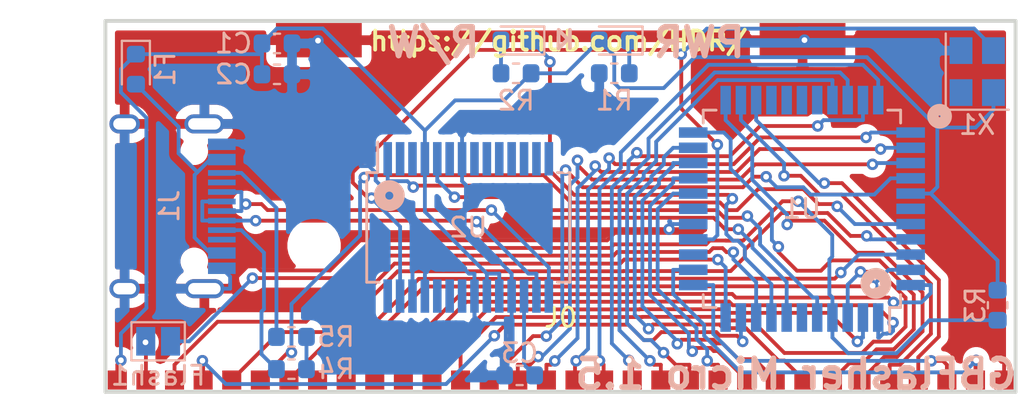
<source format=kicad_pcb>
(kicad_pcb (version 20171130) (host pcbnew "(5.1.2)-2")

  (general
    (thickness 0.8)
    (drawings 15)
    (tracks 689)
    (zones 0)
    (modules 17)
    (nets 70)
  )

  (page A4)
  (layers
    (0 F.Cu signal)
    (31 B.Cu signal)
    (32 B.Adhes user)
    (33 F.Adhes user)
    (34 B.Paste user)
    (35 F.Paste user)
    (36 B.SilkS user)
    (37 F.SilkS user)
    (38 B.Mask user)
    (39 F.Mask user)
    (40 Dwgs.User user)
    (41 Cmts.User user)
    (42 Eco1.User user)
    (43 Eco2.User user)
    (44 Edge.Cuts user)
    (45 Margin user)
    (46 B.CrtYd user)
    (47 F.CrtYd user)
    (48 B.Fab user)
    (49 F.Fab user)
  )

  (setup
    (last_trace_width 0.2)
    (trace_clearance 0.2)
    (zone_clearance 0.4)
    (zone_45_only no)
    (trace_min 0.2)
    (via_size 0.6)
    (via_drill 0.3)
    (via_min_size 0.4)
    (via_min_drill 0.3)
    (uvia_size 0.3)
    (uvia_drill 0.1)
    (uvias_allowed no)
    (uvia_min_size 0.2)
    (uvia_min_drill 0.1)
    (edge_width 0.2)
    (segment_width 0.2)
    (pcb_text_width 0.3)
    (pcb_text_size 1.5 1.5)
    (mod_edge_width 0.15)
    (mod_text_size 1 1)
    (mod_text_width 0.15)
    (pad_size 1 2.1)
    (pad_drill 0.6)
    (pad_to_mask_clearance 0.0508)
    (solder_mask_min_width 0.25)
    (aux_axis_origin 0 0)
    (visible_elements 7FFFFFFF)
    (pcbplotparams
      (layerselection 0x010fc_ffffffff)
      (usegerberextensions false)
      (usegerberattributes false)
      (usegerberadvancedattributes false)
      (creategerberjobfile false)
      (excludeedgelayer true)
      (linewidth 0.100000)
      (plotframeref false)
      (viasonmask false)
      (mode 1)
      (useauxorigin false)
      (hpglpennumber 1)
      (hpglpenspeed 20)
      (hpglpendiameter 15.000000)
      (psnegative false)
      (psa4output false)
      (plotreference true)
      (plotvalue true)
      (plotinvisibletext false)
      (padsonsilk false)
      (subtractmaskfromsilk false)
      (outputformat 1)
      (mirror false)
      (drillshape 0)
      (scaleselection 1)
      (outputdirectory "MicroGerbers/"))
  )

  (net 0 "")
  (net 1 +5V)
  (net 2 /XIN)
  (net 3 /A7)
  (net 4 /A6)
  (net 5 /A5)
  (net 6 /RESET)
  (net 7 "Net-(LED1-Pad1)")
  (net 8 /A9)
  (net 9 /WR)
  (net 10 /RD)
  (net 11 /CS)
  (net 12 /A0)
  (net 13 /A1)
  (net 14 /A2)
  (net 15 /A3)
  (net 16 /A4)
  (net 17 /A8)
  (net 18 /A10)
  (net 19 /A11)
  (net 20 /A12)
  (net 21 /A13)
  (net 22 /A14)
  (net 23 /A15)
  (net 24 /D0)
  (net 25 /D1)
  (net 26 /D2)
  (net 27 /D3)
  (net 28 /D4)
  (net 29 /D5)
  (net 30 /D6)
  (net 31 /D7)
  (net 32 /RST)
  (net 33 /RWLED)
  (net 34 GND)
  (net 35 /SNDAIN)
  (net 36 "Net-(C3-Pad2)")
  (net 37 FLASH)
  (net 38 "Net-(J1-PadA4|B9)")
  (net 39 "Net-(J1-PadB8)")
  (net 40 "Net-(J1-PadA5)")
  (net 41 D-)
  (net 42 D+)
  (net 43 "Net-(J1-PadA8)")
  (net 44 "Net-(J1-PadB5)")
  (net 45 "Net-(LED2-Pad2)")
  (net 46 "Net-(R4-Pad1)")
  (net 47 "Net-(U1-Pad5)")
  (net 48 "Net-(U1-Pad6)")
  (net 49 "Net-(U1-Pad7)")
  (net 50 "Net-(U1-Pad14)")
  (net 51 "Net-(U1-Pad17)")
  (net 52 "Net-(U1-Pad26)")
  (net 53 "Net-(U1-Pad27)")
  (net 54 "Net-(U1-Pad28)")
  (net 55 "Net-(U1-Pad29)")
  (net 56 "Net-(U1-Pad39)")
  (net 57 "Net-(U2-Pad2)")
  (net 58 "Net-(U2-Pad3)")
  (net 59 "Net-(U2-Pad6)")
  (net 60 "Net-(U2-Pad9)")
  (net 61 "Net-(U2-Pad10)")
  (net 62 "Net-(U2-Pad11)")
  (net 63 "Net-(U2-Pad12)")
  (net 64 "Net-(U2-Pad13)")
  (net 65 "Net-(U2-Pad14)")
  (net 66 "Net-(U2-Pad22)")
  (net 67 "Net-(U2-Pad23)")
  (net 68 "Net-(U2-Pad28)")
  (net 69 "Net-(X1-Pad1)")

  (net_class Default "This is the default net class."
    (clearance 0.2)
    (trace_width 0.2)
    (via_dia 0.6)
    (via_drill 0.3)
    (uvia_dia 0.3)
    (uvia_drill 0.1)
    (add_net +5V)
    (add_net /A0)
    (add_net /A1)
    (add_net /A10)
    (add_net /A11)
    (add_net /A12)
    (add_net /A13)
    (add_net /A14)
    (add_net /A15)
    (add_net /A2)
    (add_net /A3)
    (add_net /A4)
    (add_net /A5)
    (add_net /A6)
    (add_net /A7)
    (add_net /A8)
    (add_net /A9)
    (add_net /CS)
    (add_net /D0)
    (add_net /D1)
    (add_net /D2)
    (add_net /D3)
    (add_net /D4)
    (add_net /D5)
    (add_net /D6)
    (add_net /D7)
    (add_net /RD)
    (add_net /RESET)
    (add_net /RST)
    (add_net /RWLED)
    (add_net /SNDAIN)
    (add_net /WR)
    (add_net /XIN)
    (add_net D+)
    (add_net D-)
    (add_net FLASH)
    (add_net GND)
    (add_net "Net-(C3-Pad2)")
    (add_net "Net-(J1-PadA4|B9)")
    (add_net "Net-(J1-PadA5)")
    (add_net "Net-(J1-PadA8)")
    (add_net "Net-(J1-PadB5)")
    (add_net "Net-(J1-PadB8)")
    (add_net "Net-(LED1-Pad1)")
    (add_net "Net-(LED2-Pad2)")
    (add_net "Net-(R4-Pad1)")
    (add_net "Net-(U1-Pad14)")
    (add_net "Net-(U1-Pad17)")
    (add_net "Net-(U1-Pad26)")
    (add_net "Net-(U1-Pad27)")
    (add_net "Net-(U1-Pad28)")
    (add_net "Net-(U1-Pad29)")
    (add_net "Net-(U1-Pad39)")
    (add_net "Net-(U1-Pad5)")
    (add_net "Net-(U1-Pad6)")
    (add_net "Net-(U1-Pad7)")
    (add_net "Net-(U2-Pad10)")
    (add_net "Net-(U2-Pad11)")
    (add_net "Net-(U2-Pad12)")
    (add_net "Net-(U2-Pad13)")
    (add_net "Net-(U2-Pad14)")
    (add_net "Net-(U2-Pad2)")
    (add_net "Net-(U2-Pad22)")
    (add_net "Net-(U2-Pad23)")
    (add_net "Net-(U2-Pad28)")
    (add_net "Net-(U2-Pad3)")
    (add_net "Net-(U2-Pad6)")
    (add_net "Net-(U2-Pad9)")
    (add_net "Net-(X1-Pad1)")
  )

  (module Custom:DSL_Cartridge_Reader_Nano (layer F.Cu) (tedit 5DE96C8B) (tstamp 5DE96D06)
    (at 133.188 65.3009)
    (path /5C34DD28)
    (fp_text reference J0 (at 0 1.7272 180) (layer F.SilkS)
      (effects (font (size 1 1) (thickness 0.15)))
    )
    (fp_text value CartBus (at 0 -11) (layer F.Fab)
      (effects (font (size 1 1) (thickness 0.15)))
    )
    (fp_text user %R (at 0 -1) (layer F.Fab)
      (effects (font (size 2 2) (thickness 0.2)))
    )
    (fp_text user CartBus (at 0 -11) (layer F.Fab)
      (effects (font (size 1 1) (thickness 0.15)))
    )
    (pad GND smd rect (at -12.68204 -12.82) (size 4.5 1.8) (layers F.Cu F.Paste F.Mask)
      (net 34 GND))
    (pad 1 smd rect (at -23.25 5) (size 1 1) (layers F.Cu F.Paste F.Mask)
      (net 1 +5V))
    (pad 17 smd rect (at 0.75 5) (size 1 1) (layers F.Cu F.Paste F.Mask)
      (net 19 /A11))
    (pad 20 smd rect (at 5.25 5) (size 1 1) (layers F.Cu F.Paste F.Mask)
      (net 22 /A14))
    (pad "" np_thru_hole circle (at 12.93204 -2.04724) (size 2 2) (drill 2) (layers *.Cu *.Mask))
    (pad 15 smd rect (at -2.25 5) (size 1 1) (layers F.Cu F.Paste F.Mask)
      (net 8 /A9))
    (pad 13 smd rect (at -5.25 5) (size 1 1) (layers F.Cu F.Paste F.Mask)
      (net 3 /A7))
    (pad 32 smd rect (at 23.25 5) (size 1 1) (layers F.Cu F.Paste F.Mask)
      (net 34 GND))
    (pad 26 smd rect (at 14.25 5) (size 1 1) (layers F.Cu F.Paste F.Mask)
      (net 28 /D4))
    (pad 23 smd rect (at 9.75 5) (size 1 1) (layers F.Cu F.Paste F.Mask)
      (net 25 /D1))
    (pad 8 smd rect (at -12.75 5) (size 1 1) (layers F.Cu F.Paste F.Mask)
      (net 14 /A2))
    (pad 27 smd rect (at 15.75 5) (size 1 1) (layers F.Cu F.Paste F.Mask)
      (net 29 /D5))
    (pad 28 smd rect (at 17.25 5) (size 1 1) (layers F.Cu F.Paste F.Mask)
      (net 30 /D6))
    (pad 25 smd rect (at 12.75 5) (size 1 1) (layers F.Cu F.Paste F.Mask)
      (net 27 /D3))
    (pad 30 smd rect (at 20.25 5) (size 1 1) (layers F.Cu F.Paste F.Mask)
      (net 32 /RST))
    (pad 2 smd rect (at -21.75 5) (size 1 1) (layers F.Cu F.Paste F.Mask)
      (net 37 FLASH))
    (pad 7 smd rect (at -14.25 5) (size 1 1) (layers F.Cu F.Paste F.Mask)
      (net 13 /A1))
    (pad 10 smd rect (at -9.75 5) (size 1 1) (layers F.Cu F.Paste F.Mask)
      (net 16 /A4))
    (pad 11 smd rect (at -8.25 5) (size 1 1) (layers F.Cu F.Paste F.Mask)
      (net 5 /A5))
    (pad 12 smd rect (at -6.75 5) (size 1 1) (layers F.Cu F.Paste F.Mask)
      (net 4 /A6))
    (pad 18 smd rect (at 2.25 5) (size 1 1) (layers F.Cu F.Paste F.Mask)
      (net 20 /A12))
    (pad 22 smd rect (at 8.25 5) (size 1 1) (layers F.Cu F.Paste F.Mask)
      (net 24 /D0))
    (pad 31 smd rect (at 21.75 5) (size 1 1) (layers F.Cu F.Paste F.Mask)
      (net 35 /SNDAIN))
    (pad GND smd rect (at 12.68204 -12.82) (size 4.5 1.8) (layers F.Cu F.Paste F.Mask)
      (net 34 GND))
    (pad 3 smd rect (at -20.25 5) (size 1 1) (layers F.Cu F.Paste F.Mask)
      (net 9 /WR))
    (pad 5 smd rect (at -17.25 5) (size 1 1) (layers F.Cu F.Paste F.Mask)
      (net 11 /CS))
    (pad "" np_thru_hole circle (at -12.93204 -2.04724) (size 2 2) (drill 2) (layers *.Cu *.Mask))
    (pad 14 smd rect (at -3.75 5) (size 1 1) (layers F.Cu F.Paste F.Mask)
      (net 17 /A8))
    (pad 6 smd rect (at -15.75 5) (size 1 1) (layers F.Cu F.Paste F.Mask)
      (net 12 /A0))
    (pad 24 smd rect (at 11.25 5) (size 1 1) (layers F.Cu F.Paste F.Mask)
      (net 26 /D2))
    (pad 4 smd rect (at -18.75 5) (size 1 1) (layers F.Cu F.Paste F.Mask)
      (net 10 /RD))
    (pad 16 smd rect (at -0.75 5) (size 1 1) (layers F.Cu F.Paste F.Mask)
      (net 18 /A10))
    (pad 21 smd rect (at 6.75 5) (size 1 1) (layers F.Cu F.Paste F.Mask)
      (net 23 /A15))
    (pad 9 smd rect (at -11.25 5) (size 1 1) (layers F.Cu F.Paste F.Mask)
      (net 15 /A3))
    (pad 29 smd rect (at 18.75 5) (size 1 1) (layers F.Cu F.Paste F.Mask)
      (net 31 /D7))
    (pad 19 smd rect (at 3.75 5) (size 1 1) (layers F.Cu F.Paste F.Mask)
      (net 21 /A13))
  )

  (module Crystal:Crystal_SMD_3225-4Pin_3.2x2.5mm (layer B.Cu) (tedit 5A0FD1B2) (tstamp 5DE9DDB8)
    (at 155.0289 54.1274 90)
    (descr "SMD Crystal SERIES SMD3225/4 http://www.txccrystal.com/images/pdf/7m-accuracy.pdf, 3.2x2.5mm^2 package")
    (tags "SMD SMT crystal")
    (path /5DEAFB49)
    (attr smd)
    (fp_text reference X1 (at -2.794 -0.00254 180) (layer B.SilkS)
      (effects (font (size 1 1) (thickness 0.15)) (justify mirror))
    )
    (fp_text value 6MHz (at 0 -1.95 90) (layer B.Fab)
      (effects (font (size 1 1) (thickness 0.15)) (justify mirror))
    )
    (fp_line (start 2.1 1.7) (end -2.1 1.7) (layer B.CrtYd) (width 0.05))
    (fp_line (start 2.1 -1.7) (end 2.1 1.7) (layer B.CrtYd) (width 0.05))
    (fp_line (start -2.1 -1.7) (end 2.1 -1.7) (layer B.CrtYd) (width 0.05))
    (fp_line (start -2.1 1.7) (end -2.1 -1.7) (layer B.CrtYd) (width 0.05))
    (fp_line (start -2 -1.65) (end 2 -1.65) (layer B.SilkS) (width 0.12))
    (fp_line (start -2 1.65) (end -2 -1.65) (layer B.SilkS) (width 0.12))
    (fp_line (start -1.6 -0.25) (end -0.6 -1.25) (layer B.Fab) (width 0.1))
    (fp_line (start 1.6 1.25) (end -1.6 1.25) (layer B.Fab) (width 0.1))
    (fp_line (start 1.6 -1.25) (end 1.6 1.25) (layer B.Fab) (width 0.1))
    (fp_line (start -1.6 -1.25) (end 1.6 -1.25) (layer B.Fab) (width 0.1))
    (fp_line (start -1.6 1.25) (end -1.6 -1.25) (layer B.Fab) (width 0.1))
    (fp_text user %R (at 0 0) (layer B.Fab)
      (effects (font (size 0.35 0.35) (thickness 0.05)) (justify mirror))
    )
    (pad 4 smd rect (at -1.1 0.85 90) (size 1.4 1.2) (layers B.Cu B.Paste B.Mask)
      (net 1 +5V))
    (pad 3 smd rect (at 1.1 0.85 90) (size 1.4 1.2) (layers B.Cu B.Paste B.Mask)
      (net 2 /XIN))
    (pad 2 smd rect (at 1.1 -0.85 90) (size 1.4 1.2) (layers B.Cu B.Paste B.Mask)
      (net 34 GND))
    (pad 1 smd rect (at -1.1 -0.85 90) (size 1.4 1.2) (layers B.Cu B.Paste B.Mask)
      (net 69 "Net-(X1-Pad1)"))
    (model ${KISYS3DMOD}/Crystal.3dshapes/Crystal_SMD_3225-4Pin_3.2x2.5mm.wrl
      (at (xyz 0 0 0))
      (scale (xyz 1 1 1))
      (rotate (xyz 0 0 0))
    )
  )

  (module Capacitor_SMD:C_0603_1608Metric (layer B.Cu) (tedit 5B301BBE) (tstamp 5DE9DC5C)
    (at 118.311 52.6517)
    (descr "Capacitor SMD 0603 (1608 Metric), square (rectangular) end terminal, IPC_7351 nominal, (Body size source: http://www.tortai-tech.com/upload/download/2011102023233369053.pdf), generated with kicad-footprint-generator")
    (tags capacitor)
    (path /5C42BCE5)
    (attr smd)
    (fp_text reference C1 (at -2.28346 0) (layer B.SilkS)
      (effects (font (size 1 1) (thickness 0.15)) (justify mirror))
    )
    (fp_text value 0.1uF (at 0 -1.43) (layer B.Fab)
      (effects (font (size 1 1) (thickness 0.15)) (justify mirror))
    )
    (fp_line (start -0.8 -0.4) (end -0.8 0.4) (layer B.Fab) (width 0.1))
    (fp_line (start -0.8 0.4) (end 0.8 0.4) (layer B.Fab) (width 0.1))
    (fp_line (start 0.8 0.4) (end 0.8 -0.4) (layer B.Fab) (width 0.1))
    (fp_line (start 0.8 -0.4) (end -0.8 -0.4) (layer B.Fab) (width 0.1))
    (fp_line (start -0.162779 0.51) (end 0.162779 0.51) (layer B.SilkS) (width 0.12))
    (fp_line (start -0.162779 -0.51) (end 0.162779 -0.51) (layer B.SilkS) (width 0.12))
    (fp_line (start -1.48 -0.73) (end -1.48 0.73) (layer B.CrtYd) (width 0.05))
    (fp_line (start -1.48 0.73) (end 1.48 0.73) (layer B.CrtYd) (width 0.05))
    (fp_line (start 1.48 0.73) (end 1.48 -0.73) (layer B.CrtYd) (width 0.05))
    (fp_line (start 1.48 -0.73) (end -1.48 -0.73) (layer B.CrtYd) (width 0.05))
    (fp_text user %R (at 0 0) (layer B.Fab)
      (effects (font (size 0.4 0.4) (thickness 0.06)) (justify mirror))
    )
    (pad 1 smd roundrect (at -0.7875 0) (size 0.875 0.95) (layers B.Cu B.Paste B.Mask) (roundrect_rratio 0.25)
      (net 1 +5V))
    (pad 2 smd roundrect (at 0.7875 0) (size 0.875 0.95) (layers B.Cu B.Paste B.Mask) (roundrect_rratio 0.25)
      (net 34 GND))
    (model ${KISYS3DMOD}/Capacitor_SMD.3dshapes/C_0603_1608Metric.wrl
      (at (xyz 0 0 0))
      (scale (xyz 1 1 1))
      (rotate (xyz 0 0 0))
    )
  )

  (module Capacitor_SMD:C_0603_1608Metric (layer B.Cu) (tedit 5B301BBE) (tstamp 5DE9DC6D)
    (at 118.311 54.2696)
    (descr "Capacitor SMD 0603 (1608 Metric), square (rectangular) end terminal, IPC_7351 nominal, (Body size source: http://www.tortai-tech.com/upload/download/2011102023233369053.pdf), generated with kicad-footprint-generator")
    (tags capacitor)
    (path /5C4245CA)
    (attr smd)
    (fp_text reference C2 (at -2.28346 0) (layer B.SilkS)
      (effects (font (size 1 1) (thickness 0.15)) (justify mirror))
    )
    (fp_text value 10uF (at 0 -1.43) (layer B.Fab)
      (effects (font (size 1 1) (thickness 0.15)) (justify mirror))
    )
    (fp_text user %R (at 0 0) (layer B.Fab)
      (effects (font (size 0.4 0.4) (thickness 0.06)) (justify mirror))
    )
    (fp_line (start 1.48 -0.73) (end -1.48 -0.73) (layer B.CrtYd) (width 0.05))
    (fp_line (start 1.48 0.73) (end 1.48 -0.73) (layer B.CrtYd) (width 0.05))
    (fp_line (start -1.48 0.73) (end 1.48 0.73) (layer B.CrtYd) (width 0.05))
    (fp_line (start -1.48 -0.73) (end -1.48 0.73) (layer B.CrtYd) (width 0.05))
    (fp_line (start -0.162779 -0.51) (end 0.162779 -0.51) (layer B.SilkS) (width 0.12))
    (fp_line (start -0.162779 0.51) (end 0.162779 0.51) (layer B.SilkS) (width 0.12))
    (fp_line (start 0.8 -0.4) (end -0.8 -0.4) (layer B.Fab) (width 0.1))
    (fp_line (start 0.8 0.4) (end 0.8 -0.4) (layer B.Fab) (width 0.1))
    (fp_line (start -0.8 0.4) (end 0.8 0.4) (layer B.Fab) (width 0.1))
    (fp_line (start -0.8 -0.4) (end -0.8 0.4) (layer B.Fab) (width 0.1))
    (pad 2 smd roundrect (at 0.7875 0) (size 0.875 0.95) (layers B.Cu B.Paste B.Mask) (roundrect_rratio 0.25)
      (net 34 GND))
    (pad 1 smd roundrect (at -0.7875 0) (size 0.875 0.95) (layers B.Cu B.Paste B.Mask) (roundrect_rratio 0.25)
      (net 1 +5V))
    (model ${KISYS3DMOD}/Capacitor_SMD.3dshapes/C_0603_1608Metric.wrl
      (at (xyz 0 0 0))
      (scale (xyz 1 1 1))
      (rotate (xyz 0 0 0))
    )
  )

  (module Capacitor_SMD:C_0603_1608Metric (layer B.Cu) (tedit 5B301BBE) (tstamp 5DE9DC7E)
    (at 131.034 70.0557)
    (descr "Capacitor SMD 0603 (1608 Metric), square (rectangular) end terminal, IPC_7351 nominal, (Body size source: http://www.tortai-tech.com/upload/download/2011102023233369053.pdf), generated with kicad-footprint-generator")
    (tags capacitor)
    (path /5C403F17)
    (attr smd)
    (fp_text reference C3 (at 0 -1.1684) (layer B.SilkS)
      (effects (font (size 1 1) (thickness 0.15)) (justify mirror))
    )
    (fp_text value 0.1uF (at 0 -1.43) (layer B.Fab)
      (effects (font (size 1 1) (thickness 0.15)) (justify mirror))
    )
    (fp_line (start -0.8 -0.4) (end -0.8 0.4) (layer B.Fab) (width 0.1))
    (fp_line (start -0.8 0.4) (end 0.8 0.4) (layer B.Fab) (width 0.1))
    (fp_line (start 0.8 0.4) (end 0.8 -0.4) (layer B.Fab) (width 0.1))
    (fp_line (start 0.8 -0.4) (end -0.8 -0.4) (layer B.Fab) (width 0.1))
    (fp_line (start -0.162779 0.51) (end 0.162779 0.51) (layer B.SilkS) (width 0.12))
    (fp_line (start -0.162779 -0.51) (end 0.162779 -0.51) (layer B.SilkS) (width 0.12))
    (fp_line (start -1.48 -0.73) (end -1.48 0.73) (layer B.CrtYd) (width 0.05))
    (fp_line (start -1.48 0.73) (end 1.48 0.73) (layer B.CrtYd) (width 0.05))
    (fp_line (start 1.48 0.73) (end 1.48 -0.73) (layer B.CrtYd) (width 0.05))
    (fp_line (start 1.48 -0.73) (end -1.48 -0.73) (layer B.CrtYd) (width 0.05))
    (fp_text user %R (at 0 0) (layer B.Fab)
      (effects (font (size 0.4 0.4) (thickness 0.06)) (justify mirror))
    )
    (pad 1 smd roundrect (at -0.7875 0) (size 0.875 0.95) (layers B.Cu B.Paste B.Mask) (roundrect_rratio 0.25)
      (net 34 GND))
    (pad 2 smd roundrect (at 0.7875 0) (size 0.875 0.95) (layers B.Cu B.Paste B.Mask) (roundrect_rratio 0.25)
      (net 36 "Net-(C3-Pad2)"))
    (model ${KISYS3DMOD}/Capacitor_SMD.3dshapes/C_0603_1608Metric.wrl
      (at (xyz 0 0 0))
      (scale (xyz 1 1 1))
      (rotate (xyz 0 0 0))
    )
  )

  (module Jumper:SolderJumper-2_P1.3mm_Open_Pad1.0x1.5mm (layer B.Cu) (tedit 5A3EABFC) (tstamp 5DE9DC8C)
    (at 112.078 68.2704)
    (descr "SMD Solder Jumper, 1x1.5mm Pads, 0.3mm gap, open")
    (tags "solder jumper open")
    (path /5DE9F8B4)
    (attr virtual)
    (fp_text reference Flash1 (at 0 1.8) (layer B.SilkS)
      (effects (font (size 1 1) (thickness 0.15)) (justify mirror))
    )
    (fp_text value SolderJumper_2_Open (at 0 -1.9) (layer B.Fab)
      (effects (font (size 1 1) (thickness 0.15)) (justify mirror))
    )
    (fp_line (start -1.4 -1) (end -1.4 1) (layer B.SilkS) (width 0.12))
    (fp_line (start 1.4 -1) (end -1.4 -1) (layer B.SilkS) (width 0.12))
    (fp_line (start 1.4 1) (end 1.4 -1) (layer B.SilkS) (width 0.12))
    (fp_line (start -1.4 1) (end 1.4 1) (layer B.SilkS) (width 0.12))
    (fp_line (start -1.65 1.25) (end 1.65 1.25) (layer B.CrtYd) (width 0.05))
    (fp_line (start -1.65 1.25) (end -1.65 -1.25) (layer B.CrtYd) (width 0.05))
    (fp_line (start 1.65 -1.25) (end 1.65 1.25) (layer B.CrtYd) (width 0.05))
    (fp_line (start 1.65 -1.25) (end -1.65 -1.25) (layer B.CrtYd) (width 0.05))
    (pad 2 smd rect (at 0.65 0) (size 1 1.5) (layers B.Cu B.Mask)
      (net 6 /RESET))
    (pad 1 smd rect (at -0.65 0) (size 1 1.5) (layers B.Cu B.Mask)
      (net 37 FLASH))
  )

  (module LED_SMD:LED_0603_1608Metric (layer B.Cu) (tedit 5B301BBE) (tstamp 5DE9DCB5)
    (at 135.995 52.4993 180)
    (descr "LED SMD 0603 (1608 Metric), square (rectangular) end terminal, IPC_7351 nominal, (Body size source: http://www.tortai-tech.com/upload/download/2011102023233369053.pdf), generated with kicad-footprint-generator")
    (tags diode)
    (path /5C3B1ECB)
    (attr smd)
    (fp_text reference LED1 (at 0 1.43) (layer B.SilkS) hide
      (effects (font (size 1 1) (thickness 0.15)) (justify mirror))
    )
    (fp_text value LED (at 0 -1.43) (layer B.Fab)
      (effects (font (size 1 1) (thickness 0.15)) (justify mirror))
    )
    (fp_line (start 0.8 0.4) (end -0.5 0.4) (layer B.Fab) (width 0.1))
    (fp_line (start -0.5 0.4) (end -0.8 0.1) (layer B.Fab) (width 0.1))
    (fp_line (start -0.8 0.1) (end -0.8 -0.4) (layer B.Fab) (width 0.1))
    (fp_line (start -0.8 -0.4) (end 0.8 -0.4) (layer B.Fab) (width 0.1))
    (fp_line (start 0.8 -0.4) (end 0.8 0.4) (layer B.Fab) (width 0.1))
    (fp_line (start 0.8 0.735) (end -1.485 0.735) (layer B.SilkS) (width 0.12))
    (fp_line (start -1.485 0.735) (end -1.485 -0.735) (layer B.SilkS) (width 0.12))
    (fp_line (start -1.485 -0.735) (end 0.8 -0.735) (layer B.SilkS) (width 0.12))
    (fp_line (start -1.48 -0.73) (end -1.48 0.73) (layer B.CrtYd) (width 0.05))
    (fp_line (start -1.48 0.73) (end 1.48 0.73) (layer B.CrtYd) (width 0.05))
    (fp_line (start 1.48 0.73) (end 1.48 -0.73) (layer B.CrtYd) (width 0.05))
    (fp_line (start 1.48 -0.73) (end -1.48 -0.73) (layer B.CrtYd) (width 0.05))
    (fp_text user %R (at 0 0) (layer B.Fab)
      (effects (font (size 0.4 0.4) (thickness 0.06)) (justify mirror))
    )
    (pad 1 smd roundrect (at -0.7875 0 180) (size 0.875 0.95) (layers B.Cu B.Paste B.Mask) (roundrect_rratio 0.25)
      (net 7 "Net-(LED1-Pad1)"))
    (pad 2 smd roundrect (at 0.7875 0 180) (size 0.875 0.95) (layers B.Cu B.Paste B.Mask) (roundrect_rratio 0.25)
      (net 1 +5V))
    (model ${KISYS3DMOD}/LED_SMD.3dshapes/LED_0603_1608Metric.wrl
      (at (xyz 0 0 0))
      (scale (xyz 1 1 1))
      (rotate (xyz 0 0 0))
    )
  )

  (module LED_SMD:LED_0603_1608Metric (layer B.Cu) (tedit 5B301BBE) (tstamp 5DE9DCC8)
    (at 130.843 52.4993 180)
    (descr "LED SMD 0603 (1608 Metric), square (rectangular) end terminal, IPC_7351 nominal, (Body size source: http://www.tortai-tech.com/upload/download/2011102023233369053.pdf), generated with kicad-footprint-generator")
    (tags diode)
    (path /5C3B886E)
    (attr smd)
    (fp_text reference LED2 (at 0 1.43) (layer B.SilkS) hide
      (effects (font (size 1 1) (thickness 0.15)) (justify mirror))
    )
    (fp_text value LED (at 0 -1.43) (layer B.Fab)
      (effects (font (size 1 1) (thickness 0.15)) (justify mirror))
    )
    (fp_text user %R (at 0 0) (layer B.Fab)
      (effects (font (size 0.4 0.4) (thickness 0.06)) (justify mirror))
    )
    (fp_line (start 1.48 -0.73) (end -1.48 -0.73) (layer B.CrtYd) (width 0.05))
    (fp_line (start 1.48 0.73) (end 1.48 -0.73) (layer B.CrtYd) (width 0.05))
    (fp_line (start -1.48 0.73) (end 1.48 0.73) (layer B.CrtYd) (width 0.05))
    (fp_line (start -1.48 -0.73) (end -1.48 0.73) (layer B.CrtYd) (width 0.05))
    (fp_line (start -1.485 -0.735) (end 0.8 -0.735) (layer B.SilkS) (width 0.12))
    (fp_line (start -1.485 0.735) (end -1.485 -0.735) (layer B.SilkS) (width 0.12))
    (fp_line (start 0.8 0.735) (end -1.485 0.735) (layer B.SilkS) (width 0.12))
    (fp_line (start 0.8 -0.4) (end 0.8 0.4) (layer B.Fab) (width 0.1))
    (fp_line (start -0.8 -0.4) (end 0.8 -0.4) (layer B.Fab) (width 0.1))
    (fp_line (start -0.8 0.1) (end -0.8 -0.4) (layer B.Fab) (width 0.1))
    (fp_line (start -0.5 0.4) (end -0.8 0.1) (layer B.Fab) (width 0.1))
    (fp_line (start 0.8 0.4) (end -0.5 0.4) (layer B.Fab) (width 0.1))
    (pad 2 smd roundrect (at 0.7875 0 180) (size 0.875 0.95) (layers B.Cu B.Paste B.Mask) (roundrect_rratio 0.25)
      (net 45 "Net-(LED2-Pad2)"))
    (pad 1 smd roundrect (at -0.7875 0 180) (size 0.875 0.95) (layers B.Cu B.Paste B.Mask) (roundrect_rratio 0.25)
      (net 33 /RWLED))
    (model ${KISYS3DMOD}/LED_SMD.3dshapes/LED_0603_1608Metric.wrl
      (at (xyz 0 0 0))
      (scale (xyz 1 1 1))
      (rotate (xyz 0 0 0))
    )
  )

  (module Diode_SMD:D_0603_1608Metric (layer B.Cu) (tedit 5B301BBE) (tstamp 5DE9DCDB)
    (at 110.912 54.0004 270)
    (descr "Diode SMD 0603 (1608 Metric), square (rectangular) end terminal, IPC_7351 nominal, (Body size source: http://www.tortai-tech.com/upload/download/2011102023233369053.pdf), generated with kicad-footprint-generator")
    (tags diode)
    (path /5C3545F7)
    (attr smd)
    (fp_text reference F1 (at -0.00254 -1.54432 90) (layer B.SilkS)
      (effects (font (size 1 1) (thickness 0.15)) (justify mirror))
    )
    (fp_text value 500mA (at 0 -1.43 90) (layer B.Fab)
      (effects (font (size 1 1) (thickness 0.15)) (justify mirror))
    )
    (fp_line (start 0.8 0.4) (end -0.5 0.4) (layer B.Fab) (width 0.1))
    (fp_line (start -0.5 0.4) (end -0.8 0.1) (layer B.Fab) (width 0.1))
    (fp_line (start -0.8 0.1) (end -0.8 -0.4) (layer B.Fab) (width 0.1))
    (fp_line (start -0.8 -0.4) (end 0.8 -0.4) (layer B.Fab) (width 0.1))
    (fp_line (start 0.8 -0.4) (end 0.8 0.4) (layer B.Fab) (width 0.1))
    (fp_line (start 0.8 0.735) (end -1.485 0.735) (layer B.SilkS) (width 0.12))
    (fp_line (start -1.485 0.735) (end -1.485 -0.735) (layer B.SilkS) (width 0.12))
    (fp_line (start -1.485 -0.735) (end 0.8 -0.735) (layer B.SilkS) (width 0.12))
    (fp_line (start -1.48 -0.73) (end -1.48 0.73) (layer B.CrtYd) (width 0.05))
    (fp_line (start -1.48 0.73) (end 1.48 0.73) (layer B.CrtYd) (width 0.05))
    (fp_line (start 1.48 0.73) (end 1.48 -0.73) (layer B.CrtYd) (width 0.05))
    (fp_line (start 1.48 -0.73) (end -1.48 -0.73) (layer B.CrtYd) (width 0.05))
    (fp_text user %R (at 0 0 90) (layer B.Fab)
      (effects (font (size 0.4 0.4) (thickness 0.06)) (justify mirror))
    )
    (pad 1 smd roundrect (at -0.7875 0 270) (size 0.875 0.95) (layers B.Cu B.Paste B.Mask) (roundrect_rratio 0.25)
      (net 1 +5V))
    (pad 2 smd roundrect (at 0.7875 0 270) (size 0.875 0.95) (layers B.Cu B.Paste B.Mask) (roundrect_rratio 0.25)
      (net 38 "Net-(J1-PadA4|B9)"))
    (model ${KISYS3DMOD}/Diode_SMD.3dshapes/D_0603_1608Metric.wrl
      (at (xyz 0 0 0))
      (scale (xyz 1 1 1))
      (rotate (xyz 0 0 0))
    )
  )

  (module Resistor_SMD:R_0603_1608Metric (layer B.Cu) (tedit 5B301BBD) (tstamp 5DE9DCEC)
    (at 135.997 54.2163)
    (descr "Resistor SMD 0603 (1608 Metric), square (rectangular) end terminal, IPC_7351 nominal, (Body size source: http://www.tortai-tech.com/upload/download/2011102023233369053.pdf), generated with kicad-footprint-generator")
    (tags resistor)
    (path /5C3CC7F3)
    (attr smd)
    (fp_text reference R1 (at 0 1.43) (layer B.SilkS)
      (effects (font (size 1 1) (thickness 0.15)) (justify mirror))
    )
    (fp_text value 1K (at 0 -1.43) (layer B.Fab)
      (effects (font (size 1 1) (thickness 0.15)) (justify mirror))
    )
    (fp_line (start -0.8 -0.4) (end -0.8 0.4) (layer B.Fab) (width 0.1))
    (fp_line (start -0.8 0.4) (end 0.8 0.4) (layer B.Fab) (width 0.1))
    (fp_line (start 0.8 0.4) (end 0.8 -0.4) (layer B.Fab) (width 0.1))
    (fp_line (start 0.8 -0.4) (end -0.8 -0.4) (layer B.Fab) (width 0.1))
    (fp_line (start -0.162779 0.51) (end 0.162779 0.51) (layer B.SilkS) (width 0.12))
    (fp_line (start -0.162779 -0.51) (end 0.162779 -0.51) (layer B.SilkS) (width 0.12))
    (fp_line (start -1.48 -0.73) (end -1.48 0.73) (layer B.CrtYd) (width 0.05))
    (fp_line (start -1.48 0.73) (end 1.48 0.73) (layer B.CrtYd) (width 0.05))
    (fp_line (start 1.48 0.73) (end 1.48 -0.73) (layer B.CrtYd) (width 0.05))
    (fp_line (start 1.48 -0.73) (end -1.48 -0.73) (layer B.CrtYd) (width 0.05))
    (fp_text user %R (at 0 0) (layer B.Fab)
      (effects (font (size 0.4 0.4) (thickness 0.06)) (justify mirror))
    )
    (pad 1 smd roundrect (at -0.7875 0) (size 0.875 0.95) (layers B.Cu B.Paste B.Mask) (roundrect_rratio 0.25)
      (net 34 GND))
    (pad 2 smd roundrect (at 0.7875 0) (size 0.875 0.95) (layers B.Cu B.Paste B.Mask) (roundrect_rratio 0.25)
      (net 7 "Net-(LED1-Pad1)"))
    (model ${KISYS3DMOD}/Resistor_SMD.3dshapes/R_0603_1608Metric.wrl
      (at (xyz 0 0 0))
      (scale (xyz 1 1 1))
      (rotate (xyz 0 0 0))
    )
  )

  (module Resistor_SMD:R_0603_1608Metric (layer B.Cu) (tedit 5B301BBD) (tstamp 5DE9DCFD)
    (at 130.846 54.2163)
    (descr "Resistor SMD 0603 (1608 Metric), square (rectangular) end terminal, IPC_7351 nominal, (Body size source: http://www.tortai-tech.com/upload/download/2011102023233369053.pdf), generated with kicad-footprint-generator")
    (tags resistor)
    (path /5C3BF4D0)
    (attr smd)
    (fp_text reference R2 (at 0 1.43) (layer B.SilkS)
      (effects (font (size 1 1) (thickness 0.15)) (justify mirror))
    )
    (fp_text value 1K (at 0 -1.43) (layer B.Fab)
      (effects (font (size 1 1) (thickness 0.15)) (justify mirror))
    )
    (fp_text user %R (at 0 0) (layer B.Fab)
      (effects (font (size 0.4 0.4) (thickness 0.06)) (justify mirror))
    )
    (fp_line (start 1.48 -0.73) (end -1.48 -0.73) (layer B.CrtYd) (width 0.05))
    (fp_line (start 1.48 0.73) (end 1.48 -0.73) (layer B.CrtYd) (width 0.05))
    (fp_line (start -1.48 0.73) (end 1.48 0.73) (layer B.CrtYd) (width 0.05))
    (fp_line (start -1.48 -0.73) (end -1.48 0.73) (layer B.CrtYd) (width 0.05))
    (fp_line (start -0.162779 -0.51) (end 0.162779 -0.51) (layer B.SilkS) (width 0.12))
    (fp_line (start -0.162779 0.51) (end 0.162779 0.51) (layer B.SilkS) (width 0.12))
    (fp_line (start 0.8 -0.4) (end -0.8 -0.4) (layer B.Fab) (width 0.1))
    (fp_line (start 0.8 0.4) (end 0.8 -0.4) (layer B.Fab) (width 0.1))
    (fp_line (start -0.8 0.4) (end 0.8 0.4) (layer B.Fab) (width 0.1))
    (fp_line (start -0.8 -0.4) (end -0.8 0.4) (layer B.Fab) (width 0.1))
    (pad 2 smd roundrect (at 0.7875 0) (size 0.875 0.95) (layers B.Cu B.Paste B.Mask) (roundrect_rratio 0.25)
      (net 1 +5V))
    (pad 1 smd roundrect (at -0.7875 0) (size 0.875 0.95) (layers B.Cu B.Paste B.Mask) (roundrect_rratio 0.25)
      (net 45 "Net-(LED2-Pad2)"))
    (model ${KISYS3DMOD}/Resistor_SMD.3dshapes/R_0603_1608Metric.wrl
      (at (xyz 0 0 0))
      (scale (xyz 1 1 1))
      (rotate (xyz 0 0 0))
    )
  )

  (module Resistor_SMD:R_0603_1608Metric (layer B.Cu) (tedit 5B301BBD) (tstamp 5DE9DD0E)
    (at 156.098 66.3778 90)
    (descr "Resistor SMD 0603 (1608 Metric), square (rectangular) end terminal, IPC_7351 nominal, (Body size source: http://www.tortai-tech.com/upload/download/2011102023233369053.pdf), generated with kicad-footprint-generator")
    (tags resistor)
    (path /5C3EFA2C)
    (attr smd)
    (fp_text reference R3 (at 0 -1.16586 90) (layer B.SilkS)
      (effects (font (size 1 1) (thickness 0.15)) (justify mirror))
    )
    (fp_text value 10K (at 0 -1.43 90) (layer B.Fab)
      (effects (font (size 1 1) (thickness 0.15)) (justify mirror))
    )
    (fp_line (start -0.8 -0.4) (end -0.8 0.4) (layer B.Fab) (width 0.1))
    (fp_line (start -0.8 0.4) (end 0.8 0.4) (layer B.Fab) (width 0.1))
    (fp_line (start 0.8 0.4) (end 0.8 -0.4) (layer B.Fab) (width 0.1))
    (fp_line (start 0.8 -0.4) (end -0.8 -0.4) (layer B.Fab) (width 0.1))
    (fp_line (start -0.162779 0.51) (end 0.162779 0.51) (layer B.SilkS) (width 0.12))
    (fp_line (start -0.162779 -0.51) (end 0.162779 -0.51) (layer B.SilkS) (width 0.12))
    (fp_line (start -1.48 -0.73) (end -1.48 0.73) (layer B.CrtYd) (width 0.05))
    (fp_line (start -1.48 0.73) (end 1.48 0.73) (layer B.CrtYd) (width 0.05))
    (fp_line (start 1.48 0.73) (end 1.48 -0.73) (layer B.CrtYd) (width 0.05))
    (fp_line (start 1.48 -0.73) (end -1.48 -0.73) (layer B.CrtYd) (width 0.05))
    (fp_text user %R (at 0 0 90) (layer B.Fab)
      (effects (font (size 0.4 0.4) (thickness 0.06)) (justify mirror))
    )
    (pad 1 smd roundrect (at -0.7875 0 90) (size 0.875 0.95) (layers B.Cu B.Paste B.Mask) (roundrect_rratio 0.25)
      (net 6 /RESET))
    (pad 2 smd roundrect (at 0.7875 0 90) (size 0.875 0.95) (layers B.Cu B.Paste B.Mask) (roundrect_rratio 0.25)
      (net 1 +5V))
    (model ${KISYS3DMOD}/Resistor_SMD.3dshapes/R_0603_1608Metric.wrl
      (at (xyz 0 0 0))
      (scale (xyz 1 1 1))
      (rotate (xyz 0 0 0))
    )
  )

  (module Resistor_SMD:R_0603_1608Metric (layer B.Cu) (tedit 5B301BBD) (tstamp 5DE9DD1F)
    (at 119.07 69.7306 180)
    (descr "Resistor SMD 0603 (1608 Metric), square (rectangular) end terminal, IPC_7351 nominal, (Body size source: http://www.tortai-tech.com/upload/download/2011102023233369053.pdf), generated with kicad-footprint-generator")
    (tags resistor)
    (path /5E00862E)
    (attr smd)
    (fp_text reference R4 (at -2.33426 0) (layer B.SilkS)
      (effects (font (size 1 1) (thickness 0.15)) (justify mirror))
    )
    (fp_text value 5.1K (at 0 -1.43) (layer B.Fab)
      (effects (font (size 1 1) (thickness 0.15)) (justify mirror))
    )
    (fp_text user %R (at 0 0) (layer B.Fab)
      (effects (font (size 0.4 0.4) (thickness 0.06)) (justify mirror))
    )
    (fp_line (start 1.48 -0.73) (end -1.48 -0.73) (layer B.CrtYd) (width 0.05))
    (fp_line (start 1.48 0.73) (end 1.48 -0.73) (layer B.CrtYd) (width 0.05))
    (fp_line (start -1.48 0.73) (end 1.48 0.73) (layer B.CrtYd) (width 0.05))
    (fp_line (start -1.48 -0.73) (end -1.48 0.73) (layer B.CrtYd) (width 0.05))
    (fp_line (start -0.162779 -0.51) (end 0.162779 -0.51) (layer B.SilkS) (width 0.12))
    (fp_line (start -0.162779 0.51) (end 0.162779 0.51) (layer B.SilkS) (width 0.12))
    (fp_line (start 0.8 -0.4) (end -0.8 -0.4) (layer B.Fab) (width 0.1))
    (fp_line (start 0.8 0.4) (end 0.8 -0.4) (layer B.Fab) (width 0.1))
    (fp_line (start -0.8 0.4) (end 0.8 0.4) (layer B.Fab) (width 0.1))
    (fp_line (start -0.8 -0.4) (end -0.8 0.4) (layer B.Fab) (width 0.1))
    (pad 2 smd roundrect (at 0.7875 0 180) (size 0.875 0.95) (layers B.Cu B.Paste B.Mask) (roundrect_rratio 0.25)
      (net 40 "Net-(J1-PadA5)"))
    (pad 1 smd roundrect (at -0.7875 0 180) (size 0.875 0.95) (layers B.Cu B.Paste B.Mask) (roundrect_rratio 0.25)
      (net 46 "Net-(R4-Pad1)"))
    (model ${KISYS3DMOD}/Resistor_SMD.3dshapes/R_0603_1608Metric.wrl
      (at (xyz 0 0 0))
      (scale (xyz 1 1 1))
      (rotate (xyz 0 0 0))
    )
  )

  (module Resistor_SMD:R_0603_1608Metric (layer B.Cu) (tedit 5B301BBD) (tstamp 5DE9DD30)
    (at 119.07 68.039 180)
    (descr "Resistor SMD 0603 (1608 Metric), square (rectangular) end terminal, IPC_7351 nominal, (Body size source: http://www.tortai-tech.com/upload/download/2011102023233369053.pdf), generated with kicad-footprint-generator")
    (tags resistor)
    (path /5E0077C2)
    (attr smd)
    (fp_text reference R5 (at -2.33426 0) (layer B.SilkS)
      (effects (font (size 1 1) (thickness 0.15)) (justify mirror))
    )
    (fp_text value 5.1K (at 0 -1.43) (layer B.Fab)
      (effects (font (size 1 1) (thickness 0.15)) (justify mirror))
    )
    (fp_line (start -0.8 -0.4) (end -0.8 0.4) (layer B.Fab) (width 0.1))
    (fp_line (start -0.8 0.4) (end 0.8 0.4) (layer B.Fab) (width 0.1))
    (fp_line (start 0.8 0.4) (end 0.8 -0.4) (layer B.Fab) (width 0.1))
    (fp_line (start 0.8 -0.4) (end -0.8 -0.4) (layer B.Fab) (width 0.1))
    (fp_line (start -0.162779 0.51) (end 0.162779 0.51) (layer B.SilkS) (width 0.12))
    (fp_line (start -0.162779 -0.51) (end 0.162779 -0.51) (layer B.SilkS) (width 0.12))
    (fp_line (start -1.48 -0.73) (end -1.48 0.73) (layer B.CrtYd) (width 0.05))
    (fp_line (start -1.48 0.73) (end 1.48 0.73) (layer B.CrtYd) (width 0.05))
    (fp_line (start 1.48 0.73) (end 1.48 -0.73) (layer B.CrtYd) (width 0.05))
    (fp_line (start 1.48 -0.73) (end -1.48 -0.73) (layer B.CrtYd) (width 0.05))
    (fp_text user %R (at 0 0) (layer B.Fab)
      (effects (font (size 0.4 0.4) (thickness 0.06)) (justify mirror))
    )
    (pad 1 smd roundrect (at -0.7875 0 180) (size 0.875 0.95) (layers B.Cu B.Paste B.Mask) (roundrect_rratio 0.25)
      (net 46 "Net-(R4-Pad1)"))
    (pad 2 smd roundrect (at 0.7875 0 180) (size 0.875 0.95) (layers B.Cu B.Paste B.Mask) (roundrect_rratio 0.25)
      (net 44 "Net-(J1-PadB5)"))
    (model ${KISYS3DMOD}/Resistor_SMD.3dshapes/R_0603_1608Metric.wrl
      (at (xyz 0 0 0))
      (scale (xyz 1 1 1))
      (rotate (xyz 0 0 0))
    )
  )

  (module Package_QFP:TQFP-44_10x10mm_P0.8mm (layer B.Cu) (tedit 5A02F146) (tstamp 5DE9DD73)
    (at 145.837 61.3232 90)
    (descr "44-Lead Plastic Thin Quad Flatpack (PT) - 10x10x1.0 mm Body [TQFP] (see Microchip Packaging Specification 00000049BS.pdf)")
    (tags "QFP 0.8")
    (path /5C34E09F)
    (attr smd)
    (fp_text reference U1 (at 0 0 180) (layer B.SilkS)
      (effects (font (size 1 1) (thickness 0.15)) (justify mirror))
    )
    (fp_text value ATmega8515L-8AU (at 0 -7.45 90) (layer B.Fab)
      (effects (font (size 1 1) (thickness 0.15)) (justify mirror))
    )
    (fp_text user %R (at 0 0 90) (layer B.Fab)
      (effects (font (size 1 1) (thickness 0.15)) (justify mirror))
    )
    (fp_line (start -4 5) (end 5 5) (layer B.Fab) (width 0.15))
    (fp_line (start 5 5) (end 5 -5) (layer B.Fab) (width 0.15))
    (fp_line (start 5 -5) (end -5 -5) (layer B.Fab) (width 0.15))
    (fp_line (start -5 -5) (end -5 4) (layer B.Fab) (width 0.15))
    (fp_line (start -5 4) (end -4 5) (layer B.Fab) (width 0.15))
    (fp_line (start -6.7 6.7) (end -6.7 -6.7) (layer B.CrtYd) (width 0.05))
    (fp_line (start 6.7 6.7) (end 6.7 -6.7) (layer B.CrtYd) (width 0.05))
    (fp_line (start -6.7 6.7) (end 6.7 6.7) (layer B.CrtYd) (width 0.05))
    (fp_line (start -6.7 -6.7) (end 6.7 -6.7) (layer B.CrtYd) (width 0.05))
    (fp_line (start -5.175 5.175) (end -5.175 4.6) (layer B.SilkS) (width 0.15))
    (fp_line (start 5.175 5.175) (end 5.175 4.5) (layer B.SilkS) (width 0.15))
    (fp_line (start 5.175 -5.175) (end 5.175 -4.5) (layer B.SilkS) (width 0.15))
    (fp_line (start -5.175 -5.175) (end -5.175 -4.5) (layer B.SilkS) (width 0.15))
    (fp_line (start -5.175 5.175) (end -4.5 5.175) (layer B.SilkS) (width 0.15))
    (fp_line (start -5.175 -5.175) (end -4.5 -5.175) (layer B.SilkS) (width 0.15))
    (fp_line (start 5.175 -5.175) (end 4.5 -5.175) (layer B.SilkS) (width 0.15))
    (fp_line (start 5.175 5.175) (end 4.5 5.175) (layer B.SilkS) (width 0.15))
    (fp_line (start -5.175 4.6) (end -6.45 4.6) (layer B.SilkS) (width 0.15))
    (pad 1 smd rect (at -5.7 4 90) (size 1.5 0.55) (layers B.Cu B.Paste B.Mask)
      (net 5 /A5))
    (pad 2 smd rect (at -5.7 3.2 90) (size 1.5 0.55) (layers B.Cu B.Paste B.Mask)
      (net 4 /A6))
    (pad 3 smd rect (at -5.7 2.4 90) (size 1.5 0.55) (layers B.Cu B.Paste B.Mask)
      (net 3 /A7))
    (pad 4 smd rect (at -5.7 1.6 90) (size 1.5 0.55) (layers B.Cu B.Paste B.Mask)
      (net 6 /RESET))
    (pad 5 smd rect (at -5.7 0.8 90) (size 1.5 0.55) (layers B.Cu B.Paste B.Mask)
      (net 47 "Net-(U1-Pad5)"))
    (pad 6 smd rect (at -5.7 0 90) (size 1.5 0.55) (layers B.Cu B.Paste B.Mask)
      (net 48 "Net-(U1-Pad6)"))
    (pad 7 smd rect (at -5.7 -0.8 90) (size 1.5 0.55) (layers B.Cu B.Paste B.Mask)
      (net 49 "Net-(U1-Pad7)"))
    (pad 8 smd rect (at -5.7 -1.6 90) (size 1.5 0.55) (layers B.Cu B.Paste B.Mask)
      (net 33 /RWLED))
    (pad 9 smd rect (at -5.7 -2.4 90) (size 1.5 0.55) (layers B.Cu B.Paste B.Mask)
      (net 9 /WR))
    (pad 10 smd rect (at -5.7 -3.2 90) (size 1.5 0.55) (layers B.Cu B.Paste B.Mask)
      (net 10 /RD))
    (pad 11 smd rect (at -5.7 -4 90) (size 1.5 0.55) (layers B.Cu B.Paste B.Mask)
      (net 11 /CS))
    (pad 12 smd rect (at -4 -5.7) (size 1.5 0.55) (layers B.Cu B.Paste B.Mask)
      (net 32 /RST))
    (pad 13 smd rect (at -3.2 -5.7) (size 1.5 0.55) (layers B.Cu B.Paste B.Mask)
      (net 35 /SNDAIN))
    (pad 14 smd rect (at -2.4 -5.7) (size 1.5 0.55) (layers B.Cu B.Paste B.Mask)
      (net 50 "Net-(U1-Pad14)"))
    (pad 15 smd rect (at -1.6 -5.7) (size 1.5 0.55) (layers B.Cu B.Paste B.Mask)
      (net 2 /XIN))
    (pad 16 smd rect (at -0.8 -5.7) (size 1.5 0.55) (layers B.Cu B.Paste B.Mask)
      (net 34 GND))
    (pad 17 smd rect (at 0 -5.7) (size 1.5 0.55) (layers B.Cu B.Paste B.Mask)
      (net 51 "Net-(U1-Pad17)"))
    (pad 18 smd rect (at 0.8 -5.7) (size 1.5 0.55) (layers B.Cu B.Paste B.Mask)
      (net 24 /D0))
    (pad 19 smd rect (at 1.6 -5.7) (size 1.5 0.55) (layers B.Cu B.Paste B.Mask)
      (net 25 /D1))
    (pad 20 smd rect (at 2.4 -5.7) (size 1.5 0.55) (layers B.Cu B.Paste B.Mask)
      (net 26 /D2))
    (pad 21 smd rect (at 3.2 -5.7) (size 1.5 0.55) (layers B.Cu B.Paste B.Mask)
      (net 27 /D3))
    (pad 22 smd rect (at 4 -5.7) (size 1.5 0.55) (layers B.Cu B.Paste B.Mask)
      (net 28 /D4))
    (pad 23 smd rect (at 5.7 -4 90) (size 1.5 0.55) (layers B.Cu B.Paste B.Mask)
      (net 29 /D5))
    (pad 24 smd rect (at 5.7 -3.2 90) (size 1.5 0.55) (layers B.Cu B.Paste B.Mask)
      (net 30 /D6))
    (pad 25 smd rect (at 5.7 -2.4 90) (size 1.5 0.55) (layers B.Cu B.Paste B.Mask)
      (net 31 /D7))
    (pad 26 smd rect (at 5.7 -1.6 90) (size 1.5 0.55) (layers B.Cu B.Paste B.Mask)
      (net 52 "Net-(U1-Pad26)"))
    (pad 27 smd rect (at 5.7 -0.8 90) (size 1.5 0.55) (layers B.Cu B.Paste B.Mask)
      (net 53 "Net-(U1-Pad27)"))
    (pad 28 smd rect (at 5.7 0 90) (size 1.5 0.55) (layers B.Cu B.Paste B.Mask)
      (net 54 "Net-(U1-Pad28)"))
    (pad 29 smd rect (at 5.7 0.8 90) (size 1.5 0.55) (layers B.Cu B.Paste B.Mask)
      (net 55 "Net-(U1-Pad29)"))
    (pad 30 smd rect (at 5.7 1.6 90) (size 1.5 0.55) (layers B.Cu B.Paste B.Mask)
      (net 23 /A15))
    (pad 31 smd rect (at 5.7 2.4 90) (size 1.5 0.55) (layers B.Cu B.Paste B.Mask)
      (net 22 /A14))
    (pad 32 smd rect (at 5.7 3.2 90) (size 1.5 0.55) (layers B.Cu B.Paste B.Mask)
      (net 21 /A13))
    (pad 33 smd rect (at 5.7 4 90) (size 1.5 0.55) (layers B.Cu B.Paste B.Mask)
      (net 20 /A12))
    (pad 34 smd rect (at 4 5.7) (size 1.5 0.55) (layers B.Cu B.Paste B.Mask)
      (net 19 /A11))
    (pad 35 smd rect (at 3.2 5.7) (size 1.5 0.55) (layers B.Cu B.Paste B.Mask)
      (net 18 /A10))
    (pad 36 smd rect (at 2.4 5.7) (size 1.5 0.55) (layers B.Cu B.Paste B.Mask)
      (net 8 /A9))
    (pad 37 smd rect (at 1.6 5.7) (size 1.5 0.55) (layers B.Cu B.Paste B.Mask)
      (net 17 /A8))
    (pad 38 smd rect (at 0.8 5.7) (size 1.5 0.55) (layers B.Cu B.Paste B.Mask)
      (net 1 +5V))
    (pad 39 smd rect (at 0 5.7) (size 1.5 0.55) (layers B.Cu B.Paste B.Mask)
      (net 56 "Net-(U1-Pad39)"))
    (pad 40 smd rect (at -0.8 5.7) (size 1.5 0.55) (layers B.Cu B.Paste B.Mask)
      (net 12 /A0))
    (pad 41 smd rect (at -1.6 5.7) (size 1.5 0.55) (layers B.Cu B.Paste B.Mask)
      (net 13 /A1))
    (pad 42 smd rect (at -2.4 5.7) (size 1.5 0.55) (layers B.Cu B.Paste B.Mask)
      (net 14 /A2))
    (pad 43 smd rect (at -3.2 5.7) (size 1.5 0.55) (layers B.Cu B.Paste B.Mask)
      (net 15 /A3))
    (pad 44 smd rect (at -4 5.7) (size 1.5 0.55) (layers B.Cu B.Paste B.Mask)
      (net 16 /A4))
    (model ${KISYS3DMOD}/Package_QFP.3dshapes/TQFP-44_10x10mm_P0.8mm.wrl
      (at (xyz 0 0 0))
      (scale (xyz 1 1 1))
      (rotate (xyz 0 0 0))
    )
  )

  (module Package_SO:SSOP-28_5.3x10.2mm_P0.65mm (layer B.Cu) (tedit 5A02F25C) (tstamp 5DE9DDA4)
    (at 128.341 62.2986 270)
    (descr "28-Lead Plastic Shrink Small Outline (SS)-5.30 mm Body [SSOP] (see Microchip Packaging Specification 00000049BS.pdf)")
    (tags "SSOP 0.65")
    (path /5C3D8B11)
    (attr smd)
    (fp_text reference U2 (at 0 0 180) (layer B.SilkS)
      (effects (font (size 1 1) (thickness 0.15)) (justify mirror))
    )
    (fp_text value FT232RL (at 0 -6.25 270) (layer B.Fab)
      (effects (font (size 1 1) (thickness 0.15)) (justify mirror))
    )
    (fp_text user %R (at 0 0 270) (layer B.Fab)
      (effects (font (size 0.8 0.8) (thickness 0.15)) (justify mirror))
    )
    (fp_line (start -2.875 4.75) (end -4.475 4.75) (layer B.SilkS) (width 0.15))
    (fp_line (start -2.875 -5.325) (end 2.875 -5.325) (layer B.SilkS) (width 0.15))
    (fp_line (start -2.875 5.325) (end 2.875 5.325) (layer B.SilkS) (width 0.15))
    (fp_line (start -2.875 -5.325) (end -2.875 -4.675) (layer B.SilkS) (width 0.15))
    (fp_line (start 2.875 -5.325) (end 2.875 -4.675) (layer B.SilkS) (width 0.15))
    (fp_line (start 2.875 5.325) (end 2.875 4.675) (layer B.SilkS) (width 0.15))
    (fp_line (start -2.875 5.325) (end -2.875 4.75) (layer B.SilkS) (width 0.15))
    (fp_line (start -4.75 -5.5) (end 4.75 -5.5) (layer B.CrtYd) (width 0.05))
    (fp_line (start -4.75 5.5) (end 4.75 5.5) (layer B.CrtYd) (width 0.05))
    (fp_line (start 4.75 5.5) (end 4.75 -5.5) (layer B.CrtYd) (width 0.05))
    (fp_line (start -4.75 5.5) (end -4.75 -5.5) (layer B.CrtYd) (width 0.05))
    (fp_line (start -2.65 4.1) (end -1.65 5.1) (layer B.Fab) (width 0.15))
    (fp_line (start -2.65 -5.1) (end -2.65 4.1) (layer B.Fab) (width 0.15))
    (fp_line (start 2.65 -5.1) (end -2.65 -5.1) (layer B.Fab) (width 0.15))
    (fp_line (start 2.65 5.1) (end 2.65 -5.1) (layer B.Fab) (width 0.15))
    (fp_line (start -1.65 5.1) (end 2.65 5.1) (layer B.Fab) (width 0.15))
    (pad 28 smd rect (at 3.6 4.225 270) (size 1.75 0.45) (layers B.Cu B.Paste B.Mask)
      (net 68 "Net-(U2-Pad28)"))
    (pad 27 smd rect (at 3.6 3.575 270) (size 1.75 0.45) (layers B.Cu B.Paste B.Mask)
      (net 2 /XIN))
    (pad 26 smd rect (at 3.6 2.925 270) (size 1.75 0.45) (layers B.Cu B.Paste B.Mask)
      (net 34 GND))
    (pad 25 smd rect (at 3.6 2.275 270) (size 1.75 0.45) (layers B.Cu B.Paste B.Mask)
      (net 34 GND))
    (pad 24 smd rect (at 3.6 1.625 270) (size 1.75 0.45) (layers B.Cu B.Paste B.Mask))
    (pad 23 smd rect (at 3.6 0.975 270) (size 1.75 0.45) (layers B.Cu B.Paste B.Mask)
      (net 67 "Net-(U2-Pad23)"))
    (pad 22 smd rect (at 3.6 0.325 270) (size 1.75 0.45) (layers B.Cu B.Paste B.Mask)
      (net 66 "Net-(U2-Pad22)"))
    (pad 21 smd rect (at 3.6 -0.325 270) (size 1.75 0.45) (layers B.Cu B.Paste B.Mask)
      (net 34 GND))
    (pad 20 smd rect (at 3.6 -0.975 270) (size 1.75 0.45) (layers B.Cu B.Paste B.Mask)
      (net 1 +5V))
    (pad 19 smd rect (at 3.6 -1.625 270) (size 1.75 0.45) (layers B.Cu B.Paste B.Mask)
      (net 1 +5V))
    (pad 18 smd rect (at 3.6 -2.275 270) (size 1.75 0.45) (layers B.Cu B.Paste B.Mask)
      (net 34 GND))
    (pad 17 smd rect (at 3.6 -2.925 270) (size 1.75 0.45) (layers B.Cu B.Paste B.Mask)
      (net 36 "Net-(C3-Pad2)"))
    (pad 16 smd rect (at 3.6 -3.575 270) (size 1.75 0.45) (layers B.Cu B.Paste B.Mask)
      (net 41 D-))
    (pad 15 smd rect (at 3.6 -4.225 270) (size 1.75 0.45) (layers B.Cu B.Paste B.Mask)
      (net 42 D+))
    (pad 14 smd rect (at -3.6 -4.225 270) (size 1.75 0.45) (layers B.Cu B.Paste B.Mask)
      (net 65 "Net-(U2-Pad14)"))
    (pad 13 smd rect (at -3.6 -3.575 270) (size 1.75 0.45) (layers B.Cu B.Paste B.Mask)
      (net 64 "Net-(U2-Pad13)"))
    (pad 12 smd rect (at -3.6 -2.925 270) (size 1.75 0.45) (layers B.Cu B.Paste B.Mask)
      (net 63 "Net-(U2-Pad12)"))
    (pad 11 smd rect (at -3.6 -2.275 270) (size 1.75 0.45) (layers B.Cu B.Paste B.Mask)
      (net 62 "Net-(U2-Pad11)"))
    (pad 10 smd rect (at -3.6 -1.625 270) (size 1.75 0.45) (layers B.Cu B.Paste B.Mask)
      (net 61 "Net-(U2-Pad10)"))
    (pad 9 smd rect (at -3.6 -0.975 270) (size 1.75 0.45) (layers B.Cu B.Paste B.Mask)
      (net 60 "Net-(U2-Pad9)"))
    (pad 8 smd rect (at -3.6 -0.325 270) (size 1.75 0.45) (layers B.Cu B.Paste B.Mask))
    (pad 7 smd rect (at -3.6 0.325 270) (size 1.75 0.45) (layers B.Cu B.Paste B.Mask)
      (net 34 GND))
    (pad 6 smd rect (at -3.6 0.975 270) (size 1.75 0.45) (layers B.Cu B.Paste B.Mask)
      (net 59 "Net-(U2-Pad6)"))
    (pad 5 smd rect (at -3.6 1.625 270) (size 1.75 0.45) (layers B.Cu B.Paste B.Mask)
      (net 49 "Net-(U1-Pad7)"))
    (pad 4 smd rect (at -3.6 2.275 270) (size 1.75 0.45) (layers B.Cu B.Paste B.Mask)
      (net 1 +5V))
    (pad 3 smd rect (at -3.6 2.925 270) (size 1.75 0.45) (layers B.Cu B.Paste B.Mask)
      (net 58 "Net-(U2-Pad3)"))
    (pad 2 smd rect (at -3.6 3.575 270) (size 1.75 0.45) (layers B.Cu B.Paste B.Mask)
      (net 57 "Net-(U2-Pad2)"))
    (pad 1 smd rect (at -3.6 4.225 270) (size 1.75 0.45) (layers B.Cu B.Paste B.Mask)
      (net 47 "Net-(U1-Pad5)"))
    (model ${KISYS3DMOD}/Package_SO.3dshapes/SSOP-28_5.3x10.2mm_P0.65mm.wrl
      (at (xyz 0 0 0))
      (scale (xyz 1 1 1))
      (rotate (xyz 0 0 0))
    )
  )

  (module Custom:TYPE-C-31-M-12 (layer B.Cu) (tedit 5DE96C9C) (tstamp 5DE9EA77)
    (at 115.418 61.191 90)
    (path /5DFAA94C)
    (fp_text reference J1 (at 0.01016 -2.75082 -90) (layer B.SilkS)
      (effects (font (size 1 1) (thickness 0.15)) (justify mirror))
    )
    (fp_text value TYPE-C-31-M-12 (at -0.00254 -3.88112 -90) (layer B.Fab) hide
      (effects (font (size 1 0.5) (thickness 0.025)) (justify mirror))
    )
    (pad A4|B9 smd rect (at -2.45 0 90) (size 0.6 1.45) (layers B.Cu B.Paste B.Mask)
      (net 38 "Net-(J1-PadA4|B9)"))
    (pad B8 smd rect (at -1.75 0 90) (size 0.3 1.45) (layers B.Cu B.Paste B.Mask)
      (net 39 "Net-(J1-PadB8)"))
    (pad A5 smd rect (at -1.25 0 90) (size 0.3 1.45) (layers B.Cu B.Paste B.Mask)
      (net 40 "Net-(J1-PadA5)"))
    (pad B7 smd rect (at -0.75 0 90) (size 0.3 1.45) (layers B.Cu B.Paste B.Mask)
      (net 41 D-))
    (pad A6 smd rect (at -0.25 0 90) (size 0.3 1.45) (layers B.Cu B.Paste B.Mask)
      (net 42 D+))
    (pad A7 smd rect (at 0.25 0 90) (size 0.3 1.45) (layers B.Cu B.Paste B.Mask)
      (net 41 D-))
    (pad B6 smd rect (at 0.75 0 90) (size 0.3 1.45) (layers B.Cu B.Paste B.Mask)
      (net 42 D+))
    (pad A8 smd rect (at 1.25 0 90) (size 0.3 1.45) (layers B.Cu B.Paste B.Mask)
      (net 43 "Net-(J1-PadA8)"))
    (pad B5 smd rect (at 1.75 0 90) (size 0.3 1.45) (layers B.Cu B.Paste B.Mask)
      (net 44 "Net-(J1-PadB5)"))
    (pad B4|A9 smd rect (at 2.45 0 90) (size 0.6 1.45) (layers B.Cu B.Paste B.Mask)
      (net 38 "Net-(J1-PadA4|B9)"))
    (pad B1|A12 smd rect (at 3.25 0 90) (size 0.6 1.45) (layers B.Cu B.Paste B.Mask)
      (net 34 GND))
    (pad A1|B12 smd rect (at -3.25 0 90) (size 0.6 1.45) (layers B.Cu B.Paste B.Mask)
      (net 34 GND))
    (pad GND thru_hole oval (at 4.32 -5.095 90) (size 1 1.6) (drill oval 0.6 1.2) (layers *.Cu *.Mask)
      (net 34 GND))
    (pad GND thru_hole oval (at 4.32 -0.915 90) (size 1 2.1) (drill oval 0.6 1.7) (layers *.Cu *.Mask)
      (net 34 GND))
    (pad GND thru_hole oval (at -4.32 -0.915 90) (size 1 2.1) (drill oval 0.6 1.7) (layers *.Cu *.Mask)
      (net 34 GND))
    (pad GND thru_hole oval (at -4.32 -5.095 90) (size 1 1.6) (drill oval 0.6 1.2) (layers *.Cu *.Mask)
      (net 34 GND))
    (pad "" np_thru_hole circle (at 2.89 -1.445 90) (size 0.65 0.65) (drill 0.65) (layers *.Cu *.Mask))
    (pad "" np_thru_hole circle (at -2.89 -1.445 90) (size 0.65 0.65) (drill 0.65) (layers *.Cu *.Mask))
  )

  (gr_circle (center 153.05532 56.46928) (end 153.09088 56.43372) (layer B.SilkS) (width 0.6) (tstamp 5DE9ED0C))
  (gr_line (start 109.31398 51.47056) (end 109.31398 70.92188) (layer Edge.Cuts) (width 0.2) (tstamp 5DE96B9B))
  (gr_text "GBFlasher Micro 1.5" (at 145.5166 69.9897) (layer B.SilkS) (tstamp 5DE96C2E)
    (effects (font (size 1.5 1.5) (thickness 0.3)) (justify mirror))
  )
  (gr_text R/W (at 126.50724 52.60086) (layer B.SilkS) (tstamp 5DE96C2D)
    (effects (font (size 1.5 1.5) (thickness 0.3)) (justify mirror))
  )
  (gr_text PWR (at 140.45184 52.60086) (layer B.SilkS) (tstamp 5DE96C2C)
    (effects (font (size 1.5 1.5) (thickness 0.3)) (justify mirror))
  )
  (gr_text https://github.com/HDR/ (at 133.07822 52.52466) (layer F.SilkS) (tstamp 5DE96C2B)
    (effects (font (size 1 1) (thickness 0.2)))
  )
  (gr_line (start 133.67004 51.94092) (end 133.67004 52.89088) (layer B.SilkS) (width 0.2) (tstamp 5DE969B0))
  (gr_line (start 133.55574 52.43622) (end 133.07568 52.91628) (layer B.SilkS) (width 0.2) (tstamp 5DE969AF))
  (gr_circle (center 124.20092 60.63234) (end 124.410374 60.63234) (layer B.SilkS) (width 0.6) (tstamp 5DE969AE))
  (gr_line (start 157.03804 70.92188) (end 157.03804 51.47056) (layer Edge.Cuts) (width 0.2) (tstamp 5DE969AD))
  (gr_circle (center 149.71776 65.23228) (end 149.927214 65.23228) (layer B.SilkS) (width 0.6) (tstamp 5DE969AB))
  (gr_line (start 133.0833 51.95108) (end 133.55828 52.42606) (layer B.SilkS) (width 0.2) (tstamp 5DE969AA))
  (gr_line (start 109.31398 70.92188) (end 157.03804 70.92188) (layer Edge.Cuts) (width 0.2) (tstamp 5DE969A9))
  (gr_line (start 157.03804 51.47056) (end 109.31398 51.47056) (layer Edge.Cuts) (width 0.2) (tstamp 5DE969A7))
  (gr_line (start 133.07568 51.946) (end 133.07568 52.89596) (layer B.SilkS) (width 0.2) (tstamp 5DE969A5))

  (segment (start 152.9364 57.0624) (end 149.2459 53.3719) (width 0.2) (layer B.Cu) (net 1))
  (segment (start 149.2459 53.3719) (end 140.211 53.3719) (width 0.2) (layer B.Cu) (net 1))
  (segment (start 140.211 53.3719) (end 138.5901 54.9928) (width 0.2) (layer B.Cu) (net 1))
  (segment (start 138.5901 54.9928) (end 136.2656 54.9928) (width 0.2) (layer B.Cu) (net 1))
  (segment (start 136.2656 54.9928) (end 135.997 54.7242) (width 0.2) (layer B.Cu) (net 1))
  (segment (start 135.997 54.7242) (end 135.997 53.2888) (width 0.2) (layer B.Cu) (net 1))
  (segment (start 135.997 53.2888) (end 135.2075 52.4993) (width 0.2) (layer B.Cu) (net 1))
  (segment (start 152.5873 60.5232) (end 152.9364 60.1741) (width 0.2) (layer B.Cu) (net 1))
  (segment (start 152.9364 60.1741) (end 152.9364 57.0624) (width 0.2) (layer B.Cu) (net 1))
  (segment (start 131.6335 54.2163) (end 133.4905 54.2163) (width 0.2) (layer B.Cu) (net 1))
  (segment (start 133.4905 54.2163) (end 135.2075 52.4993) (width 0.2) (layer B.Cu) (net 1))
  (segment (start 126.066 57.2223) (end 127.6519 55.6364) (width 0.2) (layer B.Cu) (net 1))
  (segment (start 127.6519 55.6364) (end 130.2134 55.6364) (width 0.2) (layer B.Cu) (net 1))
  (segment (start 130.2134 55.6364) (end 131.6335 54.2163) (width 0.2) (layer B.Cu) (net 1))
  (segment (start 117.523 52.9323) (end 117.5235 52.9318) (width 0.2) (layer B.Cu) (net 1))
  (segment (start 117.5235 52.9318) (end 117.5235 52.6517) (width 0.2) (layer B.Cu) (net 1))
  (segment (start 117.523 52.9323) (end 117.523 53.2129) (width 0.2) (layer B.Cu) (net 1))
  (segment (start 117.523 52.6517) (end 117.523 52.9323) (width 0.2) (layer B.Cu) (net 1))
  (segment (start 152.5873 60.5232) (end 156.098 64.0339) (width 0.2) (layer B.Cu) (net 1))
  (segment (start 156.098 64.0339) (end 156.098 65.5903) (width 0.2) (layer B.Cu) (net 1))
  (segment (start 151.537 60.5232) (end 152.5873 60.5232) (width 0.2) (layer B.Cu) (net 1))
  (segment (start 129.316 64.7233) (end 126.066 61.4733) (width 0.2) (layer B.Cu) (net 1))
  (segment (start 126.066 61.4733) (end 126.066 59.8739) (width 0.2) (layer B.Cu) (net 1))
  (segment (start 126.066 57.2223) (end 126.066 58.6986) (width 0.2) (layer B.Cu) (net 1))
  (segment (start 117.5235 52.6517) (end 118.3081 51.8671) (width 0.2) (layer B.Cu) (net 1))
  (segment (start 118.3081 51.8671) (end 120.7108 51.8671) (width 0.2) (layer B.Cu) (net 1))
  (segment (start 120.7108 51.8671) (end 126.066 57.2223) (width 0.2) (layer B.Cu) (net 1))
  (segment (start 126.066 58.6986) (end 126.066 59.8739) (width 0.2) (layer B.Cu) (net 1))
  (segment (start 109.938 70.3009) (end 109.938 69.5006) (width 0.2) (layer F.Cu) (net 1))
  (segment (start 109.938 69.5006) (end 110.126 69.3126) (width 0.2) (layer F.Cu) (net 1))
  (segment (start 110.126 69.3126) (end 110.126 69.2657) (width 0.2) (layer F.Cu) (net 1))
  (segment (start 110.912 53.2129) (end 110.128 53.9969) (width 0.2) (layer B.Cu) (net 1))
  (segment (start 110.128 53.9969) (end 110.128 55.2133) (width 0.2) (layer B.Cu) (net 1))
  (segment (start 110.128 55.2133) (end 111.4636 56.5489) (width 0.2) (layer B.Cu) (net 1))
  (segment (start 111.4636 56.5489) (end 111.4636 66.5246) (width 0.2) (layer B.Cu) (net 1))
  (segment (start 111.4636 66.5246) (end 110.126 67.8622) (width 0.2) (layer B.Cu) (net 1))
  (segment (start 110.126 67.8622) (end 110.126 69.2657) (width 0.2) (layer B.Cu) (net 1))
  (segment (start 129.966 65.8986) (end 129.966 64.7233) (width 0.2) (layer B.Cu) (net 1))
  (segment (start 129.316 64.7233) (end 129.966 64.7233) (width 0.2) (layer B.Cu) (net 1))
  (segment (start 129.316 65.8986) (end 129.316 64.7233) (width 0.2) (layer B.Cu) (net 1))
  (segment (start 117.5235 54.2696) (end 117.523 54.2696) (width 0.2) (layer B.Cu) (net 1))
  (segment (start 117.523 53.2129) (end 117.523 54.2696) (width 0.2) (layer B.Cu) (net 1))
  (segment (start 110.912 53.2129) (end 117.523 53.2129) (width 0.2) (layer B.Cu) (net 1))
  (via (at 110.126 69.2657) (size 0.6) (layers F.Cu B.Cu) (net 1))
  (segment (start 154.9439 57.0624) (end 152.9364 57.0624) (width 0.2) (layer B.Cu) (net 1))
  (segment (start 155.8789 56.1274) (end 154.9439 57.0624) (width 0.2) (layer B.Cu) (net 1))
  (segment (start 155.8789 55.2274) (end 155.8789 56.1274) (width 0.2) (layer B.Cu) (net 1))
  (segment (start 140.137 62.9232) (end 141.1873 62.9232) (width 0.2) (layer B.Cu) (net 2))
  (segment (start 139.5106 53.2153) (end 139.2867 52.9914) (width 0.2) (layer F.Cu) (net 2))
  (segment (start 139.2867 52.9914) (end 128.7014 52.9914) (width 0.2) (layer F.Cu) (net 2))
  (segment (start 128.7014 52.9914) (end 122.285 59.4078) (width 0.2) (layer F.Cu) (net 2))
  (segment (start 122.285 59.4078) (end 122.285 59.9501) (width 0.2) (layer F.Cu) (net 2))
  (segment (start 122.285 59.9501) (end 123.094 60.7591) (width 0.2) (layer F.Cu) (net 2))
  (segment (start 123.094 60.7591) (end 123.2667 60.7591) (width 0.2) (layer F.Cu) (net 2))
  (segment (start 139.5106 53.2153) (end 139.5106 56.0718) (width 0.2) (layer F.Cu) (net 2))
  (segment (start 139.5106 56.0718) (end 141.4027 57.9639) (width 0.2) (layer F.Cu) (net 2))
  (segment (start 123.2667 60.7591) (end 124.766 62.2584) (width 0.2) (layer B.Cu) (net 2))
  (segment (start 124.766 62.2584) (end 124.766 65.8986) (width 0.2) (layer B.Cu) (net 2))
  (segment (start 141.4027 57.9639) (end 141.4027 62.7078) (width 0.2) (layer B.Cu) (net 2))
  (segment (start 141.4027 62.7078) (end 141.1873 62.9232) (width 0.2) (layer B.Cu) (net 2))
  (via (at 123.2667 60.7591) (size 0.6) (layers F.Cu B.Cu) (net 2))
  (via (at 139.5106 53.2153) (size 0.6) (layers F.Cu B.Cu) (net 2))
  (via (at 141.4027 57.9639) (size 0.6) (layers F.Cu B.Cu) (net 2))
  (segment (start 155.8789 52.887398) (end 155.8789 53.0274) (width 0.2) (layer B.Cu) (net 2))
  (segment (start 154.862072 51.87057) (end 155.8789 52.887398) (width 0.2) (layer B.Cu) (net 2))
  (segment (start 145.688828 51.87057) (end 154.862072 51.87057) (width 0.2) (layer B.Cu) (net 2))
  (segment (start 145.682438 51.87696) (end 145.688828 51.87057) (width 0.2) (layer B.Cu) (net 2))
  (segment (start 139.5106 53.2153) (end 140.84894 51.87696) (width 0.2) (layer B.Cu) (net 2))
  (segment (start 140.84894 51.87696) (end 145.682438 51.87696) (width 0.2) (layer B.Cu) (net 2))
  (segment (start 148.9079 64.6286) (end 149.9169 64.6286) (width 0.2) (layer F.Cu) (net 3))
  (segment (start 149.9169 64.6286) (end 151.2709 65.9826) (width 0.2) (layer F.Cu) (net 3))
  (segment (start 151.2709 65.9826) (end 151.2709 67.5073) (width 0.2) (layer F.Cu) (net 3))
  (segment (start 151.2709 67.5073) (end 150.4896 68.2886) (width 0.2) (layer F.Cu) (net 3))
  (segment (start 150.4896 68.2886) (end 149.5871 68.2886) (width 0.2) (layer F.Cu) (net 3))
  (segment (start 149.5871 68.2886) (end 148.9944 68.8813) (width 0.2) (layer F.Cu) (net 3))
  (segment (start 148.9944 68.8813) (end 144.9185 68.8813) (width 0.2) (layer F.Cu) (net 3))
  (segment (start 144.9185 68.8813) (end 143.2163 67.1791) (width 0.2) (layer F.Cu) (net 3))
  (segment (start 143.2163 67.1791) (end 141.8742 67.1791) (width 0.2) (layer F.Cu) (net 3))
  (segment (start 141.8742 67.1791) (end 141.6837 66.9886) (width 0.2) (layer F.Cu) (net 3))
  (segment (start 141.6837 66.9886) (end 137.4746 66.9886) (width 0.2) (layer F.Cu) (net 3))
  (segment (start 137.4746 66.9886) (end 137.4646 66.9986) (width 0.2) (layer F.Cu) (net 3))
  (segment (start 137.4646 66.9986) (end 129.8014 66.9986) (width 0.2) (layer F.Cu) (net 3))
  (segment (start 129.8014 66.9986) (end 127.938 68.862) (width 0.2) (layer F.Cu) (net 3))
  (segment (start 127.938 68.862) (end 127.938 69.5006) (width 0.2) (layer F.Cu) (net 3))
  (segment (start 148.237 67.0232) (end 148.237 65.2995) (width 0.2) (layer B.Cu) (net 3))
  (segment (start 148.237 65.2995) (end 148.9079 64.6286) (width 0.2) (layer B.Cu) (net 3))
  (segment (start 127.938 70.3009) (end 127.938 69.5006) (width 0.2) (layer F.Cu) (net 3))
  (via (at 148.9079 64.6286) (size 0.6) (layers F.Cu B.Cu) (net 3))
  (segment (start 148.7458 68.2809) (end 147.2437 66.7788) (width 0.2) (layer F.Cu) (net 4))
  (segment (start 147.2437 66.7788) (end 142.04 66.7788) (width 0.2) (layer F.Cu) (net 4))
  (segment (start 142.04 66.7788) (end 141.8495 66.5883) (width 0.2) (layer F.Cu) (net 4))
  (segment (start 141.8495 66.5883) (end 137.3088 66.5883) (width 0.2) (layer F.Cu) (net 4))
  (segment (start 137.3088 66.5883) (end 137.2988 66.5983) (width 0.2) (layer F.Cu) (net 4))
  (segment (start 137.2988 66.5983) (end 129.3403 66.5983) (width 0.2) (layer F.Cu) (net 4))
  (segment (start 129.3403 66.5983) (end 126.438 69.5006) (width 0.2) (layer F.Cu) (net 4))
  (segment (start 149.037 67.0232) (end 149.037 68.0735) (width 0.2) (layer B.Cu) (net 4))
  (segment (start 126.438 70.3009) (end 126.438 69.5006) (width 0.2) (layer F.Cu) (net 4))
  (segment (start 149.037 68.0735) (end 148.9532 68.0735) (width 0.2) (layer B.Cu) (net 4))
  (segment (start 148.9532 68.0735) (end 148.7458 68.2809) (width 0.2) (layer B.Cu) (net 4))
  (via (at 148.7458 68.2809) (size 0.6) (layers F.Cu B.Cu) (net 4))
  (segment (start 150.6165 67.288) (end 149.707 66.3785) (width 0.2) (layer F.Cu) (net 5))
  (segment (start 149.707 66.3785) (end 142.2058 66.3785) (width 0.2) (layer F.Cu) (net 5))
  (segment (start 142.2058 66.3785) (end 142.0153 66.188) (width 0.2) (layer F.Cu) (net 5))
  (segment (start 142.0153 66.188) (end 137.143 66.188) (width 0.2) (layer F.Cu) (net 5))
  (segment (start 137.143 66.188) (end 137.133 66.198) (width 0.2) (layer F.Cu) (net 5))
  (segment (start 137.133 66.198) (end 128.2406 66.198) (width 0.2) (layer F.Cu) (net 5))
  (segment (start 128.2406 66.198) (end 124.938 69.5006) (width 0.2) (layer F.Cu) (net 5))
  (segment (start 149.837 68.0735) (end 149.8901 68.0735) (width 0.2) (layer B.Cu) (net 5))
  (segment (start 149.8901 68.0735) (end 150.09 67.8736) (width 0.2) (layer B.Cu) (net 5))
  (segment (start 150.09 67.8736) (end 150.2841 67.8736) (width 0.2) (layer B.Cu) (net 5))
  (segment (start 150.2841 67.8736) (end 150.3067 67.851) (width 0.2) (layer B.Cu) (net 5))
  (segment (start 150.3067 67.851) (end 150.4933 67.851) (width 0.2) (layer B.Cu) (net 5))
  (segment (start 150.4933 67.851) (end 150.6165 67.7278) (width 0.2) (layer B.Cu) (net 5))
  (segment (start 150.6165 67.7278) (end 150.6165 67.288) (width 0.2) (layer B.Cu) (net 5))
  (segment (start 124.938 70.3009) (end 124.938 69.5006) (width 0.2) (layer F.Cu) (net 5))
  (segment (start 149.837 67.0232) (end 149.837 68.0735) (width 0.2) (layer B.Cu) (net 5))
  (via (at 150.6165 67.288) (size 0.6) (layers F.Cu B.Cu) (net 5))
  (segment (start 145.6512 60.9263) (end 144.8175 60.9263) (width 0.2) (layer F.Cu) (net 6))
  (segment (start 144.8175 60.9263) (end 142.7509 62.9929) (width 0.2) (layer F.Cu) (net 6))
  (segment (start 142.7509 62.9929) (end 141.8459 62.9929) (width 0.2) (layer F.Cu) (net 6))
  (segment (start 141.8459 62.9929) (end 141.8389 62.9859) (width 0.2) (layer F.Cu) (net 6))
  (segment (start 141.8389 62.9859) (end 141.01 62.9859) (width 0.2) (layer F.Cu) (net 6))
  (segment (start 141.01 62.9859) (end 140.81 63.1859) (width 0.2) (layer F.Cu) (net 6))
  (segment (start 140.81 63.1859) (end 135.9823 63.1859) (width 0.2) (layer F.Cu) (net 6))
  (segment (start 135.9823 63.1859) (end 135.792 63.3762) (width 0.2) (layer F.Cu) (net 6))
  (segment (start 135.792 63.3762) (end 123.1164 63.3762) (width 0.2) (layer F.Cu) (net 6))
  (segment (start 123.1164 63.3762) (end 121.5379 64.9547) (width 0.2) (layer F.Cu) (net 6))
  (segment (start 121.5379 64.9547) (end 117.0241 64.9547) (width 0.2) (layer F.Cu) (net 6))
  (segment (start 147.437 65.9729) (end 147.2758 65.8117) (width 0.2) (layer B.Cu) (net 6))
  (segment (start 147.2758 65.8117) (end 147.2758 63.9851) (width 0.2) (layer B.Cu) (net 6))
  (segment (start 147.2758 63.9851) (end 147.4271 63.8338) (width 0.2) (layer B.Cu) (net 6))
  (segment (start 147.4271 63.8338) (end 147.4271 62.7022) (width 0.2) (layer B.Cu) (net 6))
  (segment (start 147.4271 62.7022) (end 145.6512 60.9263) (width 0.2) (layer B.Cu) (net 6))
  (segment (start 112.728 68.2704) (end 113.7084 68.2704) (width 0.2) (layer B.Cu) (net 6))
  (segment (start 113.7084 68.2704) (end 117.0241 64.9547) (width 0.2) (layer B.Cu) (net 6))
  (segment (start 147.437 67.0232) (end 147.437 65.9729) (width 0.2) (layer B.Cu) (net 6))
  (segment (start 147.437 67.5483) (end 147.437 67.0232) (width 0.2) (layer B.Cu) (net 6))
  (segment (start 147.437 67.5483) (end 147.437 68.0735) (width 0.2) (layer B.Cu) (net 6))
  (segment (start 147.437 68.0735) (end 148.2589 68.8954) (width 0.2) (layer B.Cu) (net 6))
  (segment (start 148.2589 68.8954) (end 150.7937 68.8954) (width 0.2) (layer B.Cu) (net 6))
  (segment (start 150.7937 68.8954) (end 152.5238 67.1653) (width 0.2) (layer B.Cu) (net 6))
  (segment (start 152.5238 67.1653) (end 156.098 67.1653) (width 0.2) (layer B.Cu) (net 6))
  (via (at 117.0241 64.9547) (size 0.6) (layers F.Cu B.Cu) (net 6))
  (via (at 145.6512 60.9263) (size 0.6) (layers F.Cu B.Cu) (net 6))
  (segment (start 136.783 53.1455) (end 136.7825 53.145) (width 0.2) (layer B.Cu) (net 7))
  (segment (start 136.7825 53.145) (end 136.7825 52.4993) (width 0.2) (layer B.Cu) (net 7))
  (segment (start 136.783 53.1455) (end 136.783 54.2149) (width 0.2) (layer B.Cu) (net 7))
  (segment (start 136.783 54.2149) (end 136.7835 54.2156) (width 0.2) (layer B.Cu) (net 7))
  (segment (start 136.783 52.4993) (end 136.783 53.1455) (width 0.2) (layer B.Cu) (net 7))
  (segment (start 136.7835 54.2156) (end 136.7838 54.2156) (width 0.2) (layer B.Cu) (net 7))
  (segment (start 136.7838 54.2156) (end 136.7845 54.2163) (width 0.2) (layer B.Cu) (net 7))
  (segment (start 136.7835 54.2156) (end 136.784 54.2163) (width 0.2) (layer B.Cu) (net 7))
  (segment (start 132.0072 69.0718) (end 132.2097 69.0718) (width 0.2) (layer B.Cu) (net 8))
  (segment (start 132.2097 69.0718) (end 133.6693 67.6122) (width 0.2) (layer B.Cu) (net 8))
  (segment (start 133.6693 67.6122) (end 133.6693 60.0743) (width 0.2) (layer B.Cu) (net 8))
  (segment (start 133.6693 60.0743) (end 134.0687 59.6749) (width 0.2) (layer B.Cu) (net 8))
  (segment (start 134.0687 59.6749) (end 134.0687 58.7805) (width 0.2) (layer B.Cu) (net 8))
  (segment (start 134.0687 58.7805) (end 134.0687 59.0266) (width 0.2) (layer F.Cu) (net 8))
  (segment (start 134.0687 59.0266) (end 134.833 59.7909) (width 0.2) (layer F.Cu) (net 8))
  (segment (start 134.833 59.7909) (end 142.5798 59.7909) (width 0.2) (layer F.Cu) (net 8))
  (segment (start 142.5798 59.7909) (end 143.3801 58.9906) (width 0.2) (layer F.Cu) (net 8))
  (segment (start 143.3801 58.9906) (end 149.5375 58.9906) (width 0.2) (layer F.Cu) (net 8))
  (segment (start 151.537 58.9232) (end 149.6049 58.9232) (width 0.2) (layer B.Cu) (net 8))
  (segment (start 149.6049 58.9232) (end 149.5375 58.9906) (width 0.2) (layer B.Cu) (net 8))
  (segment (start 130.938 69.5006) (end 131.5784 69.5006) (width 0.2) (layer F.Cu) (net 8))
  (segment (start 131.5784 69.5006) (end 132.0072 69.0718) (width 0.2) (layer F.Cu) (net 8))
  (segment (start 130.938 70.3009) (end 130.938 69.5006) (width 0.2) (layer F.Cu) (net 8))
  (via (at 132.0072 69.0718) (size 0.6) (layers F.Cu B.Cu) (net 8))
  (via (at 134.0687 58.7805) (size 0.6) (layers F.Cu B.Cu) (net 8))
  (via (at 149.5375 58.9906) (size 0.6) (layers F.Cu B.Cu) (net 8))
  (segment (start 142.242 63.5962) (end 141.8831 63.5962) (width 0.2) (layer F.Cu) (net 9))
  (segment (start 141.8831 63.5962) (end 141.6731 63.3862) (width 0.2) (layer F.Cu) (net 9))
  (segment (start 141.6731 63.3862) (end 141.1758 63.3862) (width 0.2) (layer F.Cu) (net 9))
  (segment (start 141.1758 63.3862) (end 140.9758 63.5862) (width 0.2) (layer F.Cu) (net 9))
  (segment (start 140.9758 63.5862) (end 136.1481 63.5862) (width 0.2) (layer F.Cu) (net 9))
  (segment (start 136.1481 63.5862) (end 135.9578 63.7765) (width 0.2) (layer F.Cu) (net 9))
  (segment (start 135.9578 63.7765) (end 123.2968 63.7765) (width 0.2) (layer F.Cu) (net 9))
  (segment (start 123.2968 63.7765) (end 119.8286 67.2447) (width 0.2) (layer F.Cu) (net 9))
  (segment (start 119.8286 67.2447) (end 115.1939 67.2447) (width 0.2) (layer F.Cu) (net 9))
  (segment (start 115.1939 67.2447) (end 112.938 69.5006) (width 0.2) (layer F.Cu) (net 9))
  (segment (start 112.938 70.3009) (end 112.938 69.5006) (width 0.2) (layer F.Cu) (net 9))
  (segment (start 143.437 67.0232) (end 143.437 65.1669) (width 0.2) (layer B.Cu) (net 9))
  (segment (start 143.437 65.1669) (end 142.242 63.9719) (width 0.2) (layer B.Cu) (net 9))
  (segment (start 142.242 63.9719) (end 142.242 63.5962) (width 0.2) (layer B.Cu) (net 9))
  (via (at 142.242 63.5962) (size 0.6) (layers F.Cu B.Cu) (net 9))
  (segment (start 129.7081 67.9797) (end 130.2889 67.3989) (width 0.2) (layer F.Cu) (net 10))
  (segment (start 130.2889 67.3989) (end 136.735 67.3989) (width 0.2) (layer F.Cu) (net 10))
  (segment (start 136.735 67.3989) (end 137.546 68.2099) (width 0.2) (layer F.Cu) (net 10))
  (segment (start 137.546 68.2099) (end 138.0434 68.2099) (width 0.2) (layer F.Cu) (net 10))
  (segment (start 138.0434 68.2099) (end 138.4641 67.7892) (width 0.2) (layer F.Cu) (net 10))
  (segment (start 138.4641 67.7892) (end 141.3521 67.7892) (width 0.2) (layer F.Cu) (net 10))
  (segment (start 141.3521 67.7892) (end 141.5426 67.9797) (width 0.2) (layer F.Cu) (net 10))
  (segment (start 141.5426 67.9797) (end 142.4357 67.9797) (width 0.2) (layer F.Cu) (net 10))
  (segment (start 142.4357 67.9797) (end 142.7329 68.2769) (width 0.2) (layer F.Cu) (net 10))
  (segment (start 114.4003 69.2867) (end 115.6265 70.5129) (width 0.2) (layer B.Cu) (net 10))
  (segment (start 115.6265 70.5129) (end 127.1749 70.5129) (width 0.2) (layer B.Cu) (net 10))
  (segment (start 127.1749 70.5129) (end 129.7081 67.9797) (width 0.2) (layer B.Cu) (net 10))
  (segment (start 142.637 68.0735) (end 142.7329 68.1694) (width 0.2) (layer B.Cu) (net 10))
  (segment (start 142.7329 68.1694) (end 142.7329 68.2769) (width 0.2) (layer B.Cu) (net 10))
  (segment (start 142.637 67.0232) (end 142.637 68.0735) (width 0.2) (layer B.Cu) (net 10))
  (segment (start 114.4003 69.2867) (end 114.438 69.3244) (width 0.2) (layer F.Cu) (net 10))
  (segment (start 114.438 69.3244) (end 114.438 70.3009) (width 0.2) (layer F.Cu) (net 10))
  (via (at 114.4003 69.2867) (size 0.6) (layers F.Cu B.Cu) (net 10))
  (via (at 129.7081 67.9797) (size 0.6) (layers F.Cu B.Cu) (net 10))
  (via (at 142.7329 68.2769) (size 0.6) (layers F.Cu B.Cu) (net 10))
  (segment (start 141.4244 63.9865) (end 136.514 63.9865) (width 0.2) (layer F.Cu) (net 11))
  (segment (start 136.514 63.9865) (end 136.304 64.1965) (width 0.2) (layer F.Cu) (net 11))
  (segment (start 136.304 64.1965) (end 124.4761 64.1965) (width 0.2) (layer F.Cu) (net 11))
  (segment (start 124.4761 64.1965) (end 120.8864 67.7862) (width 0.2) (layer F.Cu) (net 11))
  (segment (start 120.8864 67.7862) (end 118.4527 67.7862) (width 0.2) (layer F.Cu) (net 11))
  (segment (start 118.4527 67.7862) (end 115.938 70.3009) (width 0.2) (layer F.Cu) (net 11))
  (segment (start 141.837 67.0232) (end 141.837 64.3991) (width 0.2) (layer B.Cu) (net 11))
  (segment (start 141.837 64.3991) (end 141.4244 63.9865) (width 0.2) (layer B.Cu) (net 11))
  (via (at 141.4244 63.9865) (size 0.6) (layers F.Cu B.Cu) (net 11))
  (segment (start 122.8854 59.6825) (end 122.6664 59.9015) (width 0.2) (layer B.Cu) (net 12))
  (segment (start 122.6664 59.9015) (end 122.6664 62.7157) (width 0.2) (layer B.Cu) (net 12))
  (segment (start 122.6664 62.7157) (end 119.07 66.3121) (width 0.2) (layer B.Cu) (net 12))
  (segment (start 119.07 66.3121) (end 119.07 68.8524) (width 0.2) (layer B.Cu) (net 12))
  (segment (start 122.8854 59.6825) (end 123.0091 59.5588) (width 0.2) (layer F.Cu) (net 12))
  (segment (start 123.0091 59.5588) (end 132.2947 59.5588) (width 0.2) (layer F.Cu) (net 12))
  (segment (start 132.2947 59.5588) (end 133.7278 60.9919) (width 0.2) (layer F.Cu) (net 12))
  (segment (start 133.7278 60.9919) (end 141.5418 60.9919) (width 0.2) (layer F.Cu) (net 12))
  (segment (start 141.5418 60.9919) (end 141.9418 61.3919) (width 0.2) (layer F.Cu) (net 12))
  (segment (start 141.9418 61.3919) (end 142.4391 61.3919) (width 0.2) (layer F.Cu) (net 12))
  (segment (start 142.4391 61.3919) (end 143.5387 60.2923) (width 0.2) (layer F.Cu) (net 12))
  (segment (start 143.5387 60.2923) (end 145.9137 60.2923) (width 0.2) (layer F.Cu) (net 12))
  (segment (start 145.9137 60.2923) (end 146.6955 61.0741) (width 0.2) (layer F.Cu) (net 12))
  (segment (start 146.6955 61.0741) (end 147.5637 61.0741) (width 0.2) (layer F.Cu) (net 12))
  (segment (start 147.5637 61.0741) (end 147.6836 61.194) (width 0.2) (layer F.Cu) (net 12))
  (segment (start 151.537 62.1232) (end 148.6128 62.1232) (width 0.2) (layer B.Cu) (net 12))
  (segment (start 148.6128 62.1232) (end 147.6836 61.194) (width 0.2) (layer B.Cu) (net 12))
  (segment (start 119.07 68.8524) (end 118.8865 68.8524) (width 0.2) (layer F.Cu) (net 12))
  (segment (start 118.8865 68.8524) (end 117.438 70.3009) (width 0.2) (layer F.Cu) (net 12))
  (via (at 119.07 68.8524) (size 0.6) (layers F.Cu B.Cu) (net 12))
  (via (at 122.8854 59.6825) (size 0.6) (layers F.Cu B.Cu) (net 12))
  (via (at 147.6836 61.194) (size 0.6) (layers F.Cu B.Cu) (net 12))
  (segment (start 118.938 70.3009) (end 124.6421 64.5968) (width 0.2) (layer F.Cu) (net 13))
  (segment (start 124.6421 64.5968) (end 136.4698 64.5968) (width 0.2) (layer F.Cu) (net 13))
  (segment (start 136.4698 64.5968) (end 136.4798 64.5868) (width 0.2) (layer F.Cu) (net 13))
  (segment (start 136.4798 64.5868) (end 142.1004 64.5868) (width 0.2) (layer F.Cu) (net 13))
  (segment (start 142.1004 64.5868) (end 142.8423 63.8449) (width 0.2) (layer F.Cu) (net 13))
  (segment (start 142.8423 63.8449) (end 142.8423 63.4676) (width 0.2) (layer F.Cu) (net 13))
  (segment (start 142.8423 63.4676) (end 144.7651 61.5448) (width 0.2) (layer F.Cu) (net 13))
  (segment (start 144.7651 61.5448) (end 147.1855 61.5448) (width 0.2) (layer F.Cu) (net 13))
  (segment (start 147.1855 61.5448) (end 148.3849 62.7442) (width 0.2) (layer F.Cu) (net 13))
  (segment (start 148.3849 62.7442) (end 149.2338 62.7442) (width 0.2) (layer F.Cu) (net 13))
  (segment (start 151.537 62.9232) (end 149.4128 62.9232) (width 0.2) (layer B.Cu) (net 13))
  (segment (start 149.4128 62.9232) (end 149.2338 62.7442) (width 0.2) (layer B.Cu) (net 13))
  (via (at 149.2338 62.7442) (size 0.6) (layers F.Cu B.Cu) (net 13))
  (segment (start 120.438 70.3009) (end 125.7418 64.9971) (width 0.2) (layer F.Cu) (net 14))
  (segment (start 125.7418 64.9971) (end 136.6356 64.9971) (width 0.2) (layer F.Cu) (net 14))
  (segment (start 136.6356 64.9971) (end 136.6456 64.9871) (width 0.2) (layer F.Cu) (net 14))
  (segment (start 136.6456 64.9871) (end 147.5568 64.9871) (width 0.2) (layer F.Cu) (net 14))
  (segment (start 147.5568 64.9871) (end 147.8789 64.665) (width 0.2) (layer F.Cu) (net 14))
  (segment (start 150.4867 63.7232) (end 148.8207 63.7232) (width 0.2) (layer B.Cu) (net 14))
  (segment (start 148.8207 63.7232) (end 147.8789 64.665) (width 0.2) (layer B.Cu) (net 14))
  (segment (start 151.537 63.7232) (end 150.4867 63.7232) (width 0.2) (layer B.Cu) (net 14))
  (via (at 147.8789 64.665) (size 0.6) (layers F.Cu B.Cu) (net 14))
  (segment (start 121.938 69.5006) (end 126.0412 65.3974) (width 0.2) (layer F.Cu) (net 15))
  (segment (start 126.0412 65.3974) (end 136.8014 65.3974) (width 0.2) (layer F.Cu) (net 15))
  (segment (start 136.8014 65.3974) (end 136.8114 65.3874) (width 0.2) (layer F.Cu) (net 15))
  (segment (start 136.8114 65.3874) (end 149.5163 65.3874) (width 0.2) (layer F.Cu) (net 15))
  (segment (start 149.5163 65.3874) (end 149.5473 65.3564) (width 0.2) (layer F.Cu) (net 15))
  (segment (start 151.537 64.5232) (end 150.3805 64.5232) (width 0.2) (layer B.Cu) (net 15))
  (segment (start 150.3805 64.5232) (end 149.5473 65.3564) (width 0.2) (layer B.Cu) (net 15))
  (segment (start 121.938 70.3009) (end 121.938 69.5006) (width 0.2) (layer F.Cu) (net 15))
  (via (at 149.5473 65.3564) (size 0.6) (layers F.Cu B.Cu) (net 15))
  (segment (start 150.6368 66.2289) (end 150.3861 65.9782) (width 0.2) (layer F.Cu) (net 16))
  (segment (start 150.3861 65.9782) (end 142.3716 65.9782) (width 0.2) (layer F.Cu) (net 16))
  (segment (start 142.3716 65.9782) (end 142.1811 65.7877) (width 0.2) (layer F.Cu) (net 16))
  (segment (start 142.1811 65.7877) (end 136.9772 65.7877) (width 0.2) (layer F.Cu) (net 16))
  (segment (start 136.9772 65.7877) (end 136.9672 65.7977) (width 0.2) (layer F.Cu) (net 16))
  (segment (start 136.9672 65.7977) (end 127.9412 65.7977) (width 0.2) (layer F.Cu) (net 16))
  (segment (start 127.9412 65.7977) (end 123.438 70.3009) (width 0.2) (layer F.Cu) (net 16))
  (segment (start 152.5873 65.3232) (end 152.5873 65.7457) (width 0.2) (layer B.Cu) (net 16))
  (segment (start 152.5873 65.7457) (end 152.1041 66.2289) (width 0.2) (layer B.Cu) (net 16))
  (segment (start 152.1041 66.2289) (end 150.6368 66.2289) (width 0.2) (layer B.Cu) (net 16))
  (segment (start 151.537 65.3232) (end 152.5873 65.3232) (width 0.2) (layer B.Cu) (net 16))
  (via (at 150.6368 66.2289) (size 0.6) (layers F.Cu B.Cu) (net 16))
  (segment (start 129.438 70.3009) (end 131.7396 67.9993) (width 0.2) (layer F.Cu) (net 17))
  (segment (start 131.7396 67.9993) (end 132.4332 67.9993) (width 0.2) (layer F.Cu) (net 17))
  (segment (start 133.4444 59.29) (end 133.269 59.4654) (width 0.2) (layer B.Cu) (net 17))
  (segment (start 133.269 59.4654) (end 133.269 67.1635) (width 0.2) (layer B.Cu) (net 17))
  (segment (start 133.269 67.1635) (end 132.4332 67.9993) (width 0.2) (layer B.Cu) (net 17))
  (segment (start 133.4444 59.29) (end 134.3456 60.1912) (width 0.2) (layer F.Cu) (net 17))
  (segment (start 134.3456 60.1912) (end 142.7456 60.1912) (width 0.2) (layer F.Cu) (net 17))
  (segment (start 142.7456 60.1912) (end 143.2969 59.6399) (width 0.2) (layer F.Cu) (net 17))
  (segment (start 143.2969 59.6399) (end 143.9593 59.6399) (width 0.2) (layer F.Cu) (net 17))
  (segment (start 143.9593 59.6399) (end 144.5107 60.1913) (width 0.2) (layer B.Cu) (net 17))
  (segment (start 144.5107 60.1913) (end 145.9072 60.1913) (width 0.2) (layer B.Cu) (net 17))
  (segment (start 145.9072 60.1913) (end 146.2932 60.5773) (width 0.2) (layer B.Cu) (net 17))
  (segment (start 146.2932 60.5773) (end 149.6326 60.5773) (width 0.2) (layer B.Cu) (net 17))
  (segment (start 149.6326 60.5773) (end 150.4867 59.7232) (width 0.2) (layer B.Cu) (net 17))
  (segment (start 151.537 59.7232) (end 150.4867 59.7232) (width 0.2) (layer B.Cu) (net 17))
  (via (at 132.4332 67.9993) (size 0.6) (layers F.Cu B.Cu) (net 17))
  (via (at 133.4444 59.29) (size 0.6) (layers F.Cu B.Cu) (net 17))
  (via (at 143.9593 59.6399) (size 0.6) (layers F.Cu B.Cu) (net 17))
  (segment (start 149.9594 58.19) (end 143.6146 58.19) (width 0.2) (layer F.Cu) (net 18))
  (segment (start 143.6146 58.19) (end 142.414 59.3906) (width 0.2) (layer F.Cu) (net 18))
  (segment (start 142.414 59.3906) (end 135.3052 59.3906) (width 0.2) (layer F.Cu) (net 18))
  (segment (start 135.3052 59.3906) (end 134.9948 59.0802) (width 0.2) (layer F.Cu) (net 18))
  (segment (start 132.878 69.2992) (end 134.0697 68.1075) (width 0.2) (layer B.Cu) (net 18))
  (segment (start 134.0697 68.1075) (end 134.0697 60.24) (width 0.2) (layer B.Cu) (net 18))
  (segment (start 134.0697 60.24) (end 134.9948 59.3149) (width 0.2) (layer B.Cu) (net 18))
  (segment (start 134.9948 59.3149) (end 134.9948 59.0802) (width 0.2) (layer B.Cu) (net 18))
  (segment (start 151.537 58.1232) (end 150.0262 58.1232) (width 0.2) (layer B.Cu) (net 18))
  (segment (start 150.0262 58.1232) (end 149.9594 58.19) (width 0.2) (layer B.Cu) (net 18))
  (segment (start 132.438 69.5006) (end 132.6766 69.5006) (width 0.2) (layer F.Cu) (net 18))
  (segment (start 132.6766 69.5006) (end 132.878 69.2992) (width 0.2) (layer F.Cu) (net 18))
  (segment (start 132.438 70.3009) (end 132.438 69.5006) (width 0.2) (layer F.Cu) (net 18))
  (via (at 132.878 69.2992) (size 0.6) (layers F.Cu B.Cu) (net 18))
  (via (at 134.9948 59.0802) (size 0.6) (layers F.Cu B.Cu) (net 18))
  (via (at 149.9594 58.19) (size 0.6) (layers F.Cu B.Cu) (net 18))
  (segment (start 149.198 57.5806) (end 143.6577 57.5806) (width 0.2) (layer F.Cu) (net 19))
  (segment (start 143.6577 57.5806) (end 142.2568 58.9815) (width 0.2) (layer F.Cu) (net 19))
  (segment (start 142.2568 58.9815) (end 136.0426 58.9815) (width 0.2) (layer F.Cu) (net 19))
  (segment (start 136.0426 58.9815) (end 135.7249 58.6638) (width 0.2) (layer F.Cu) (net 19))
  (segment (start 135.7249 58.6638) (end 135.7249 59.2208) (width 0.2) (layer B.Cu) (net 19))
  (segment (start 135.7249 59.2208) (end 134.6224 60.3233) (width 0.2) (layer B.Cu) (net 19))
  (segment (start 134.6224 60.3233) (end 134.6224 68.6673) (width 0.2) (layer B.Cu) (net 19))
  (segment (start 134.6224 68.6673) (end 133.9951 69.2946) (width 0.2) (layer B.Cu) (net 19))
  (segment (start 133.9951 69.2946) (end 133.938 69.3517) (width 0.2) (layer F.Cu) (net 19))
  (segment (start 133.938 69.3517) (end 133.938 70.3009) (width 0.2) (layer F.Cu) (net 19))
  (segment (start 151.537 57.3232) (end 149.4554 57.3232) (width 0.2) (layer B.Cu) (net 19))
  (segment (start 149.4554 57.3232) (end 149.198 57.5806) (width 0.2) (layer B.Cu) (net 19))
  (via (at 133.9951 69.2946) (size 0.6) (layers F.Cu B.Cu) (net 19))
  (via (at 135.7249 58.6638) (size 0.6) (layers F.Cu B.Cu) (net 19))
  (via (at 149.198 57.5806) (size 0.6) (layers F.Cu B.Cu) (net 19))
  (segment (start 135.2228 69.2854) (end 135.2228 60.289) (width 0.2) (layer B.Cu) (net 20))
  (segment (start 135.2228 60.289) (end 136.3394 59.1724) (width 0.2) (layer B.Cu) (net 20))
  (segment (start 136.3394 59.1724) (end 136.3394 58.3677) (width 0.2) (layer B.Cu) (net 20))
  (segment (start 136.3394 58.3677) (end 140.9348 53.7723) (width 0.2) (layer B.Cu) (net 20))
  (segment (start 140.9348 53.7723) (end 149.0364 53.7723) (width 0.2) (layer B.Cu) (net 20))
  (segment (start 149.0364 53.7723) (end 149.837 54.5729) (width 0.2) (layer B.Cu) (net 20))
  (segment (start 149.837 55.6232) (end 149.837 54.5729) (width 0.2) (layer B.Cu) (net 20))
  (segment (start 135.2228 69.2854) (end 135.438 69.5006) (width 0.2) (layer F.Cu) (net 20))
  (segment (start 135.438 70.3009) (end 135.438 69.5006) (width 0.2) (layer F.Cu) (net 20))
  (via (at 135.2228 69.2854) (size 0.6) (layers F.Cu B.Cu) (net 20))
  (segment (start 137.1809 58.3811) (end 136.7397 58.8223) (width 0.2) (layer B.Cu) (net 21))
  (segment (start 136.7397 58.8223) (end 136.7397 59.3382) (width 0.2) (layer B.Cu) (net 21))
  (segment (start 136.7397 59.3382) (end 135.8691 60.2088) (width 0.2) (layer B.Cu) (net 21))
  (segment (start 135.8691 60.2088) (end 135.8691 68.3831) (width 0.2) (layer B.Cu) (net 21))
  (segment (start 135.8691 68.3831) (end 136.7551 69.2691) (width 0.2) (layer B.Cu) (net 21))
  (segment (start 146.6628 56.9803) (end 143.6423 56.9803) (width 0.2) (layer F.Cu) (net 21))
  (segment (start 143.6423 56.9803) (end 142.0584 58.5642) (width 0.2) (layer F.Cu) (net 21))
  (segment (start 142.0584 58.5642) (end 137.364 58.5642) (width 0.2) (layer F.Cu) (net 21))
  (segment (start 137.364 58.5642) (end 137.1809 58.3811) (width 0.2) (layer F.Cu) (net 21))
  (segment (start 149.037 56.6735) (end 146.9696 56.6735) (width 0.2) (layer B.Cu) (net 21))
  (segment (start 146.9696 56.6735) (end 146.6628 56.9803) (width 0.2) (layer B.Cu) (net 21))
  (segment (start 136.7551 69.2691) (end 136.7551 69.3177) (width 0.2) (layer F.Cu) (net 21))
  (segment (start 136.7551 69.3177) (end 136.938 69.5006) (width 0.2) (layer F.Cu) (net 21))
  (segment (start 149.037 55.6232) (end 149.037 56.6735) (width 0.2) (layer B.Cu) (net 21))
  (segment (start 136.938 70.3009) (end 136.938 69.5006) (width 0.2) (layer F.Cu) (net 21))
  (via (at 136.7551 69.2691) (size 0.6) (layers F.Cu B.Cu) (net 21))
  (via (at 137.1809 58.3811) (size 0.6) (layers F.Cu B.Cu) (net 21))
  (via (at 146.6628 56.9803) (size 0.6) (layers F.Cu B.Cu) (net 21))
  (segment (start 148.237 54.5729) (end 147.8367 54.1726) (width 0.2) (layer B.Cu) (net 22))
  (segment (start 147.8367 54.1726) (end 141.2609 54.1726) (width 0.2) (layer B.Cu) (net 22))
  (segment (start 141.2609 54.1726) (end 137.7939 57.6396) (width 0.2) (layer B.Cu) (net 22))
  (segment (start 137.7939 57.6396) (end 137.7939 58.6489) (width 0.2) (layer B.Cu) (net 22))
  (segment (start 137.7939 58.6489) (end 137.14 59.3028) (width 0.2) (layer B.Cu) (net 22))
  (segment (start 137.14 59.3028) (end 137.14 59.504) (width 0.2) (layer B.Cu) (net 22))
  (segment (start 137.14 59.504) (end 136.2694 60.3746) (width 0.2) (layer B.Cu) (net 22))
  (segment (start 136.2694 60.3746) (end 136.2694 67.6914) (width 0.2) (layer B.Cu) (net 22))
  (segment (start 136.2694 67.6914) (end 137.8675 69.2895) (width 0.2) (layer B.Cu) (net 22))
  (segment (start 138.438 69.5006) (end 138.0786 69.5006) (width 0.2) (layer F.Cu) (net 22))
  (segment (start 138.0786 69.5006) (end 137.8675 69.2895) (width 0.2) (layer F.Cu) (net 22))
  (segment (start 148.237 55.6232) (end 148.237 54.5729) (width 0.2) (layer B.Cu) (net 22))
  (segment (start 138.438 70.3009) (end 138.438 69.5006) (width 0.2) (layer F.Cu) (net 22))
  (via (at 137.8675 69.2895) (size 0.6) (layers F.Cu B.Cu) (net 22))
  (segment (start 147.437 54.5729) (end 141.4267 54.5729) (width 0.2) (layer B.Cu) (net 23))
  (segment (start 141.4267 54.5729) (end 138.1942 57.8054) (width 0.2) (layer B.Cu) (net 23))
  (segment (start 138.1942 57.8054) (end 138.1942 58.8147) (width 0.2) (layer B.Cu) (net 23))
  (segment (start 138.1942 58.8147) (end 137.5403 59.4686) (width 0.2) (layer B.Cu) (net 23))
  (segment (start 137.5403 59.4686) (end 137.5403 59.6698) (width 0.2) (layer B.Cu) (net 23))
  (segment (start 137.5403 59.6698) (end 136.6697 60.5404) (width 0.2) (layer B.Cu) (net 23))
  (segment (start 136.6697 60.5404) (end 136.6697 67.3336) (width 0.2) (layer B.Cu) (net 23))
  (segment (start 136.6697 67.3336) (end 137.546 68.2099) (width 0.2) (layer B.Cu) (net 23))
  (segment (start 137.546 68.2099) (end 137.9286 68.2099) (width 0.2) (layer B.Cu) (net 23))
  (segment (start 137.9286 68.2099) (end 138.5812 68.8625) (width 0.2) (layer B.Cu) (net 23))
  (segment (start 139.938 69.5006) (end 139.2193 69.5006) (width 0.2) (layer F.Cu) (net 23))
  (segment (start 139.2193 69.5006) (end 138.5812 68.8625) (width 0.2) (layer F.Cu) (net 23))
  (segment (start 147.437 55.6232) (end 147.437 54.5729) (width 0.2) (layer B.Cu) (net 23))
  (segment (start 139.938 70.3009) (end 139.938 69.5006) (width 0.2) (layer F.Cu) (net 23))
  (via (at 138.5812 68.8625) (size 0.6) (layers F.Cu B.Cu) (net 23))
  (segment (start 139.0867 60.5232) (end 138.271 61.3389) (width 0.2) (layer B.Cu) (net 24))
  (segment (start 138.271 61.3389) (end 138.271 65.5387) (width 0.2) (layer B.Cu) (net 24))
  (segment (start 138.271 65.5387) (end 140.31 67.5777) (width 0.2) (layer B.Cu) (net 24))
  (segment (start 140.31 67.5777) (end 140.31 68.1443) (width 0.2) (layer B.Cu) (net 24))
  (segment (start 140.31 68.1443) (end 140.8711 68.7054) (width 0.2) (layer B.Cu) (net 24))
  (segment (start 140.8711 68.7054) (end 140.8711 69.2894) (width 0.2) (layer B.Cu) (net 24))
  (segment (start 140.137 60.5232) (end 139.0867 60.5232) (width 0.2) (layer B.Cu) (net 24))
  (segment (start 140.8711 69.2894) (end 141.0823 69.5006) (width 0.2) (layer F.Cu) (net 24))
  (segment (start 141.0823 69.5006) (end 141.438 69.5006) (width 0.2) (layer F.Cu) (net 24))
  (segment (start 141.438 70.3009) (end 141.438 69.5006) (width 0.2) (layer F.Cu) (net 24))
  (via (at 140.8711 69.2894) (size 0.6) (layers F.Cu B.Cu) (net 24))
  (segment (start 142.938 70.3009) (end 141.4174 68.7803) (width 0.2) (layer F.Cu) (net 25))
  (segment (start 141.4174 68.7803) (end 141.211 68.7803) (width 0.2) (layer F.Cu) (net 25))
  (segment (start 141.211 68.7803) (end 141.0494 68.6187) (width 0.2) (layer F.Cu) (net 25))
  (segment (start 141.0494 68.6187) (end 140.2608 68.6187) (width 0.2) (layer F.Cu) (net 25))
  (segment (start 140.2608 68.6187) (end 140.0876 68.7919) (width 0.2) (layer F.Cu) (net 25))
  (segment (start 139.0867 59.7232) (end 139.0867 59.9464) (width 0.2) (layer B.Cu) (net 25))
  (segment (start 139.0867 59.9464) (end 137.8706 61.1625) (width 0.2) (layer B.Cu) (net 25))
  (segment (start 137.8706 61.1625) (end 137.8706 65.8309) (width 0.2) (layer B.Cu) (net 25))
  (segment (start 137.8706 65.8309) (end 139.9097 67.87) (width 0.2) (layer B.Cu) (net 25))
  (segment (start 139.9097 67.87) (end 139.9097 68.614) (width 0.2) (layer B.Cu) (net 25))
  (segment (start 139.9097 68.614) (end 140.0876 68.7919) (width 0.2) (layer B.Cu) (net 25))
  (segment (start 140.137 59.7232) (end 139.0867 59.7232) (width 0.2) (layer B.Cu) (net 25))
  (via (at 140.0876 68.7919) (size 0.6) (layers F.Cu B.Cu) (net 25))
  (segment (start 144.438 70.3009) (end 143.3463 69.2092) (width 0.2) (layer F.Cu) (net 26))
  (segment (start 143.3463 69.2092) (end 142.5075 69.2092) (width 0.2) (layer F.Cu) (net 26))
  (segment (start 142.5075 69.2092) (end 141.6783 68.38) (width 0.2) (layer F.Cu) (net 26))
  (segment (start 141.6783 68.38) (end 141.3768 68.38) (width 0.2) (layer F.Cu) (net 26))
  (segment (start 141.3768 68.38) (end 141.1864 68.1896) (width 0.2) (layer F.Cu) (net 26))
  (segment (start 141.1864 68.1896) (end 139.5128 68.1896) (width 0.2) (layer F.Cu) (net 26))
  (segment (start 139.5128 68.1896) (end 139.3008 68.4016) (width 0.2) (layer F.Cu) (net 26))
  (segment (start 139.0867 58.9232) (end 139.0867 59.0544) (width 0.2) (layer B.Cu) (net 26))
  (segment (start 139.0867 59.0544) (end 138.3409 59.8002) (width 0.2) (layer B.Cu) (net 26))
  (segment (start 138.3409 59.8002) (end 138.3409 60.0308) (width 0.2) (layer B.Cu) (net 26))
  (segment (start 138.3409 60.0308) (end 137.4703 60.9014) (width 0.2) (layer B.Cu) (net 26))
  (segment (start 137.4703 60.9014) (end 137.4703 66.4362) (width 0.2) (layer B.Cu) (net 26))
  (segment (start 137.4703 66.4362) (end 139.3008 68.2667) (width 0.2) (layer B.Cu) (net 26))
  (segment (start 139.3008 68.2667) (end 139.3008 68.4016) (width 0.2) (layer B.Cu) (net 26))
  (segment (start 140.137 58.9232) (end 139.0867 58.9232) (width 0.2) (layer B.Cu) (net 26))
  (via (at 139.3008 68.4016) (size 0.6) (layers F.Cu B.Cu) (net 26))
  (segment (start 139.0867 58.1232) (end 138.5945 58.6154) (width 0.2) (layer B.Cu) (net 27))
  (segment (start 138.5945 58.6154) (end 138.5945 58.9805) (width 0.2) (layer B.Cu) (net 27))
  (segment (start 138.5945 58.9805) (end 137.9406 59.6344) (width 0.2) (layer B.Cu) (net 27))
  (segment (start 137.9406 59.6344) (end 137.9406 59.8356) (width 0.2) (layer B.Cu) (net 27))
  (segment (start 137.9406 59.8356) (end 137.07 60.7062) (width 0.2) (layer B.Cu) (net 27))
  (segment (start 137.07 60.7062) (end 137.07 66.885) (width 0.2) (layer B.Cu) (net 27))
  (segment (start 137.07 66.885) (end 137.7946 67.6096) (width 0.2) (layer B.Cu) (net 27))
  (segment (start 145.938 70.3009) (end 144.9188 69.2817) (width 0.2) (layer F.Cu) (net 27))
  (segment (start 144.9188 69.2817) (end 144.6022 69.2817) (width 0.2) (layer F.Cu) (net 27))
  (segment (start 144.6022 69.2817) (end 142.8999 67.5794) (width 0.2) (layer F.Cu) (net 27))
  (segment (start 142.8999 67.5794) (end 141.7084 67.5794) (width 0.2) (layer F.Cu) (net 27))
  (segment (start 141.7084 67.5794) (end 141.5179 67.3889) (width 0.2) (layer F.Cu) (net 27))
  (segment (start 141.5179 67.3889) (end 138.0153 67.3889) (width 0.2) (layer F.Cu) (net 27))
  (segment (start 138.0153 67.3889) (end 137.7946 67.6096) (width 0.2) (layer F.Cu) (net 27))
  (segment (start 140.137 58.1232) (end 139.0867 58.1232) (width 0.2) (layer B.Cu) (net 27))
  (via (at 137.7946 67.6096) (size 0.6) (layers F.Cu B.Cu) (net 27))
  (segment (start 141.1873 57.3232) (end 141.7403 57.3232) (width 0.2) (layer B.Cu) (net 28))
  (segment (start 141.7403 57.3232) (end 142.1001 57.683) (width 0.2) (layer B.Cu) (net 28))
  (segment (start 142.1001 57.683) (end 142.1001 59.2328) (width 0.2) (layer B.Cu) (net 28))
  (segment (start 142.1001 59.2328) (end 144.2617 61.3944) (width 0.2) (layer B.Cu) (net 28))
  (segment (start 144.2617 61.3944) (end 144.2617 62.97) (width 0.2) (layer B.Cu) (net 28))
  (segment (start 144.2617 62.97) (end 144.6021 63.3104) (width 0.2) (layer B.Cu) (net 28))
  (segment (start 144.6021 63.3104) (end 144.6021 63.5938) (width 0.2) (layer F.Cu) (net 28))
  (segment (start 144.6021 63.5938) (end 145.5778 64.5695) (width 0.2) (layer F.Cu) (net 28))
  (segment (start 145.5778 64.5695) (end 146.8328 64.5695) (width 0.2) (layer F.Cu) (net 28))
  (segment (start 146.8328 64.5695) (end 147.3741 64.0282) (width 0.2) (layer F.Cu) (net 28))
  (segment (start 147.3741 64.0282) (end 149.9047 64.0282) (width 0.2) (layer F.Cu) (net 28))
  (segment (start 149.9047 64.0282) (end 151.702 65.8255) (width 0.2) (layer F.Cu) (net 28))
  (segment (start 151.702 65.8255) (end 151.702 67.6423) (width 0.2) (layer F.Cu) (net 28))
  (segment (start 151.702 67.6423) (end 150.6554 68.6889) (width 0.2) (layer F.Cu) (net 28))
  (segment (start 150.6554 68.6889) (end 149.7529 68.6889) (width 0.2) (layer F.Cu) (net 28))
  (segment (start 149.7529 68.6889) (end 149.0189 69.4229) (width 0.2) (layer F.Cu) (net 28))
  (segment (start 149.0189 69.4229) (end 148.316 69.4229) (width 0.2) (layer F.Cu) (net 28))
  (segment (start 148.316 69.4229) (end 147.438 70.3009) (width 0.2) (layer F.Cu) (net 28))
  (segment (start 140.137 57.3232) (end 141.1873 57.3232) (width 0.2) (layer B.Cu) (net 28))
  (via (at 144.6021 63.3104) (size 0.6) (layers F.Cu B.Cu) (net 28))
  (segment (start 141.837 56.6735) (end 143.2312 58.0677) (width 0.2) (layer B.Cu) (net 29))
  (segment (start 143.2312 58.0677) (end 143.2312 59.7978) (width 0.2) (layer B.Cu) (net 29))
  (segment (start 143.2312 59.7978) (end 145.0622 61.6288) (width 0.2) (layer B.Cu) (net 29))
  (segment (start 145.0622 61.6288) (end 145.0622 62.1452) (width 0.2) (layer B.Cu) (net 29))
  (segment (start 145.0622 62.1452) (end 145.2623 61.9451) (width 0.2) (layer F.Cu) (net 29))
  (segment (start 145.2623 61.9451) (end 147.0197 61.9451) (width 0.2) (layer F.Cu) (net 29))
  (segment (start 147.0197 61.9451) (end 148.7025 63.6279) (width 0.2) (layer F.Cu) (net 29))
  (segment (start 148.7025 63.6279) (end 150.0705 63.6279) (width 0.2) (layer F.Cu) (net 29))
  (segment (start 150.0705 63.6279) (end 152.1624 65.7198) (width 0.2) (layer F.Cu) (net 29))
  (segment (start 152.1624 65.7198) (end 152.1624 67.748) (width 0.2) (layer F.Cu) (net 29))
  (segment (start 152.1624 67.748) (end 150.8212 69.0892) (width 0.2) (layer F.Cu) (net 29))
  (segment (start 150.8212 69.0892) (end 150.1497 69.0892) (width 0.2) (layer F.Cu) (net 29))
  (segment (start 150.1497 69.0892) (end 148.938 70.3009) (width 0.2) (layer F.Cu) (net 29))
  (segment (start 141.837 55.6232) (end 141.837 56.6735) (width 0.2) (layer B.Cu) (net 29))
  (via (at 145.0622 62.1452) (size 0.6) (layers F.Cu B.Cu) (net 29))
  (segment (start 142.637 56.6735) (end 144.8988 58.9353) (width 0.2) (layer B.Cu) (net 30))
  (segment (start 144.8988 58.9353) (end 144.8988 59.591) (width 0.2) (layer B.Cu) (net 30))
  (segment (start 150.438 69.5006) (end 150.9759 69.5006) (width 0.2) (layer F.Cu) (net 30))
  (segment (start 150.9759 69.5006) (end 152.5996 67.8769) (width 0.2) (layer F.Cu) (net 30))
  (segment (start 152.5996 67.8769) (end 152.5996 65.2608) (width 0.2) (layer F.Cu) (net 30))
  (segment (start 152.5996 65.2608) (end 147.9161 60.5773) (width 0.2) (layer F.Cu) (net 30))
  (segment (start 147.9161 60.5773) (end 146.7648 60.5773) (width 0.2) (layer F.Cu) (net 30))
  (segment (start 146.7648 60.5773) (end 145.7785 59.591) (width 0.2) (layer F.Cu) (net 30))
  (segment (start 145.7785 59.591) (end 144.8988 59.591) (width 0.2) (layer F.Cu) (net 30))
  (segment (start 142.637 55.6232) (end 142.637 56.6735) (width 0.2) (layer B.Cu) (net 30))
  (segment (start 150.438 70.3009) (end 150.438 69.5006) (width 0.2) (layer F.Cu) (net 30))
  (via (at 144.8988 59.591) (size 0.6) (layers F.Cu B.Cu) (net 30))
  (segment (start 143.437 56.6735) (end 146.7405 59.977) (width 0.2) (layer B.Cu) (net 31))
  (segment (start 146.7405 59.977) (end 147.0134 59.977) (width 0.2) (layer B.Cu) (net 31))
  (segment (start 143.437 55.6232) (end 143.437 56.6735) (width 0.2) (layer B.Cu) (net 31))
  (segment (start 147.0134 59.977) (end 147.9395 59.977) (width 0.2) (layer F.Cu) (net 31))
  (segment (start 147.9395 59.977) (end 153.017 65.0545) (width 0.2) (layer F.Cu) (net 31))
  (segment (start 153.017 65.0545) (end 153.017 68.0258) (width 0.2) (layer F.Cu) (net 31))
  (segment (start 153.017 68.0258) (end 151.938 69.1048) (width 0.2) (layer F.Cu) (net 31))
  (segment (start 151.938 69.1048) (end 151.938 70.3009) (width 0.2) (layer F.Cu) (net 31))
  (via (at 147.0134 59.977) (size 0.6) (layers F.Cu B.Cu) (net 31))
  (segment (start 153.438 69.5006) (end 153.2332 69.2958) (width 0.2) (layer F.Cu) (net 32))
  (segment (start 153.2332 69.2958) (end 152.6178 69.2958) (width 0.2) (layer F.Cu) (net 32))
  (segment (start 141.1873 65.3232) (end 141.1873 67.889) (width 0.2) (layer B.Cu) (net 32))
  (segment (start 141.1873 67.889) (end 142.5941 69.2958) (width 0.2) (layer B.Cu) (net 32))
  (segment (start 142.5941 69.2958) (end 152.6178 69.2958) (width 0.2) (layer B.Cu) (net 32))
  (segment (start 140.137 65.3232) (end 141.1873 65.3232) (width 0.2) (layer B.Cu) (net 32))
  (segment (start 153.438 70.3009) (end 153.438 69.5006) (width 0.2) (layer F.Cu) (net 32))
  (via (at 152.6178 69.2958) (size 0.6) (layers F.Cu B.Cu) (net 32))
  (segment (start 144.237 67.0232) (end 144.237 65.2788) (width 0.2) (layer B.Cu) (net 33))
  (segment (start 144.237 65.2788) (end 142.8423 63.8841) (width 0.2) (layer B.Cu) (net 33))
  (segment (start 142.8423 63.8841) (end 142.8423 63.3475) (width 0.2) (layer B.Cu) (net 33))
  (segment (start 142.8423 63.3475) (end 142.4907 62.9959) (width 0.2) (layer B.Cu) (net 33))
  (segment (start 142.4907 62.9959) (end 142.2224 62.9959) (width 0.2) (layer B.Cu) (net 33))
  (segment (start 142.2224 62.9959) (end 141.8719 62.6454) (width 0.2) (layer B.Cu) (net 33))
  (segment (start 141.8719 62.6454) (end 141.8719 61.1101) (width 0.2) (layer B.Cu) (net 33))
  (segment (start 141.8719 61.1101) (end 142.1904 60.7916) (width 0.2) (layer B.Cu) (net 33))
  (segment (start 132.6241 53.6154) (end 132.6241 59.322) (width 0.2) (layer F.Cu) (net 33))
  (segment (start 132.6241 59.322) (end 133.8936 60.5915) (width 0.2) (layer F.Cu) (net 33))
  (segment (start 133.8936 60.5915) (end 141.9903 60.5915) (width 0.2) (layer F.Cu) (net 33))
  (segment (start 141.9903 60.5915) (end 142.1904 60.7916) (width 0.2) (layer F.Cu) (net 33))
  (segment (start 132.6241 53.6154) (end 132.6241 53.4929) (width 0.2) (layer B.Cu) (net 33))
  (segment (start 132.6241 53.4929) (end 131.6305 52.4993) (width 0.2) (layer B.Cu) (net 33))
  (via (at 132.6241 53.6154) (size 0.6) (layers F.Cu B.Cu) (net 33))
  (via (at 142.1904 60.7916) (size 0.6) (layers F.Cu B.Cu) (net 33))
  (segment (start 114.503 65.511) (end 115.8533 65.511) (width 0.2) (layer B.Cu) (net 34))
  (segment (start 115.8533 65.511) (end 115.8533 64.8763) (width 0.2) (layer B.Cu) (net 34))
  (segment (start 115.8533 64.8763) (end 115.418 64.441) (width 0.2) (layer B.Cu) (net 34))
  (segment (start 128.016 58.6986) (end 128.016 57.5233) (width 0.2) (layer B.Cu) (net 34))
  (segment (start 128.016 59.2862) (end 128.016 58.6986) (width 0.2) (layer B.Cu) (net 34))
  (segment (start 128.016 59.2862) (end 128.016 59.8739) (width 0.2) (layer B.Cu) (net 34))
  (segment (start 138.8713 62.3929) (end 136.2092 62.3929) (width 0.2) (layer F.Cu) (net 34))
  (segment (start 136.2092 62.3929) (end 135.6262 62.9759) (width 0.2) (layer F.Cu) (net 34))
  (segment (start 135.6262 62.9759) (end 122.6677 62.9759) (width 0.2) (layer F.Cu) (net 34))
  (segment (start 122.6677 62.9759) (end 121.0893 64.5543) (width 0.2) (layer F.Cu) (net 34))
  (segment (start 121.0893 64.5543) (end 117.4727 64.5543) (width 0.2) (layer F.Cu) (net 34))
  (segment (start 117.4727 64.5543) (end 117.2591 64.3407) (width 0.2) (layer F.Cu) (net 34))
  (segment (start 117.2591 64.3407) (end 116.7618 64.3407) (width 0.2) (layer F.Cu) (net 34))
  (segment (start 116.7618 64.3407) (end 115.8533 65.2492) (width 0.2) (layer F.Cu) (net 34))
  (segment (start 115.8533 65.2492) (end 115.8533 65.511) (width 0.2) (layer F.Cu) (net 34))
  (segment (start 143.3197 52.4809) (end 123.0563 52.4809) (width 0.2) (layer F.Cu) (net 34))
  (segment (start 156.438 62.9434) (end 156.438 70.3009) (width 0.2) (layer F.Cu) (net 34))
  (segment (start 145.87 52.4809) (end 145.8745 52.4764) (width 0.2) (layer F.Cu) (net 34))
  (segment (start 145.8745 52.4764) (end 145.971 52.4764) (width 0.2) (layer F.Cu) (net 34))
  (segment (start 139.0867 62.1232) (end 138.8713 62.3386) (width 0.2) (layer B.Cu) (net 34))
  (segment (start 138.8713 62.3386) (end 138.8713 62.3929) (width 0.2) (layer B.Cu) (net 34))
  (segment (start 125.416 64.7233) (end 125.416 61.7693) (width 0.2) (layer B.Cu) (net 34))
  (segment (start 125.416 61.7693) (end 123.4857 59.839) (width 0.2) (layer B.Cu) (net 34))
  (segment (start 123.4857 59.839) (end 123.4857 59.4338) (width 0.2) (layer B.Cu) (net 34))
  (segment (start 123.4857 59.4338) (end 123.1341 59.0822) (width 0.2) (layer B.Cu) (net 34))
  (segment (start 123.1341 59.0822) (end 122.6969 59.0822) (width 0.2) (layer B.Cu) (net 34))
  (segment (start 130.616 64.7233) (end 128.1512 62.2585) (width 0.2) (layer B.Cu) (net 34))
  (segment (start 128.1512 62.2585) (end 128.1512 61.0265) (width 0.2) (layer B.Cu) (net 34))
  (segment (start 128.1512 61.0265) (end 128.2188 60.9589) (width 0.2) (layer B.Cu) (net 34))
  (segment (start 128.2188 60.9589) (end 128.2188 60.0767) (width 0.2) (layer B.Cu) (net 34))
  (segment (start 128.2188 60.0767) (end 128.016 59.8739) (width 0.2) (layer B.Cu) (net 34))
  (segment (start 110.323 56.871) (end 110.323 65.511) (width 0.2) (layer B.Cu) (net 34))
  (segment (start 120.462 52.5043) (end 120.4826 52.5043) (width 0.2) (layer F.Cu) (net 34))
  (segment (start 120.4826 52.5043) (end 120.506 52.4809) (width 0.2) (layer F.Cu) (net 34))
  (segment (start 114.503 65.511) (end 115.8533 65.511) (width 0.2) (layer F.Cu) (net 34))
  (segment (start 140.137 62.1232) (end 139.0867 62.1232) (width 0.2) (layer B.Cu) (net 34))
  (segment (start 110.323 65.511) (end 114.503 65.511) (width 0.2) (layer F.Cu) (net 34))
  (segment (start 130.616 65.8986) (end 130.616 67.0739) (width 0.2) (layer B.Cu) (net 34))
  (segment (start 130.3084 67.0739) (end 130.616 67.0739) (width 0.2) (layer B.Cu) (net 34))
  (segment (start 130.3084 67.0739) (end 130.3084 69.9938) (width 0.2) (layer B.Cu) (net 34))
  (segment (start 130.3084 69.9938) (end 130.2465 70.0557) (width 0.2) (layer B.Cu) (net 34))
  (segment (start 130.616 65.8986) (end 130.616 64.7233) (width 0.2) (layer B.Cu) (net 34))
  (segment (start 120.506 52.4809) (end 123.0563 52.4809) (width 0.2) (layer F.Cu) (net 34))
  (segment (start 145.87 52.4809) (end 143.3197 52.4809) (width 0.2) (layer F.Cu) (net 34))
  (segment (start 126.066 64.8234) (end 126.066 64.7233) (width 0.2) (layer B.Cu) (net 34))
  (segment (start 126.066 65.8986) (end 126.066 64.8234) (width 0.2) (layer B.Cu) (net 34))
  (segment (start 119.098 54.2696) (end 119.0985 54.2696) (width 0.2) (layer B.Cu) (net 34))
  (segment (start 115.8533 56.871) (end 115.9066 56.9243) (width 0.2) (layer B.Cu) (net 34))
  (segment (start 115.9066 56.9243) (end 116.4433 56.9243) (width 0.2) (layer B.Cu) (net 34))
  (segment (start 125.416 65.8986) (end 125.416 64.7233) (width 0.2) (layer B.Cu) (net 34))
  (segment (start 128.666 65.8986) (end 128.666 67.0739) (width 0.2) (layer B.Cu) (net 34))
  (segment (start 114.503 56.871) (end 115.8533 56.871) (width 0.2) (layer B.Cu) (net 34))
  (segment (start 115.418 57.941) (end 116.4433 57.941) (width 0.2) (layer B.Cu) (net 34))
  (segment (start 119.0985 52.6517) (end 119.098 52.6517) (width 0.2) (layer B.Cu) (net 34))
  (segment (start 119.098 52.6517) (end 119.098 54.2696) (width 0.2) (layer B.Cu) (net 34))
  (segment (start 110.323 56.871) (end 114.503 56.871) (width 0.2) (layer F.Cu) (net 34))
  (segment (start 119.0985 52.6517) (end 120.315 52.6517) (width 0.2) (layer B.Cu) (net 34))
  (segment (start 120.315 52.6517) (end 120.462 52.5043) (width 0.2) (layer B.Cu) (net 34))
  (via (at 138.8713 62.3929) (size 0.6) (layers F.Cu B.Cu) (net 34))
  (via (at 120.462 52.5043) (size 0.6) (layers F.Cu B.Cu) (net 34))
  (via (at 145.971 52.4764) (size 0.6) (layers F.Cu B.Cu) (net 34))
  (segment (start 146.395264 52.4764) (end 145.971 52.4764) (width 0.2) (layer B.Cu) (net 34))
  (segment (start 152.8279 52.4764) (end 146.395264 52.4764) (width 0.2) (layer B.Cu) (net 34))
  (segment (start 153.3789 53.0274) (end 152.8279 52.4764) (width 0.2) (layer B.Cu) (net 34))
  (segment (start 154.1789 53.0274) (end 153.3789 53.0274) (width 0.2) (layer B.Cu) (net 34))
  (segment (start 128.666 65.8986) (end 128.666 64.7233) (width 0.2) (layer B.Cu) (net 34))
  (segment (start 128.666 64.7233) (end 128.37824 64.7233) (width 0.2) (layer B.Cu) (net 34))
  (segment (start 128.37824 64.7233) (end 128.16332 64.50838) (width 0.2) (layer B.Cu) (net 34))
  (segment (start 128.666 66.9736) (end 129.03542 67.34302) (width 0.2) (layer B.Cu) (net 34))
  (segment (start 128.666 65.8986) (end 128.666 66.9736) (width 0.2) (layer B.Cu) (net 34))
  (segment (start 129.03542 67.34302) (end 130.4036 67.34302) (width 0.2) (layer B.Cu) (net 34))
  (segment (start 140.137 64.5232) (end 139.0867 64.5232) (width 0.2) (layer B.Cu) (net 35))
  (segment (start 154.9759 69.2726) (end 154.938 69.3105) (width 0.2) (layer F.Cu) (net 35))
  (segment (start 154.938 69.3105) (end 154.938 70.3009) (width 0.2) (layer F.Cu) (net 35))
  (segment (start 139.0867 64.5232) (end 139.0867 65.7881) (width 0.2) (layer B.Cu) (net 35))
  (segment (start 139.0867 65.7881) (end 140.7104 67.4118) (width 0.2) (layer B.Cu) (net 35))
  (segment (start 140.7104 67.4118) (end 140.7104 67.9784) (width 0.2) (layer B.Cu) (net 35))
  (segment (start 140.7104 67.9784) (end 142.6302 69.8982) (width 0.2) (layer B.Cu) (net 35))
  (segment (start 142.6302 69.8982) (end 154.3503 69.8982) (width 0.2) (layer B.Cu) (net 35))
  (segment (start 154.3503 69.8982) (end 154.9759 69.2726) (width 0.2) (layer B.Cu) (net 35))
  (via (at 154.9759 69.2726) (size 0.6) (layers F.Cu B.Cu) (net 35))
  (segment (start 131.266 67.0739) (end 131.266 69.5002) (width 0.2) (layer B.Cu) (net 36))
  (segment (start 131.266 69.5002) (end 131.8215 70.0557) (width 0.2) (layer B.Cu) (net 36))
  (segment (start 131.266 65.8986) (end 131.266 67.0739) (width 0.2) (layer B.Cu) (net 36))
  (segment (start 111.415 68.3235) (end 111.428 68.3105) (width 0.2) (layer B.Cu) (net 37))
  (segment (start 111.428 68.3105) (end 111.428 68.2704) (width 0.2) (layer B.Cu) (net 37))
  (segment (start 111.438 70.3009) (end 111.438 68.3465) (width 0.2) (layer F.Cu) (net 37))
  (segment (start 111.438 68.3465) (end 111.415 68.3235) (width 0.2) (layer F.Cu) (net 37))
  (via (at 111.415 68.3235) (size 0.6) (layers F.Cu B.Cu) (net 37))
  (segment (start 114.1366 59.4017) (end 113.9923 59.546) (width 0.2) (layer B.Cu) (net 38))
  (segment (start 113.9923 59.546) (end 113.9923 62.8297) (width 0.2) (layer B.Cu) (net 38))
  (segment (start 113.9923 62.8297) (end 114.8036 63.641) (width 0.2) (layer B.Cu) (net 38))
  (segment (start 114.8036 63.641) (end 115.418 63.641) (width 0.2) (layer B.Cu) (net 38))
  (segment (start 115.418 58.741) (end 114.7973 58.741) (width 0.2) (layer B.Cu) (net 38))
  (segment (start 114.7973 58.741) (end 114.1366 59.4017) (width 0.2) (layer B.Cu) (net 38))
  (segment (start 114.1366 59.4017) (end 113.1526 58.4178) (width 0.2) (layer B.Cu) (net 38))
  (segment (start 113.1526 58.4178) (end 113.1526 57.0285) (width 0.2) (layer B.Cu) (net 38))
  (segment (start 113.1526 57.0285) (end 110.912 54.7879) (width 0.2) (layer B.Cu) (net 38))
  (segment (start 115.418 62.441) (end 116.4433 62.441) (width 0.2) (layer B.Cu) (net 40))
  (segment (start 116.4433 62.441) (end 117.6284 63.6261) (width 0.2) (layer B.Cu) (net 40))
  (segment (start 117.6284 63.6261) (end 117.6284 66.5879) (width 0.2) (layer B.Cu) (net 40))
  (segment (start 117.6284 66.5879) (end 117.4977 66.7186) (width 0.2) (layer B.Cu) (net 40))
  (segment (start 117.4977 66.7186) (end 117.4977 68.9458) (width 0.2) (layer B.Cu) (net 40))
  (segment (start 117.4977 68.9458) (end 118.2825 69.7306) (width 0.2) (layer B.Cu) (net 40))
  (segment (start 128.7747 61.9968) (end 128.7231 61.9452) (width 0.2) (layer F.Cu) (net 41))
  (segment (start 128.7231 61.9452) (end 117.1932 61.9452) (width 0.2) (layer F.Cu) (net 41))
  (segment (start 116.4433 61.941) (end 117.189 61.941) (width 0.2) (layer B.Cu) (net 41))
  (segment (start 117.189 61.941) (end 117.1932 61.9452) (width 0.2) (layer B.Cu) (net 41))
  (segment (start 115.418 61.941) (end 114.3927 61.941) (width 0.2) (layer B.Cu) (net 41))
  (segment (start 115.418 60.941) (end 114.3927 60.941) (width 0.2) (layer B.Cu) (net 41))
  (segment (start 114.3927 60.941) (end 114.3927 61.941) (width 0.2) (layer B.Cu) (net 41))
  (segment (start 128.7747 61.9968) (end 131.5012 64.7233) (width 0.2) (layer B.Cu) (net 41))
  (segment (start 131.5012 64.7233) (end 131.916 64.7233) (width 0.2) (layer B.Cu) (net 41))
  (segment (start 131.916 65.8986) (end 131.916 64.7233) (width 0.2) (layer B.Cu) (net 41))
  (segment (start 115.418 61.941) (end 116.4433 61.941) (width 0.2) (layer B.Cu) (net 41))
  (via (at 128.7747 61.9968) (size 0.6) (layers F.Cu B.Cu) (net 41))
  (via (at 117.1932 61.9452) (size 0.6) (layers F.Cu B.Cu) (net 41))
  (segment (start 129.5536 61.3884) (end 117.8152 61.3884) (width 0.2) (layer F.Cu) (net 42))
  (segment (start 117.8152 61.3884) (end 117.5017 61.0749) (width 0.2) (layer F.Cu) (net 42))
  (segment (start 117.5017 61.0749) (end 116.6748 61.0749) (width 0.2) (layer F.Cu) (net 42))
  (segment (start 116.4433 61.0749) (end 116.6748 61.0749) (width 0.2) (layer B.Cu) (net 42))
  (segment (start 116.4433 61.0749) (end 116.4433 61.441) (width 0.2) (layer B.Cu) (net 42))
  (segment (start 116.4433 60.441) (end 116.4433 61.0749) (width 0.2) (layer B.Cu) (net 42))
  (segment (start 132.566 65.8986) (end 132.566 64.4008) (width 0.2) (layer B.Cu) (net 42))
  (segment (start 132.566 64.4008) (end 129.5536 61.3884) (width 0.2) (layer B.Cu) (net 42))
  (segment (start 115.418 61.441) (end 116.4433 61.441) (width 0.2) (layer B.Cu) (net 42))
  (segment (start 115.418 60.441) (end 116.4433 60.441) (width 0.2) (layer B.Cu) (net 42))
  (via (at 129.5536 61.3884) (size 0.6) (layers F.Cu B.Cu) (net 42))
  (via (at 116.6748 61.0749) (size 0.6) (layers F.Cu B.Cu) (net 42))
  (segment (start 118.2825 68.039) (end 118.2825 61.2802) (width 0.2) (layer B.Cu) (net 44))
  (segment (start 118.2825 61.2802) (end 116.4433 59.441) (width 0.2) (layer B.Cu) (net 44))
  (segment (start 115.418 59.441) (end 116.4433 59.441) (width 0.2) (layer B.Cu) (net 44))
  (segment (start 130.0585 54.2163) (end 130.058 54.2163) (width 0.2) (layer B.Cu) (net 45))
  (segment (start 130.0555 52.4993) (end 130.056 52.4993) (width 0.2) (layer B.Cu) (net 45))
  (segment (start 130.058 54.2163) (end 130.058 52.5018) (width 0.2) (layer B.Cu) (net 45))
  (segment (start 130.058 52.5018) (end 130.056 52.4993) (width 0.2) (layer B.Cu) (net 45))
  (segment (start 119.8575 69.7306) (end 119.8575 68.039) (width 0.2) (layer B.Cu) (net 46))
  (segment (start 146.637 65.9729) (end 146.4141 65.9729) (width 0.2) (layer B.Cu) (net 47))
  (segment (start 146.4141 65.9729) (end 143.6429 63.2017) (width 0.2) (layer B.Cu) (net 47))
  (segment (start 143.6429 63.2017) (end 143.6429 62.3666) (width 0.2) (layer B.Cu) (net 47))
  (segment (start 143.6429 62.3666) (end 142.9782 61.7019) (width 0.2) (layer B.Cu) (net 47))
  (segment (start 125.457 60.1833) (end 125.533 60.1073) (width 0.2) (layer F.Cu) (net 47))
  (segment (start 125.533 60.1073) (end 131.3918 60.1073) (width 0.2) (layer F.Cu) (net 47))
  (segment (start 131.3918 60.1073) (end 132.6767 61.3922) (width 0.2) (layer F.Cu) (net 47))
  (segment (start 132.6767 61.3922) (end 141.376 61.3922) (width 0.2) (layer F.Cu) (net 47))
  (segment (start 141.376 61.3922) (end 141.776 61.7922) (width 0.2) (layer F.Cu) (net 47))
  (segment (start 141.776 61.7922) (end 142.8879 61.7922) (width 0.2) (layer F.Cu) (net 47))
  (segment (start 142.8879 61.7922) (end 142.9782 61.7019) (width 0.2) (layer F.Cu) (net 47))
  (segment (start 124.116 59.8739) (end 125.1476 59.8739) (width 0.2) (layer B.Cu) (net 47))
  (segment (start 125.1476 59.8739) (end 125.457 60.1833) (width 0.2) (layer B.Cu) (net 47))
  (segment (start 124.116 58.6986) (end 124.116 59.8739) (width 0.2) (layer B.Cu) (net 47))
  (segment (start 146.637 67.0232) (end 146.637 65.9729) (width 0.2) (layer B.Cu) (net 47))
  (via (at 142.9782 61.7019) (size 0.6) (layers F.Cu B.Cu) (net 47))
  (via (at 125.457 60.1833) (size 0.6) (layers F.Cu B.Cu) (net 47))
  (segment (start 145.037 67.0232) (end 145.037 65.1623) (width 0.2) (layer B.Cu) (net 49))
  (segment (start 145.037 65.1623) (end 143.2426 63.3679) (width 0.2) (layer B.Cu) (net 49))
  (segment (start 143.2426 63.3679) (end 143.2426 63.133) (width 0.2) (layer B.Cu) (net 49))
  (segment (start 143.2426 63.133) (end 142.5022 62.3926) (width 0.2) (layer B.Cu) (net 49))
  (segment (start 127.6185 60.7102) (end 130.3377 60.7102) (width 0.2) (layer F.Cu) (net 49))
  (segment (start 130.3377 60.7102) (end 131.42 61.7925) (width 0.2) (layer F.Cu) (net 49))
  (segment (start 131.42 61.7925) (end 141.2102 61.7925) (width 0.2) (layer F.Cu) (net 49))
  (segment (start 141.2102 61.7925) (end 141.8103 62.3926) (width 0.2) (layer F.Cu) (net 49))
  (segment (start 141.8103 62.3926) (end 142.5022 62.3926) (width 0.2) (layer F.Cu) (net 49))
  (segment (start 126.716 58.6986) (end 126.716 59.8739) (width 0.2) (layer B.Cu) (net 49))
  (segment (start 126.716 59.8739) (end 126.7822 59.8739) (width 0.2) (layer B.Cu) (net 49))
  (segment (start 126.7822 59.8739) (end 127.6185 60.7102) (width 0.2) (layer B.Cu) (net 49))
  (via (at 142.5022 62.3926) (size 0.6) (layers F.Cu B.Cu) (net 49))
  (via (at 127.6185 60.7102) (size 0.6) (layers F.Cu B.Cu) (net 49))

  (zone (net 34) (net_name GND) (layer F.Cu) (tstamp 0) (hatch edge 0.508)
    (connect_pads (clearance 0.4))
    (min_thickness 0.254)
    (fill yes (arc_segments 32) (thermal_gap 0.508) (thermal_bridge_width 0.508))
    (polygon
      (pts
        (xy 108.36656 50.77714) (xy 157.49524 50.77714) (xy 157.49524 71.4248) (xy 108.3691 71.4248)
      )
    )
    (filled_polygon
      (pts
        (xy 156.41104 70.29488) (xy 156.291 70.29488) (xy 156.291 70.1739) (xy 156.311 70.1739) (xy 156.311 70.1539)
        (xy 156.41104 70.1539)
      )
    )
    (filled_polygon
      (pts
        (xy 117.62096 52.19515) (xy 117.77971 52.3539) (xy 120.37896 52.3539) (xy 120.37896 52.3339) (xy 120.63296 52.3339)
        (xy 120.63296 52.3539) (xy 123.23221 52.3539) (xy 123.39096 52.19515) (xy 123.391448 52.09756) (xy 142.984552 52.09756)
        (xy 142.98504 52.19515) (xy 143.14379 52.3539) (xy 145.74304 52.3539) (xy 145.74304 52.3339) (xy 145.99704 52.3339)
        (xy 145.99704 52.3539) (xy 148.59629 52.3539) (xy 148.75504 52.19515) (xy 148.755528 52.09756) (xy 156.411041 52.09756)
        (xy 156.41104 69.1659) (xy 156.310998 69.1659) (xy 156.310998 69.324648) (xy 156.15225 69.1659) (xy 155.938 69.162828)
        (xy 155.813518 69.175088) (xy 155.800491 69.17904) (xy 155.771118 69.031373) (xy 155.708777 68.880869) (xy 155.618272 68.745419)
        (xy 155.503081 68.630228) (xy 155.367631 68.539723) (xy 155.217127 68.477382) (xy 155.057352 68.4456) (xy 154.894448 68.4456)
        (xy 154.734673 68.477382) (xy 154.584169 68.539723) (xy 154.448719 68.630228) (xy 154.333528 68.745419) (xy 154.243023 68.880869)
        (xy 154.180682 69.031373) (xy 154.1489 69.191148) (xy 154.1489 69.316071) (xy 154.14065 69.311661) (xy 154.04131 69.281526)
        (xy 154.026309 69.280049) (xy 154.020075 69.259497) (xy 153.961853 69.150572) (xy 153.883501 69.055099) (xy 153.859573 69.035462)
        (xy 153.698338 68.874227) (xy 153.678701 68.850299) (xy 153.583228 68.771947) (xy 153.474303 68.713725) (xy 153.356113 68.677873)
        (xy 153.263994 68.6688) (xy 153.261006 68.668506) (xy 153.438578 68.490934) (xy 153.462501 68.471301) (xy 153.540853 68.375828)
        (xy 153.599075 68.266903) (xy 153.634927 68.148713) (xy 153.644 68.056594) (xy 153.644 68.056593) (xy 153.647033 68.025801)
        (xy 153.644 67.995009) (xy 153.644 65.085291) (xy 153.647033 65.054499) (xy 153.644 65.023706) (xy 153.634927 64.931587)
        (xy 153.599075 64.813397) (xy 153.540853 64.704472) (xy 153.462501 64.608999) (xy 153.438579 64.589367) (xy 148.466811 59.6176)
        (xy 148.994947 59.6176) (xy 149.010319 59.632972) (xy 149.145769 59.723477) (xy 149.296273 59.785818) (xy 149.456048 59.8176)
        (xy 149.618952 59.8176) (xy 149.778727 59.785818) (xy 149.929231 59.723477) (xy 150.064681 59.632972) (xy 150.179872 59.517781)
        (xy 150.270377 59.382331) (xy 150.332718 59.231827) (xy 150.3645 59.072052) (xy 150.3645 58.913944) (xy 150.486581 58.832372)
        (xy 150.601772 58.717181) (xy 150.692277 58.581731) (xy 150.754618 58.431227) (xy 150.7864 58.271452) (xy 150.7864 58.108548)
        (xy 150.754618 57.948773) (xy 150.692277 57.798269) (xy 150.601772 57.662819) (xy 150.486581 57.547628) (xy 150.351131 57.457123)
        (xy 150.200627 57.394782) (xy 150.040852 57.363) (xy 149.997918 57.363) (xy 149.993218 57.339373) (xy 149.930877 57.188869)
        (xy 149.840372 57.053419) (xy 149.725181 56.938228) (xy 149.589731 56.847723) (xy 149.439227 56.785382) (xy 149.279452 56.7536)
        (xy 149.116548 56.7536) (xy 148.956773 56.785382) (xy 148.806269 56.847723) (xy 148.670819 56.938228) (xy 148.655447 56.9536)
        (xy 147.4898 56.9536) (xy 147.4898 56.898848) (xy 147.458018 56.739073) (xy 147.395677 56.588569) (xy 147.305172 56.453119)
        (xy 147.189981 56.337928) (xy 147.054531 56.247423) (xy 146.904027 56.185082) (xy 146.744252 56.1533) (xy 146.581348 56.1533)
        (xy 146.421573 56.185082) (xy 146.271069 56.247423) (xy 146.135619 56.337928) (xy 146.120247 56.3533) (xy 143.673094 56.3533)
        (xy 143.6423 56.350267) (xy 143.611506 56.3533) (xy 143.519387 56.362373) (xy 143.401197 56.398225) (xy 143.292272 56.456447)
        (xy 143.196799 56.534799) (xy 143.177166 56.558722) (xy 142.14382 57.592069) (xy 142.135577 57.572169) (xy 142.045072 57.436719)
        (xy 141.929881 57.321528) (xy 141.794431 57.231023) (xy 141.643927 57.168682) (xy 141.484152 57.1369) (xy 141.462412 57.1369)
        (xy 140.1376 55.812089) (xy 140.1376 53.757853) (xy 140.152972 53.742481) (xy 140.243477 53.607031) (xy 140.305818 53.456527)
        (xy 140.320861 53.3809) (xy 142.981968 53.3809) (xy 142.994228 53.505382) (xy 143.030538 53.62508) (xy 143.089503 53.735394)
        (xy 143.168855 53.832085) (xy 143.265546 53.911437) (xy 143.37586 53.970402) (xy 143.495558 54.006712) (xy 143.62004 54.018972)
        (xy 145.58429 54.0159) (xy 145.74304 53.85715) (xy 145.74304 52.6079) (xy 145.99704 52.6079) (xy 145.99704 53.85715)
        (xy 146.15579 54.0159) (xy 148.12004 54.018972) (xy 148.244522 54.006712) (xy 148.36422 53.970402) (xy 148.474534 53.911437)
        (xy 148.571225 53.832085) (xy 148.650577 53.735394) (xy 148.709542 53.62508) (xy 148.745852 53.505382) (xy 148.758112 53.3809)
        (xy 148.75504 52.76665) (xy 148.59629 52.6079) (xy 145.99704 52.6079) (xy 145.74304 52.6079) (xy 143.14379 52.6079)
        (xy 142.98504 52.76665) (xy 142.981968 53.3809) (xy 140.320861 53.3809) (xy 140.3376 53.296752) (xy 140.3376 53.133848)
        (xy 140.305818 52.974073) (xy 140.243477 52.823569) (xy 140.152972 52.688119) (xy 140.037781 52.572928) (xy 139.902331 52.482423)
        (xy 139.751827 52.420082) (xy 139.592052 52.3883) (xy 139.458492 52.3883) (xy 139.409613 52.373473) (xy 139.317494 52.3644)
        (xy 139.2867 52.361367) (xy 139.255906 52.3644) (xy 128.732194 52.3644) (xy 128.7014 52.361367) (xy 128.670606 52.3644)
        (xy 128.578487 52.373473) (xy 128.460297 52.409325) (xy 128.351372 52.467547) (xy 128.255899 52.545899) (xy 128.236266 52.569822)
        (xy 121.863427 58.942662) (xy 121.839499 58.962299) (xy 121.761147 59.057773) (xy 121.702925 59.166698) (xy 121.672286 59.267702)
        (xy 121.667073 59.284888) (xy 121.654967 59.4078) (xy 121.658 59.438594) (xy 121.658 59.919306) (xy 121.654967 59.9501)
        (xy 121.658 59.980894) (xy 121.667073 60.073013) (xy 121.702925 60.191203) (xy 121.761148 60.300128) (xy 121.8395 60.395601)
        (xy 121.863422 60.415233) (xy 122.209589 60.7614) (xy 118.074911 60.7614) (xy 117.966838 60.653327) (xy 117.947201 60.629399)
        (xy 117.851728 60.551047) (xy 117.742803 60.492825) (xy 117.624613 60.456973) (xy 117.532494 60.4479) (xy 117.5017 60.444867)
        (xy 117.470906 60.4479) (xy 117.217353 60.4479) (xy 117.201981 60.432528) (xy 117.066531 60.342023) (xy 116.916027 60.279682)
        (xy 116.756252 60.2479) (xy 116.593348 60.2479) (xy 116.433573 60.279682) (xy 116.283069 60.342023) (xy 116.147619 60.432528)
        (xy 116.032428 60.547719) (xy 115.941923 60.683169) (xy 115.879582 60.833673) (xy 115.8478 60.993448) (xy 115.8478 61.156352)
        (xy 115.879582 61.316127) (xy 115.941923 61.466631) (xy 116.032428 61.602081) (xy 116.147619 61.717272) (xy 116.283069 61.807777)
        (xy 116.370158 61.843851) (xy 116.3662 61.863748) (xy 116.3662 62.026652) (xy 116.397982 62.186427) (xy 116.460323 62.336931)
        (xy 116.550828 62.472381) (xy 116.666019 62.587572) (xy 116.801469 62.678077) (xy 116.951973 62.740418) (xy 117.111748 62.7722)
        (xy 117.274652 62.7722) (xy 117.434427 62.740418) (xy 117.584931 62.678077) (xy 117.720381 62.587572) (xy 117.735753 62.5722)
        (xy 118.885417 62.5722) (xy 118.787641 62.80825) (xy 118.72896 63.103264) (xy 118.72896 63.404056) (xy 118.787641 63.69907)
        (xy 118.90275 63.976966) (xy 119.069861 64.227066) (xy 119.170495 64.3277) (xy 117.566653 64.3277) (xy 117.551281 64.312328)
        (xy 117.415831 64.221823) (xy 117.265327 64.159482) (xy 117.105552 64.1277) (xy 116.942648 64.1277) (xy 116.782873 64.159482)
        (xy 116.632369 64.221823) (xy 116.496919 64.312328) (xy 116.381728 64.427519) (xy 116.291223 64.562969) (xy 116.228882 64.713473)
        (xy 116.1971 64.873248) (xy 116.1971 65.036152) (xy 116.228882 65.195927) (xy 116.291223 65.346431) (xy 116.381728 65.481881)
        (xy 116.496919 65.597072) (xy 116.632369 65.687577) (xy 116.782873 65.749918) (xy 116.942648 65.7817) (xy 117.105552 65.7817)
        (xy 117.265327 65.749918) (xy 117.415831 65.687577) (xy 117.551281 65.597072) (xy 117.566653 65.5817) (xy 120.604889 65.5817)
        (xy 119.568889 66.6177) (xy 115.313033 66.6177) (xy 115.398987 66.599415) (xy 115.604678 66.511003) (xy 115.789169 66.384161)
        (xy 115.945369 66.223764) (xy 116.067276 66.035976) (xy 116.147119 65.812874) (xy 116.020954 65.638) (xy 114.63 65.638)
        (xy 114.63 66.646) (xy 115.007603 66.646) (xy 114.952797 66.662625) (xy 114.843872 66.720847) (xy 114.748399 66.799199)
        (xy 114.728769 66.823119) (xy 112.516423 69.035466) (xy 112.4925 69.055099) (xy 112.414148 69.150572) (xy 112.355926 69.259497)
        (xy 112.349692 69.280048) (xy 112.33469 69.281526) (xy 112.23535 69.311661) (xy 112.188 69.33697) (xy 112.14065 69.311661)
        (xy 112.065 69.288712) (xy 112.065 68.839265) (xy 112.147877 68.715231) (xy 112.210218 68.564727) (xy 112.242 68.404952)
        (xy 112.242 68.242048) (xy 112.210218 68.082273) (xy 112.147877 67.931769) (xy 112.057372 67.796319) (xy 111.942181 67.681128)
        (xy 111.806731 67.590623) (xy 111.656227 67.528282) (xy 111.496452 67.4965) (xy 111.333548 67.4965) (xy 111.173773 67.528282)
        (xy 111.023269 67.590623) (xy 110.887819 67.681128) (xy 110.772628 67.796319) (xy 110.682123 67.931769) (xy 110.619782 68.082273)
        (xy 110.588 68.242048) (xy 110.588 68.404952) (xy 110.619782 68.564727) (xy 110.640563 68.614897) (xy 110.517731 68.532823)
        (xy 110.367227 68.470482) (xy 110.207452 68.4387) (xy 110.044548 68.4387) (xy 109.94098 68.459301) (xy 109.94098 66.646)
        (xy 110.196 66.646) (xy 110.196 65.638) (xy 110.45 65.638) (xy 110.45 66.646) (xy 110.75 66.646)
        (xy 110.968987 66.599415) (xy 111.174678 66.511003) (xy 111.359169 66.384161) (xy 111.515369 66.223764) (xy 111.637276 66.035976)
        (xy 111.717119 65.812874) (xy 112.858881 65.812874) (xy 112.938724 66.035976) (xy 113.060631 66.223764) (xy 113.216831 66.384161)
        (xy 113.401322 66.511003) (xy 113.607013 66.599415) (xy 113.826 66.646) (xy 114.376 66.646) (xy 114.376 65.638)
        (xy 112.985046 65.638) (xy 112.858881 65.812874) (xy 111.717119 65.812874) (xy 111.590954 65.638) (xy 110.45 65.638)
        (xy 110.196 65.638) (xy 110.176 65.638) (xy 110.176 65.384) (xy 110.196 65.384) (xy 110.196 64.376)
        (xy 110.45 64.376) (xy 110.45 65.384) (xy 111.590954 65.384) (xy 111.717119 65.209126) (xy 112.858881 65.209126)
        (xy 112.985046 65.384) (xy 114.376 65.384) (xy 114.376 65.364) (xy 114.63 65.364) (xy 114.63 65.384)
        (xy 116.020954 65.384) (xy 116.147119 65.209126) (xy 116.067276 64.986024) (xy 115.945369 64.798236) (xy 115.789169 64.637839)
        (xy 115.604678 64.510997) (xy 115.398987 64.422585) (xy 115.18 64.376) (xy 114.773005 64.376) (xy 114.792258 64.329519)
        (xy 114.825 64.164915) (xy 114.825 63.997085) (xy 114.792258 63.832481) (xy 114.728032 63.677427) (xy 114.634791 63.537882)
        (xy 114.516118 63.419209) (xy 114.376573 63.325968) (xy 114.221519 63.261742) (xy 114.056915 63.229) (xy 113.889085 63.229)
        (xy 113.724481 63.261742) (xy 113.569427 63.325968) (xy 113.429882 63.419209) (xy 113.311209 63.537882) (xy 113.217968 63.677427)
        (xy 113.153742 63.832481) (xy 113.121 63.997085) (xy 113.121 64.164915) (xy 113.153742 64.329519) (xy 113.217968 64.484573)
        (xy 113.287783 64.589058) (xy 113.216831 64.637839) (xy 113.060631 64.798236) (xy 112.938724 64.986024) (xy 112.858881 65.209126)
        (xy 111.717119 65.209126) (xy 111.637276 64.986024) (xy 111.515369 64.798236) (xy 111.359169 64.637839) (xy 111.174678 64.510997)
        (xy 110.968987 64.422585) (xy 110.75 64.376) (xy 110.45 64.376) (xy 110.196 64.376) (xy 109.94098 64.376)
        (xy 109.94098 58.006) (xy 110.196 58.006) (xy 110.196 56.998) (xy 110.45 56.998) (xy 110.45 58.006)
        (xy 110.75 58.006) (xy 110.968987 57.959415) (xy 111.174678 57.871003) (xy 111.359169 57.744161) (xy 111.515369 57.583764)
        (xy 111.637276 57.395976) (xy 111.717119 57.172874) (xy 112.858881 57.172874) (xy 112.938724 57.395976) (xy 113.060631 57.583764)
        (xy 113.216831 57.744161) (xy 113.287783 57.792942) (xy 113.217968 57.897427) (xy 113.153742 58.052481) (xy 113.121 58.217085)
        (xy 113.121 58.384915) (xy 113.153742 58.549519) (xy 113.217968 58.704573) (xy 113.311209 58.844118) (xy 113.429882 58.962791)
        (xy 113.569427 59.056032) (xy 113.724481 59.120258) (xy 113.889085 59.153) (xy 114.056915 59.153) (xy 114.221519 59.120258)
        (xy 114.376573 59.056032) (xy 114.516118 58.962791) (xy 114.634791 58.844118) (xy 114.728032 58.704573) (xy 114.792258 58.549519)
        (xy 114.825 58.384915) (xy 114.825 58.217085) (xy 114.792258 58.052481) (xy 114.773005 58.006) (xy 115.18 58.006)
        (xy 115.398987 57.959415) (xy 115.604678 57.871003) (xy 115.789169 57.744161) (xy 115.945369 57.583764) (xy 116.067276 57.395976)
        (xy 116.147119 57.172874) (xy 116.020954 56.998) (xy 114.63 56.998) (xy 114.63 57.018) (xy 114.376 57.018)
        (xy 114.376 56.998) (xy 112.985046 56.998) (xy 112.858881 57.172874) (xy 111.717119 57.172874) (xy 111.590954 56.998)
        (xy 110.45 56.998) (xy 110.196 56.998) (xy 110.176 56.998) (xy 110.176 56.744) (xy 110.196 56.744)
        (xy 110.196 55.736) (xy 110.45 55.736) (xy 110.45 56.744) (xy 111.590954 56.744) (xy 111.717119 56.569126)
        (xy 112.858881 56.569126) (xy 112.985046 56.744) (xy 114.376 56.744) (xy 114.376 55.736) (xy 114.63 55.736)
        (xy 114.63 56.744) (xy 116.020954 56.744) (xy 116.147119 56.569126) (xy 116.067276 56.346024) (xy 115.945369 56.158236)
        (xy 115.789169 55.997839) (xy 115.604678 55.870997) (xy 115.398987 55.782585) (xy 115.18 55.736) (xy 114.63 55.736)
        (xy 114.376 55.736) (xy 113.826 55.736) (xy 113.607013 55.782585) (xy 113.401322 55.870997) (xy 113.216831 55.997839)
        (xy 113.060631 56.158236) (xy 112.938724 56.346024) (xy 112.858881 56.569126) (xy 111.717119 56.569126) (xy 111.637276 56.346024)
        (xy 111.515369 56.158236) (xy 111.359169 55.997839) (xy 111.174678 55.870997) (xy 110.968987 55.782585) (xy 110.75 55.736)
        (xy 110.45 55.736) (xy 110.196 55.736) (xy 109.94098 55.736) (xy 109.94098 53.3809) (xy 117.617888 53.3809)
        (xy 117.630148 53.505382) (xy 117.666458 53.62508) (xy 117.725423 53.735394) (xy 117.804775 53.832085) (xy 117.901466 53.911437)
        (xy 118.01178 53.970402) (xy 118.131478 54.006712) (xy 118.25596 54.018972) (xy 120.22021 54.0159) (xy 120.37896 53.85715)
        (xy 120.37896 52.6079) (xy 120.63296 52.6079) (xy 120.63296 53.85715) (xy 120.79171 54.0159) (xy 122.75596 54.018972)
        (xy 122.880442 54.006712) (xy 123.00014 53.970402) (xy 123.110454 53.911437) (xy 123.207145 53.832085) (xy 123.286497 53.735394)
        (xy 123.345462 53.62508) (xy 123.381772 53.505382) (xy 123.394032 53.3809) (xy 123.39096 52.76665) (xy 123.23221 52.6079)
        (xy 120.63296 52.6079) (xy 120.37896 52.6079) (xy 117.77971 52.6079) (xy 117.62096 52.76665) (xy 117.617888 53.3809)
        (xy 109.94098 53.3809) (xy 109.94098 52.09756) (xy 117.620472 52.09756)
      )
    )
    (filled_polygon
      (pts
        (xy 128.247519 62.639172) (xy 128.382969 62.729677) (xy 128.430102 62.7492) (xy 123.147193 62.7492) (xy 123.116399 62.746167)
        (xy 123.059238 62.751797) (xy 122.993487 62.758273) (xy 122.875297 62.794125) (xy 122.766372 62.852347) (xy 122.670899 62.930699)
        (xy 122.651269 62.954619) (xy 121.569395 64.036494) (xy 121.60917 63.976966) (xy 121.724279 63.69907) (xy 121.78296 63.404056)
        (xy 121.78296 63.103264) (xy 121.724279 62.80825) (xy 121.626503 62.5722) (xy 128.180547 62.5722)
      )
    )
    (filled_polygon
      (pts
        (xy 130.954866 62.214078) (xy 130.974499 62.238001) (xy 131.069972 62.316353) (xy 131.178897 62.374575) (xy 131.297087 62.410427)
        (xy 131.389206 62.4195) (xy 131.389207 62.4195) (xy 131.419999 62.422533) (xy 131.450791 62.4195) (xy 140.739571 62.4195)
        (xy 140.659972 62.462047) (xy 140.564499 62.540399) (xy 140.549316 62.5589) (xy 136.013094 62.5589) (xy 135.9823 62.555867)
        (xy 135.951506 62.5589) (xy 135.859387 62.567973) (xy 135.741197 62.603825) (xy 135.632272 62.662047) (xy 135.536799 62.740399)
        (xy 135.529576 62.7492) (xy 129.119298 62.7492) (xy 129.166431 62.729677) (xy 129.301881 62.639172) (xy 129.417072 62.523981)
        (xy 129.507577 62.388531) (xy 129.569918 62.238027) (xy 129.574419 62.2154) (xy 129.635052 62.2154) (xy 129.794827 62.183618)
        (xy 129.945331 62.121277) (xy 130.080781 62.030772) (xy 130.195972 61.915581) (xy 130.286477 61.780131) (xy 130.348818 61.629627)
        (xy 130.352401 61.611613)
      )
    )
  )
  (zone (net 34) (net_name GND) (layer B.Cu) (tstamp 5DE97FED) (hatch edge 0.508)
    (connect_pads (clearance 0.4))
    (min_thickness 0.254)
    (fill yes (arc_segments 32) (thermal_gap 0.508) (thermal_bridge_width 0.508))
    (polygon
      (pts
        (xy 108.33862 50.77714) (xy 157.4673 50.77714) (xy 157.4673 71.4248) (xy 108.34116 71.4248)
      )
    )
    (filled_polygon
      (pts
        (xy 130.639 67.114476) (xy 130.639001 68.943539) (xy 130.53225 68.9457) (xy 130.3735 69.10445) (xy 130.3735 69.9287)
        (xy 130.3935 69.9287) (xy 130.3935 70.1827) (xy 130.3735 70.1827) (xy 130.3735 70.2027) (xy 130.1195 70.2027)
        (xy 130.1195 70.1827) (xy 129.33275 70.1827) (xy 129.22057 70.29488) (xy 128.279631 70.29488) (xy 129.211445 69.363066)
        (xy 129.183188 69.456218) (xy 129.170928 69.5807) (xy 129.174 69.76995) (xy 129.33275 69.9287) (xy 130.1195 69.9287)
        (xy 130.1195 69.10445) (xy 129.96075 68.9457) (xy 129.809 68.942628) (xy 129.684518 68.954888) (xy 129.591367 68.983145)
        (xy 129.767812 68.8067) (xy 129.789552 68.8067) (xy 129.949327 68.774918) (xy 130.099831 68.712577) (xy 130.235281 68.622072)
        (xy 130.350472 68.506881) (xy 130.440977 68.371431) (xy 130.503318 68.220927) (xy 130.5351 68.061152) (xy 130.5351 67.898248)
        (xy 130.503318 67.738473) (xy 130.440977 67.587969) (xy 130.350472 67.452519) (xy 130.300181 67.402228) (xy 130.35925 67.4086)
        (xy 130.518 67.24985) (xy 130.518 67.186987) (xy 130.565448 67.148048) (xy 130.616 67.08645)
      )
    )
    (filled_polygon
      (pts
        (xy 124.139 62.518112) (xy 124.139001 64.494051) (xy 123.891 64.494051) (xy 123.78769 64.504226) (xy 123.68835 64.534361)
        (xy 123.596798 64.583296) (xy 123.516552 64.649152) (xy 123.450696 64.729398) (xy 123.401761 64.82095) (xy 123.371626 64.92029)
        (xy 123.361451 65.0236) (xy 123.361451 66.7736) (xy 123.371626 66.87691) (xy 123.401761 66.97625) (xy 123.450696 67.067802)
        (xy 123.516552 67.148048) (xy 123.596798 67.213904) (xy 123.68835 67.262839) (xy 123.78769 67.292974) (xy 123.891 67.303149)
        (xy 124.341 67.303149) (xy 124.441 67.2933) (xy 124.541 67.303149) (xy 124.836322 67.303149) (xy 124.938995 67.359799)
        (xy 125.058199 67.397699) (xy 125.15925 67.4086) (xy 125.318 67.24985) (xy 125.318 67.186987) (xy 125.34246 67.166914)
        (xy 125.383849 67.218739) (xy 125.479476 67.299372) (xy 125.588995 67.359799) (xy 125.640243 67.376093) (xy 125.67275 67.4086)
        (xy 125.741 67.401237) (xy 125.80925 67.4086) (xy 125.841757 67.376093) (xy 125.893005 67.359799) (xy 126.002524 67.299372)
        (xy 126.098151 67.218739) (xy 126.13954 67.166914) (xy 126.164 67.186987) (xy 126.164 67.24985) (xy 126.32275 67.4086)
        (xy 126.423801 67.397699) (xy 126.543005 67.359799) (xy 126.645678 67.303149) (xy 126.941 67.303149) (xy 127.041 67.2933)
        (xy 127.141 67.303149) (xy 127.591 67.303149) (xy 127.691 67.2933) (xy 127.791 67.303149) (xy 128.086322 67.303149)
        (xy 128.188995 67.359799) (xy 128.308199 67.397699) (xy 128.40925 67.4086) (xy 128.568 67.24985) (xy 128.568 67.186987)
        (xy 128.615448 67.148048) (xy 128.666 67.08645) (xy 128.716552 67.148048) (xy 128.764 67.186987) (xy 128.764 67.24985)
        (xy 128.92275 67.4086) (xy 129.023801 67.397699) (xy 129.143005 67.359799) (xy 129.177457 67.34079) (xy 129.065728 67.452519)
        (xy 128.975223 67.587969) (xy 128.912882 67.738473) (xy 128.8811 67.898248) (xy 128.8811 67.919988) (xy 126.915189 69.8859)
        (xy 120.824549 69.8859) (xy 120.824549 69.47435) (xy 120.810171 69.328364) (xy 120.767588 69.187988) (xy 120.698438 69.058617)
        (xy 120.605377 68.945223) (xy 120.531752 68.8848) (xy 120.605377 68.824377) (xy 120.698438 68.710983) (xy 120.767588 68.581612)
        (xy 120.810171 68.441236) (xy 120.824549 68.29525) (xy 120.824549 67.78275) (xy 120.810171 67.636764) (xy 120.767588 67.496388)
        (xy 120.698438 67.367017) (xy 120.605377 67.253623) (xy 120.491983 67.160562) (xy 120.362612 67.091412) (xy 120.222236 67.048829)
        (xy 120.07625 67.034451) (xy 119.697 67.034451) (xy 119.697 66.571811) (xy 123.087978 63.180834) (xy 123.111901 63.161201)
        (xy 123.190253 63.065728) (xy 123.248475 62.956803) (xy 123.284327 62.838613) (xy 123.2934 62.746494) (xy 123.296433 62.7157)
        (xy 123.2934 62.684906) (xy 123.2934 61.672511)
      )
    )
    (filled_polygon
      (pts
        (xy 112.525601 57.288213) (xy 112.5256 58.387022) (xy 112.522567 58.417832) (xy 112.528026 58.473228) (xy 112.534673 58.540712)
        (xy 112.534679 58.540731) (xy 112.53468 58.540744) (xy 112.547988 58.584606) (xy 112.570525 58.658902) (xy 112.570533 58.658918)
        (xy 112.570538 58.658933) (xy 112.595312 58.705275) (xy 112.628747 58.767827) (xy 112.628757 58.767839) (xy 112.628765 58.767854)
        (xy 112.656595 58.801761) (xy 112.707099 58.863301) (xy 112.731041 58.882949) (xy 113.365126 59.516971) (xy 113.362267 59.546)
        (xy 113.3653 59.576794) (xy 113.365301 62.798896) (xy 113.362267 62.8297) (xy 113.374373 62.952612) (xy 113.408687 63.065728)
        (xy 113.410226 63.070803) (xy 113.468448 63.179728) (xy 113.5468 63.275201) (xy 113.570722 63.294833) (xy 113.592358 63.316469)
        (xy 113.569427 63.325968) (xy 113.429882 63.419209) (xy 113.311209 63.537882) (xy 113.217968 63.677427) (xy 113.153742 63.832481)
        (xy 113.121 63.997085) (xy 113.121 64.164915) (xy 113.153742 64.329519) (xy 113.217968 64.484573) (xy 113.287783 64.589058)
        (xy 113.216831 64.637839) (xy 113.060631 64.798236) (xy 112.938724 64.986024) (xy 112.858881 65.209126) (xy 112.985046 65.384)
        (xy 114.376 65.384) (xy 114.376 65.364) (xy 114.559248 65.364) (xy 114.568518 65.366812) (xy 114.63 65.372867)
        (xy 114.63 65.384) (xy 114.65 65.384) (xy 114.65 65.638) (xy 114.63 65.638) (xy 114.63 65.658)
        (xy 114.376 65.658) (xy 114.376 65.638) (xy 112.985046 65.638) (xy 112.858881 65.812874) (xy 112.938724 66.035976)
        (xy 113.060631 66.223764) (xy 113.216831 66.384161) (xy 113.401322 66.511003) (xy 113.607013 66.599415) (xy 113.826 66.646)
        (xy 114.446089 66.646) (xy 113.730529 67.36156) (xy 113.717239 67.31775) (xy 113.668304 67.226198) (xy 113.602448 67.145952)
        (xy 113.522202 67.080096) (xy 113.43065 67.031161) (xy 113.33131 67.001026) (xy 113.228 66.990851) (xy 112.228 66.990851)
        (xy 112.12469 67.001026) (xy 112.078 67.01519) (xy 112.03131 67.001026) (xy 111.928 66.990851) (xy 111.884061 66.990851)
        (xy 111.885178 66.989734) (xy 111.909101 66.970101) (xy 111.987453 66.874628) (xy 112.045675 66.765703) (xy 112.081527 66.647513)
        (xy 112.086631 66.595688) (xy 112.093633 66.524601) (xy 112.0906 66.493807) (xy 112.0906 56.853212)
      )
    )
    (filled_polygon
      (pts
        (xy 110.45 56.744) (xy 110.47 56.744) (xy 110.47 56.998) (xy 110.45 56.998) (xy 110.45 58.006)
        (xy 110.75 58.006) (xy 110.8366 57.987578) (xy 110.836601 64.394423) (xy 110.75 64.376) (xy 110.45 64.376)
        (xy 110.45 65.384) (xy 110.47 65.384) (xy 110.47 65.638) (xy 110.45 65.638) (xy 110.45 66.646)
        (xy 110.455488 66.646) (xy 109.94098 67.160509) (xy 109.94098 66.646) (xy 110.196 66.646) (xy 110.196 65.638)
        (xy 110.176 65.638) (xy 110.176 65.384) (xy 110.196 65.384) (xy 110.196 64.376) (xy 109.94098 64.376)
        (xy 109.94098 58.006) (xy 110.196 58.006) (xy 110.196 56.998) (xy 110.176 56.998) (xy 110.176 56.744)
        (xy 110.196 56.744) (xy 110.196 56.724) (xy 110.45 56.724)
      )
    )
    (filled_polygon
      (pts
        (xy 124.085206 60.5009) (xy 124.116 60.503933) (xy 124.146794 60.5009) (xy 124.693417 60.5009) (xy 124.724123 60.575031)
        (xy 124.814628 60.710481) (xy 124.929819 60.825672) (xy 125.065269 60.916177) (xy 125.215773 60.978518) (xy 125.375548 61.0103)
        (xy 125.439 61.0103) (xy 125.439 61.442506) (xy 125.435967 61.4733) (xy 125.446006 61.57523) (xy 125.448073 61.596212)
        (xy 125.483925 61.714402) (xy 125.542147 61.823327) (xy 125.620499 61.918801) (xy 125.644427 61.938438) (xy 128.159605 64.453617)
        (xy 128.086322 64.494051) (xy 127.791 64.494051) (xy 127.691 64.5039) (xy 127.591 64.494051) (xy 127.141 64.494051)
        (xy 127.041 64.5039) (xy 126.941 64.494051) (xy 126.645678 64.494051) (xy 126.543005 64.437401) (xy 126.423801 64.399501)
        (xy 126.32275 64.3886) (xy 126.164 64.54735) (xy 126.164 64.610213) (xy 126.13954 64.630286) (xy 126.098151 64.578461)
        (xy 126.002524 64.497828) (xy 125.893005 64.437401) (xy 125.841757 64.421107) (xy 125.80925 64.3886) (xy 125.741 64.395963)
        (xy 125.67275 64.3886) (xy 125.640243 64.421107) (xy 125.588995 64.437401) (xy 125.479476 64.497828) (xy 125.393 64.570745)
        (xy 125.393 62.289191) (xy 125.396033 62.258399) (xy 125.391798 62.2154) (xy 125.383927 62.135487) (xy 125.348075 62.017297)
        (xy 125.289853 61.908372) (xy 125.211501 61.812899) (xy 125.187579 61.793267) (xy 124.0937 60.699389) (xy 124.0937 60.677648)
        (xy 124.061918 60.517873) (xy 124.053598 60.497787)
      )
    )
    (filled_polygon
      (pts
        (xy 115.565 64.493942) (xy 115.510576 64.470549) (xy 115.565 64.470549)
      )
    )
    (filled_polygon
      (pts
        (xy 132.341 60.103149) (xy 132.642 60.103149) (xy 132.642001 63.590089) (xy 130.3806 61.328689) (xy 130.3806 61.306948)
        (xy 130.348818 61.147173) (xy 130.286477 60.996669) (xy 130.195972 60.861219) (xy 130.080781 60.746028) (xy 129.945331 60.655523)
        (xy 129.794827 60.593182) (xy 129.635052 60.5614) (xy 129.472148 60.5614) (xy 129.312373 60.593182) (xy 129.161869 60.655523)
        (xy 129.026419 60.746028) (xy 128.911228 60.861219) (xy 128.820723 60.996669) (xy 128.758382 61.147173) (xy 128.753881 61.1698)
        (xy 128.693248 61.1698) (xy 128.533473 61.201582) (xy 128.382969 61.263923) (xy 128.247519 61.354428) (xy 128.132328 61.469619)
        (xy 128.041823 61.605069) (xy 127.979482 61.755573) (xy 127.9477 61.915348) (xy 127.9477 62.078252) (xy 127.979482 62.238027)
        (xy 128.041823 62.388531) (xy 128.132328 62.523981) (xy 128.247519 62.639172) (xy 128.382969 62.729677) (xy 128.533473 62.792018)
        (xy 128.693248 62.8238) (xy 128.714989 62.8238) (xy 129.986472 64.095283) (xy 129.966 64.093267) (xy 129.935206 64.0963)
        (xy 129.575712 64.0963) (xy 126.693 61.213589) (xy 126.693 60.671411) (xy 126.7915 60.769912) (xy 126.7915 60.791652)
        (xy 126.823282 60.951427) (xy 126.885623 61.101931) (xy 126.976128 61.237381) (xy 127.091319 61.352572) (xy 127.226769 61.443077)
        (xy 127.377273 61.505418) (xy 127.537048 61.5372) (xy 127.699952 61.5372) (xy 127.859727 61.505418) (xy 128.010231 61.443077)
        (xy 128.145681 61.352572) (xy 128.260872 61.237381) (xy 128.351377 61.101931) (xy 128.413718 60.951427) (xy 128.4455 60.791652)
        (xy 128.4455 60.628748) (xy 128.413718 60.468973) (xy 128.351377 60.318469) (xy 128.277614 60.208075) (xy 128.373801 60.197699)
        (xy 128.493005 60.159799) (xy 128.595678 60.103149) (xy 128.891 60.103149) (xy 128.991 60.0933) (xy 129.091 60.103149)
        (xy 129.541 60.103149) (xy 129.641 60.0933) (xy 129.741 60.103149) (xy 130.191 60.103149) (xy 130.291 60.0933)
        (xy 130.391 60.103149) (xy 130.841 60.103149) (xy 130.941 60.0933) (xy 131.041 60.103149) (xy 131.491 60.103149)
        (xy 131.591 60.0933) (xy 131.691 60.103149) (xy 132.141 60.103149) (xy 132.241 60.0933)
      )
    )
    (filled_polygon
      (pts
        (xy 125.251039 57.294051) (xy 125.191 57.294051) (xy 125.091 57.3039) (xy 124.991 57.294051) (xy 124.541 57.294051)
        (xy 124.441 57.3039) (xy 124.341 57.294051) (xy 123.891 57.294051) (xy 123.78769 57.304226) (xy 123.68835 57.334361)
        (xy 123.596798 57.383296) (xy 123.516552 57.449152) (xy 123.450696 57.529398) (xy 123.401761 57.62095) (xy 123.371626 57.72029)
        (xy 123.361451 57.8236) (xy 123.361451 59.005964) (xy 123.277131 58.949623) (xy 123.126627 58.887282) (xy 122.966852 58.8555)
        (xy 122.803948 58.8555) (xy 122.644173 58.887282) (xy 122.493669 58.949623) (xy 122.358219 59.040128) (xy 122.243028 59.155319)
        (xy 122.152523 59.290769) (xy 122.090182 59.441273) (xy 122.0584 59.601048) (xy 122.0584 59.745863) (xy 122.055127 59.756653)
        (xy 122.048473 59.778588) (xy 122.036367 59.9015) (xy 122.0394 59.932294) (xy 122.039401 62.455987) (xy 121.713401 62.781987)
        (xy 121.60917 62.530354) (xy 121.442059 62.280254) (xy 121.229366 62.067561) (xy 120.979266 61.90045) (xy 120.70137 61.785341)
        (xy 120.406356 61.72666) (xy 120.105564 61.72666) (xy 119.81055 61.785341) (xy 119.532654 61.90045) (xy 119.282554 62.067561)
        (xy 119.069861 62.280254) (xy 118.9095 62.520252) (xy 118.9095 61.310994) (xy 118.912533 61.2802) (xy 118.900427 61.157287)
        (xy 118.864575 61.039096) (xy 118.806353 60.930172) (xy 118.799152 60.921397) (xy 118.728001 60.834699) (xy 118.704078 60.815066)
        (xy 116.908438 59.019427) (xy 116.888801 58.995499) (xy 116.793328 58.917147) (xy 116.684403 58.858925) (xy 116.672549 58.855329)
        (xy 116.672549 58.596698) (xy 116.673537 58.595494) (xy 116.732502 58.48518) (xy 116.768812 58.365482) (xy 116.781072 58.241)
        (xy 116.778 58.22675) (xy 116.61925 58.068) (xy 116.518636 58.068) (xy 116.517448 58.066552) (xy 116.437202 58.000696)
        (xy 116.34565 57.951761) (xy 116.24631 57.921626) (xy 116.143 57.911451) (xy 115.510576 57.911451) (xy 115.604678 57.871003)
        (xy 115.687589 57.814) (xy 116.61925 57.814) (xy 116.778 57.65525) (xy 116.781072 57.641) (xy 116.768812 57.516518)
        (xy 116.732502 57.39682) (xy 116.673537 57.286506) (xy 116.594185 57.189815) (xy 116.497494 57.110463) (xy 116.38718 57.051498)
        (xy 116.267482 57.015188) (xy 116.143 57.002928) (xy 116.025104 57.003753) (xy 116.020954 56.998) (xy 114.63 56.998)
        (xy 114.63 57.009133) (xy 114.568518 57.015188) (xy 114.559248 57.018) (xy 114.376 57.018) (xy 114.376 56.998)
        (xy 114.356 56.998) (xy 114.356 56.744) (xy 114.376 56.744) (xy 114.376 55.736) (xy 114.63 55.736)
        (xy 114.63 56.744) (xy 116.020954 56.744) (xy 116.147119 56.569126) (xy 116.067276 56.346024) (xy 115.945369 56.158236)
        (xy 115.789169 55.997839) (xy 115.604678 55.870997) (xy 115.398987 55.782585) (xy 115.18 55.736) (xy 114.63 55.736)
        (xy 114.376 55.736) (xy 113.826 55.736) (xy 113.607013 55.782585) (xy 113.401322 55.870997) (xy 113.216831 55.997839)
        (xy 113.114121 56.103309) (xy 111.916549 54.905738) (xy 111.916549 54.56915) (xy 111.902171 54.423164) (xy 111.859588 54.282788)
        (xy 111.790438 54.153417) (xy 111.697377 54.040023) (xy 111.649097 54.0004) (xy 111.697377 53.960777) (xy 111.790438 53.847383)
        (xy 111.794438 53.8399) (xy 116.57916 53.8399) (xy 116.570829 53.867364) (xy 116.556451 54.01335) (xy 116.556451 54.52585)
        (xy 116.570829 54.671836) (xy 116.613412 54.812212) (xy 116.682562 54.941583) (xy 116.775623 55.054977) (xy 116.889017 55.148038)
        (xy 117.018388 55.217188) (xy 117.158764 55.259771) (xy 117.30475 55.274149) (xy 117.74225 55.274149) (xy 117.888236 55.259771)
        (xy 118.028612 55.217188) (xy 118.157983 55.148038) (xy 118.16554 55.141836) (xy 118.209815 55.195785) (xy 118.306506 55.275137)
        (xy 118.41682 55.334102) (xy 118.536518 55.370412) (xy 118.661 55.382672) (xy 118.81275 55.3796) (xy 118.9715 55.22085)
        (xy 118.9715 54.3966) (xy 119.2255 54.3966) (xy 119.2255 55.22085) (xy 119.38425 55.3796) (xy 119.536 55.382672)
        (xy 119.660482 55.370412) (xy 119.78018 55.334102) (xy 119.890494 55.275137) (xy 119.987185 55.195785) (xy 120.066537 55.099094)
        (xy 120.125502 54.98878) (xy 120.161812 54.869082) (xy 120.174072 54.7446) (xy 120.171 54.55535) (xy 120.01225 54.3966)
        (xy 119.2255 54.3966) (xy 118.9715 54.3966) (xy 118.9515 54.3966) (xy 118.9515 54.1426) (xy 118.9715 54.1426)
        (xy 118.9715 52.7787) (xy 119.2255 52.7787) (xy 119.2255 54.1426) (xy 120.01225 54.1426) (xy 120.171 53.98385)
        (xy 120.174072 53.7946) (xy 120.161812 53.670118) (xy 120.125502 53.55042) (xy 120.077518 53.46065) (xy 120.125502 53.37088)
        (xy 120.161812 53.251182) (xy 120.174072 53.1267) (xy 120.171 52.93745) (xy 120.01225 52.7787) (xy 119.2255 52.7787)
        (xy 118.9715 52.7787) (xy 118.9515 52.7787) (xy 118.9515 52.5247) (xy 118.9715 52.5247) (xy 118.9715 52.5047)
        (xy 119.2255 52.5047) (xy 119.2255 52.5247) (xy 120.01225 52.5247) (xy 120.04285 52.4941) (xy 120.451089 52.4941)
      )
    )
    (filled_polygon
      (pts
        (xy 138.898 62.26295) (xy 138.898 62.250202) (xy 138.910748 62.250202)
      )
    )
    (filled_polygon
      (pts
        (xy 138.910748 61.996198) (xy 138.898 61.996198) (xy 138.898 61.98345)
      )
    )
    (filled_polygon
      (pts
        (xy 135.3365 54.0893) (xy 135.3565 54.0893) (xy 135.3565 54.3433) (xy 135.3365 54.3433) (xy 135.3365 55.16755)
        (xy 135.49525 55.3263) (xy 135.647 55.329372) (xy 135.709323 55.323234) (xy 135.800462 55.414373) (xy 135.820099 55.438301)
        (xy 135.915572 55.516653) (xy 136.024497 55.574875) (xy 136.142687 55.610727) (xy 136.2656 55.622833) (xy 136.296394 55.6198)
        (xy 138.200588 55.6198) (xy 135.954183 57.866206) (xy 135.806352 57.8368) (xy 135.643448 57.8368) (xy 135.483673 57.868582)
        (xy 135.333169 57.930923) (xy 135.197719 58.021428) (xy 135.082528 58.136619) (xy 135.004631 58.2532) (xy 134.913348 58.2532)
        (xy 134.753573 58.284982) (xy 134.736855 58.291907) (xy 134.711072 58.253319) (xy 134.595881 58.138128) (xy 134.460431 58.047623)
        (xy 134.309927 57.985282) (xy 134.150152 57.9535) (xy 133.987248 57.9535) (xy 133.827473 57.985282) (xy 133.676969 58.047623)
        (xy 133.541519 58.138128) (xy 133.426328 58.253319) (xy 133.335823 58.388769) (xy 133.320549 58.425644) (xy 133.320549 57.8236)
        (xy 133.310374 57.72029) (xy 133.280239 57.62095) (xy 133.231304 57.529398) (xy 133.165448 57.449152) (xy 133.085202 57.383296)
        (xy 132.99365 57.334361) (xy 132.89431 57.304226) (xy 132.791 57.294051) (xy 132.341 57.294051) (xy 132.241 57.3039)
        (xy 132.141 57.294051) (xy 131.691 57.294051) (xy 131.591 57.3039) (xy 131.491 57.294051) (xy 131.041 57.294051)
        (xy 130.941 57.3039) (xy 130.841 57.294051) (xy 130.391 57.294051) (xy 130.291 57.3039) (xy 130.191 57.294051)
        (xy 129.741 57.294051) (xy 129.641 57.3039) (xy 129.541 57.294051) (xy 129.091 57.294051) (xy 128.991 57.3039)
        (xy 128.891 57.294051) (xy 128.595678 57.294051) (xy 128.493005 57.237401) (xy 128.373801 57.199501) (xy 128.27275 57.1886)
        (xy 128.114 57.34735) (xy 128.114 57.410213) (xy 128.066552 57.449152) (xy 128.016 57.51075) (xy 127.965448 57.449152)
        (xy 127.918 57.410213) (xy 127.918 57.34735) (xy 127.75925 57.1886) (xy 127.658199 57.199501) (xy 127.538995 57.237401)
        (xy 127.436322 57.294051) (xy 127.141 57.294051) (xy 127.041 57.3039) (xy 126.941 57.294051) (xy 126.88096 57.294051)
        (xy 127.911612 56.2634) (xy 130.182606 56.2634) (xy 130.2134 56.266433) (xy 130.244194 56.2634) (xy 130.336313 56.254327)
        (xy 130.454503 56.218475) (xy 130.563428 56.160253) (xy 130.658901 56.081901) (xy 130.678538 56.057973) (xy 131.515663 55.220849)
        (xy 131.85225 55.220849) (xy 131.998236 55.206471) (xy 132.138612 55.163888) (xy 132.267983 55.094738) (xy 132.381377 55.001677)
        (xy 132.474438 54.888283) (xy 132.498482 54.8433) (xy 133.459706 54.8433) (xy 133.4905 54.846333) (xy 133.521294 54.8433)
        (xy 133.613413 54.834227) (xy 133.731603 54.798375) (xy 133.840528 54.740153) (xy 133.936001 54.661801) (xy 133.955638 54.637873)
        (xy 134.250209 54.343302) (xy 134.295748 54.343302) (xy 134.137 54.50205) (xy 134.133928 54.6913) (xy 134.146188 54.815782)
        (xy 134.182498 54.93548) (xy 134.241463 55.045794) (xy 134.320815 55.142485) (xy 134.417506 55.221837) (xy 134.52782 55.280802)
        (xy 134.647518 55.317112) (xy 134.772 55.329372) (xy 134.92375 55.3263) (xy 135.0825 55.16755) (xy 135.0825 54.3433)
        (xy 135.0625 54.3433) (xy 135.0625 54.0893) (xy 135.0825 54.0893) (xy 135.0825 54.0693) (xy 135.3365 54.0693)
      )
    )
    (filled_polygon
      (pts
        (xy 152.9439 52.74165) (xy 153.10265 52.9004) (xy 154.0519 52.9004) (xy 154.0519 52.8804) (xy 154.3059 52.8804)
        (xy 154.3059 52.9004) (xy 154.3259 52.9004) (xy 154.3259 53.1544) (xy 154.3059 53.1544) (xy 154.3059 53.1744)
        (xy 154.0519 53.1744) (xy 154.0519 53.1544) (xy 153.10265 53.1544) (xy 152.9439 53.31315) (xy 152.940828 53.7274)
        (xy 152.953088 53.851882) (xy 152.989398 53.97158) (xy 153.048363 54.081894) (xy 153.127715 54.178585) (xy 153.160999 54.2059)
        (xy 153.138596 54.233198) (xy 153.089661 54.32475) (xy 153.059526 54.42409) (xy 153.049351 54.5274) (xy 153.049351 55.9274)
        (xy 153.059526 56.03071) (xy 153.089661 56.13005) (xy 153.138596 56.221602) (xy 153.204452 56.301848) (xy 153.284698 56.367704)
        (xy 153.37625 56.416639) (xy 153.438096 56.4354) (xy 153.196112 56.4354) (xy 149.711038 52.950327) (xy 149.691401 52.926399)
        (xy 149.595928 52.848047) (xy 149.487003 52.789825) (xy 149.368813 52.753973) (xy 149.276694 52.7449) (xy 149.2459 52.741867)
        (xy 149.215106 52.7449) (xy 140.867712 52.7449) (xy 141.108652 52.50396) (xy 145.651644 52.50396) (xy 145.682438 52.506993)
        (xy 145.713232 52.50396) (xy 145.77811 52.49757) (xy 152.94209 52.49757)
      )
    )
  )
)

</source>
